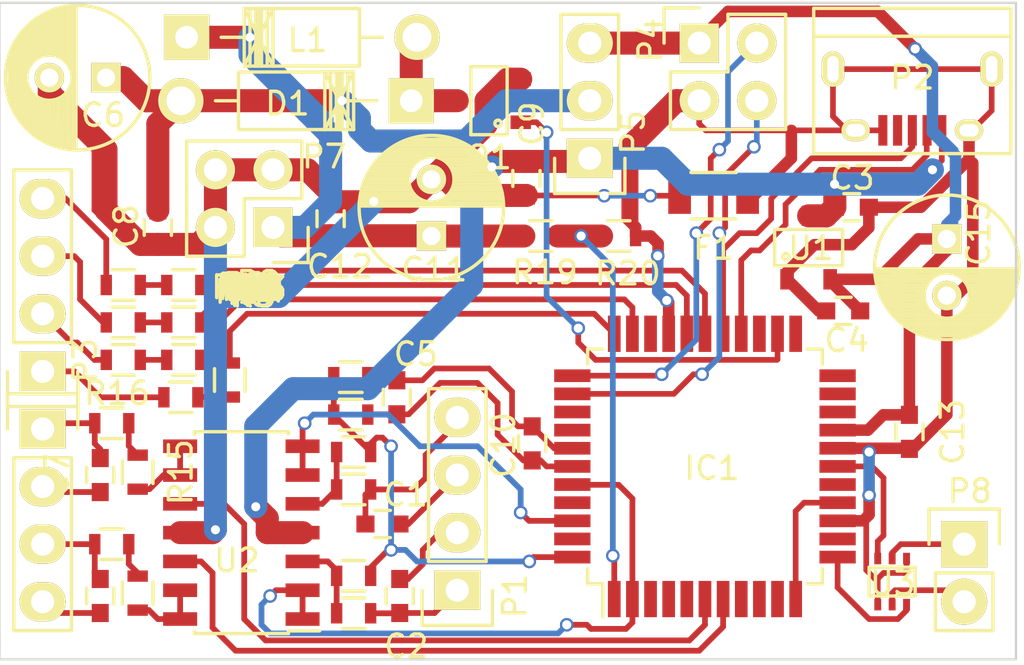
<source format=kicad_pcb>
(kicad_pcb (version 4) (host pcbnew "(2015-08-05 BZR 6055, Git fa29c62)-product")

  (general
    (links 113)
    (no_connects 3)
    (area 72.535 130.44446 120.001667 163.587)
    (thickness 1.6)
    (drawings 5)
    (tracks 544)
    (zones 0)
    (modules 51)
    (nets 68)
  )

  (page A4)
  (layers
    (0 F.Cu signal)
    (31 B.Cu signal)
    (32 B.Adhes user hide)
    (33 F.Adhes user hide)
    (34 B.Paste user hide)
    (35 F.Paste user hide)
    (36 B.SilkS user hide)
    (37 F.SilkS user)
    (38 B.Mask user hide)
    (39 F.Mask user hide)
    (40 Dwgs.User user hide)
    (41 Cmts.User user hide)
    (42 Eco1.User user hide)
    (43 Eco2.User user hide)
    (44 Edge.Cuts user hide)
    (45 Margin user hide)
    (46 B.CrtYd user hide)
    (47 F.CrtYd user)
    (48 B.Fab user hide)
    (49 F.Fab user hide)
  )

  (setup
    (last_trace_width 0.508)
    (user_trace_width 0.254)
    (user_trace_width 0.508)
    (user_trace_width 1.016)
    (trace_clearance 0.2)
    (zone_clearance 0.508)
    (zone_45_only no)
    (trace_min 0.2)
    (segment_width 0.2)
    (edge_width 0.1)
    (via_size 0.6)
    (via_drill 0.4)
    (via_min_size 0.4)
    (via_min_drill 0.3)
    (uvia_size 0.3)
    (uvia_drill 0.1)
    (uvias_allowed no)
    (uvia_min_size 0.2)
    (uvia_min_drill 0.1)
    (pcb_text_width 0.3)
    (pcb_text_size 1.5 1.5)
    (mod_edge_width 0.15)
    (mod_text_size 1 1)
    (mod_text_width 0.15)
    (pad_size 1.5 1.5)
    (pad_drill 0.6)
    (pad_to_mask_clearance 0)
    (aux_axis_origin 0 0)
    (visible_elements 7FFFFB61)
    (pcbplotparams
      (layerselection 0x010f0_80000001)
      (usegerberextensions false)
      (excludeedgelayer true)
      (linewidth 0.100000)
      (plotframeref false)
      (viasonmask false)
      (mode 1)
      (useauxorigin false)
      (hpglpennumber 1)
      (hpglpenspeed 20)
      (hpglpendiameter 15)
      (hpglpenoverlay 2)
      (psnegative false)
      (psa4output false)
      (plotreference true)
      (plotvalue true)
      (plotinvisibletext false)
      (padsonsilk false)
      (subtractmaskfromsilk false)
      (outputformat 1)
      (mirror false)
      (drillshape 0)
      (scaleselection 1)
      (outputdirectory OUTPUT_V2/))
  )

  (net 0 "")
  (net 1 "Net-(C1-Pad1)")
  (net 2 "Net-(C1-Pad2)")
  (net 3 "Net-(C2-Pad1)")
  (net 4 "Net-(C2-Pad2)")
  (net 5 +5V)
  (net 6 /AGND)
  (net 7 /AVCC)
  (net 8 /VGND)
  (net 9 /VCC_PSU)
  (net 10 "Net-(C7-Pad1)")
  (net 11 "Net-(C7-Pad2)")
  (net 12 "Net-(C11-Pad1)")
  (net 13 "Net-(C14-Pad1)")
  (net 14 "Net-(C14-Pad2)")
  (net 15 "Net-(D1-Pad2)")
  (net 16 /PSU_FEEDBACK)
  (net 17 /CH2)
  (net 18 "Net-(IC1-Pad3)")
  (net 19 "Net-(IC1-Pad4)")
  (net 20 "Net-(IC1-Pad5)")
  (net 21 /DAC_OUT)
  (net 22 /DAC_OUT2)
  (net 23 "Net-(IC1-Pad8)")
  (net 24 "Net-(IC1-Pad9)")
  (net 25 "Net-(IC1-Pad10)")
  (net 26 /XCK)
  (net 27 /DIG_CH2)
  (net 28 "Net-(IC1-Pad13)")
  (net 29 "Net-(IC1-Pad16)")
  (net 30 /DIG_CH1)
  (net 31 "Net-(IC1-Pad20)")
  (net 32 "Net-(IC1-Pad21)")
  (net 33 "Net-(IC1-Pad22)")
  (net 34 "Net-(IC1-Pad23)")
  (net 35 /PSU_PWM)
  (net 36 "Net-(IC1-Pad25)")
  (net 37 /D-)
  (net 38 /D+)
  (net 39 "Net-(IC1-Pad28)")
  (net 40 "Net-(IC1-Pad29)")
  (net 41 "Net-(IC1-Pad32)")
  (net 42 "Net-(IC1-Pad33)")
  (net 43 "Net-(IC1-Pad34)")
  (net 44 "Net-(IC1-Pad35)")
  (net 45 "Net-(IC1-Pad36)")
  (net 46 "Net-(IC1-Pad37)")
  (net 47 "Net-(IC1-Pad41)")
  (net 48 /CH1)
  (net 49 "Net-(IC1-Pad43)")
  (net 50 /AVCC_ON_2)
  (net 51 "Net-(P2-Pad4)")
  (net 52 "Net-(P3-Pad1)")
  (net 53 "Net-(P3-Pad2)")
  (net 54 "Net-(P3-Pad3)")
  (net 55 "Net-(P3-Pad4)")
  (net 56 "Net-(P8-Pad1)")
  (net 57 "Net-(P8-Pad2)")
  (net 58 "Net-(R1-Pad1)")
  (net 59 "Net-(R2-Pad1)")
  (net 60 "Net-(R11-Pad2)")
  (net 61 "Net-(R12-Pad2)")
  (net 62 "Net-(R13-Pad2)")
  (net 63 "Net-(R10-Pad1)")
  (net 64 "Net-(R15-Pad1)")
  (net 65 "Net-(R15-Pad2)")
  (net 66 "Net-(R17-Pad1)")
  (net 67 "Net-(R17-Pad2)")

  (net_class Default "This is the default net class."
    (clearance 0.2)
    (trace_width 0.25)
    (via_dia 0.6)
    (via_drill 0.4)
    (uvia_dia 0.3)
    (uvia_drill 0.1)
    (add_net +5V)
    (add_net /AGND)
    (add_net /AVCC)
    (add_net /AVCC_ON_2)
    (add_net /CH1)
    (add_net /CH2)
    (add_net /D+)
    (add_net /D-)
    (add_net /DAC_OUT)
    (add_net /DAC_OUT2)
    (add_net /DIG_CH1)
    (add_net /DIG_CH2)
    (add_net /PSU_FEEDBACK)
    (add_net /PSU_PWM)
    (add_net /VCC_PSU)
    (add_net /VGND)
    (add_net /XCK)
    (add_net "Net-(C1-Pad1)")
    (add_net "Net-(C1-Pad2)")
    (add_net "Net-(C11-Pad1)")
    (add_net "Net-(C14-Pad1)")
    (add_net "Net-(C14-Pad2)")
    (add_net "Net-(C2-Pad1)")
    (add_net "Net-(C2-Pad2)")
    (add_net "Net-(C7-Pad1)")
    (add_net "Net-(C7-Pad2)")
    (add_net "Net-(D1-Pad2)")
    (add_net "Net-(IC1-Pad10)")
    (add_net "Net-(IC1-Pad13)")
    (add_net "Net-(IC1-Pad16)")
    (add_net "Net-(IC1-Pad20)")
    (add_net "Net-(IC1-Pad21)")
    (add_net "Net-(IC1-Pad22)")
    (add_net "Net-(IC1-Pad23)")
    (add_net "Net-(IC1-Pad25)")
    (add_net "Net-(IC1-Pad28)")
    (add_net "Net-(IC1-Pad29)")
    (add_net "Net-(IC1-Pad3)")
    (add_net "Net-(IC1-Pad32)")
    (add_net "Net-(IC1-Pad33)")
    (add_net "Net-(IC1-Pad34)")
    (add_net "Net-(IC1-Pad35)")
    (add_net "Net-(IC1-Pad36)")
    (add_net "Net-(IC1-Pad37)")
    (add_net "Net-(IC1-Pad4)")
    (add_net "Net-(IC1-Pad41)")
    (add_net "Net-(IC1-Pad43)")
    (add_net "Net-(IC1-Pad5)")
    (add_net "Net-(IC1-Pad8)")
    (add_net "Net-(IC1-Pad9)")
    (add_net "Net-(P2-Pad4)")
    (add_net "Net-(P3-Pad1)")
    (add_net "Net-(P3-Pad2)")
    (add_net "Net-(P3-Pad3)")
    (add_net "Net-(P3-Pad4)")
    (add_net "Net-(P8-Pad1)")
    (add_net "Net-(P8-Pad2)")
    (add_net "Net-(R1-Pad1)")
    (add_net "Net-(R10-Pad1)")
    (add_net "Net-(R11-Pad2)")
    (add_net "Net-(R12-Pad2)")
    (add_net "Net-(R13-Pad2)")
    (add_net "Net-(R15-Pad1)")
    (add_net "Net-(R15-Pad2)")
    (add_net "Net-(R17-Pad1)")
    (add_net "Net-(R17-Pad2)")
    (add_net "Net-(R2-Pad1)")
  )

  (module Capacitors_SMD:C_0603 (layer F.Cu) (tedit 567B5D27) (tstamp 5673A8B8)
    (at 91.186 156.591)
    (descr "Capacitor SMD 0603, reflow soldering, AVX (see smccp.pdf)")
    (tags "capacitor 0603")
    (path /55CAB611)
    (attr smd)
    (fp_text reference C1 (at 1.016 -1.2954) (layer F.SilkS)
      (effects (font (size 1 1) (thickness 0.15)))
    )
    (fp_text value C (at 0 1.9) (layer F.Fab)
      (effects (font (size 1 1) (thickness 0.15)))
    )
    (fp_line (start -1.45 -0.75) (end 1.45 -0.75) (layer F.CrtYd) (width 0.05))
    (fp_line (start -1.45 0.75) (end 1.45 0.75) (layer F.CrtYd) (width 0.05))
    (fp_line (start -1.45 -0.75) (end -1.45 0.75) (layer F.CrtYd) (width 0.05))
    (fp_line (start 1.45 -0.75) (end 1.45 0.75) (layer F.CrtYd) (width 0.05))
    (fp_line (start -0.35 -0.6) (end 0.35 -0.6) (layer F.SilkS) (width 0.15))
    (fp_line (start 0.35 0.6) (end -0.35 0.6) (layer F.SilkS) (width 0.15))
    (pad 1 smd rect (at -0.75 0) (size 0.8 0.75) (layers F.Cu F.Paste F.Mask)
      (net 1 "Net-(C1-Pad1)"))
    (pad 2 smd rect (at 0.75 0) (size 0.8 0.75) (layers F.Cu F.Paste F.Mask)
      (net 2 "Net-(C1-Pad2)"))
    (model Capacitors_SMD.3dshapes/C_0603.wrl
      (at (xyz 0 0 0))
      (scale (xyz 1 1 1))
      (rotate (xyz 0 0 0))
    )
  )

  (module Capacitors_SMD:C_0603 (layer F.Cu) (tedit 567B5EFE) (tstamp 5673A8BE)
    (at 91.948 159.766 90)
    (descr "Capacitor SMD 0603, reflow soldering, AVX (see smccp.pdf)")
    (tags "capacitor 0603")
    (path /55CAB4DE)
    (attr smd)
    (fp_text reference C2 (at -2.21996 0.28448 180) (layer F.SilkS)
      (effects (font (size 1 1) (thickness 0.15)))
    )
    (fp_text value C (at 0 1.9 90) (layer F.Fab)
      (effects (font (size 1 1) (thickness 0.15)))
    )
    (fp_line (start -1.45 -0.75) (end 1.45 -0.75) (layer F.CrtYd) (width 0.05))
    (fp_line (start -1.45 0.75) (end 1.45 0.75) (layer F.CrtYd) (width 0.05))
    (fp_line (start -1.45 -0.75) (end -1.45 0.75) (layer F.CrtYd) (width 0.05))
    (fp_line (start 1.45 -0.75) (end 1.45 0.75) (layer F.CrtYd) (width 0.05))
    (fp_line (start -0.35 -0.6) (end 0.35 -0.6) (layer F.SilkS) (width 0.15))
    (fp_line (start 0.35 0.6) (end -0.35 0.6) (layer F.SilkS) (width 0.15))
    (pad 1 smd rect (at -0.75 0 90) (size 0.8 0.75) (layers F.Cu F.Paste F.Mask)
      (net 3 "Net-(C2-Pad1)"))
    (pad 2 smd rect (at 0.75 0 90) (size 0.8 0.75) (layers F.Cu F.Paste F.Mask)
      (net 4 "Net-(C2-Pad2)"))
    (model Capacitors_SMD.3dshapes/C_0603.wrl
      (at (xyz 0 0 0))
      (scale (xyz 1 1 1))
      (rotate (xyz 0 0 0))
    )
  )

  (module Capacitors_SMD:C_0603 (layer F.Cu) (tedit 567B5D0A) (tstamp 5673A8C4)
    (at 111.887 142.621)
    (descr "Capacitor SMD 0603, reflow soldering, AVX (see smccp.pdf)")
    (tags "capacitor 0603")
    (path /55CB13E1)
    (attr smd)
    (fp_text reference C3 (at 0.0254 -1.2954) (layer F.SilkS)
      (effects (font (size 1 1) (thickness 0.15)))
    )
    (fp_text value C_Small (at 0 1.9) (layer F.Fab)
      (effects (font (size 1 1) (thickness 0.15)))
    )
    (fp_line (start -1.45 -0.75) (end 1.45 -0.75) (layer F.CrtYd) (width 0.05))
    (fp_line (start -1.45 0.75) (end 1.45 0.75) (layer F.CrtYd) (width 0.05))
    (fp_line (start -1.45 -0.75) (end -1.45 0.75) (layer F.CrtYd) (width 0.05))
    (fp_line (start 1.45 -0.75) (end 1.45 0.75) (layer F.CrtYd) (width 0.05))
    (fp_line (start -0.35 -0.6) (end 0.35 -0.6) (layer F.SilkS) (width 0.15))
    (fp_line (start 0.35 0.6) (end -0.35 0.6) (layer F.SilkS) (width 0.15))
    (pad 1 smd rect (at -0.75 0) (size 0.8 0.75) (layers F.Cu F.Paste F.Mask)
      (net 5 +5V))
    (pad 2 smd rect (at 0.75 0) (size 0.8 0.75) (layers F.Cu F.Paste F.Mask)
      (net 6 /AGND))
    (model Capacitors_SMD.3dshapes/C_0603.wrl
      (at (xyz 0 0 0))
      (scale (xyz 1 1 1))
      (rotate (xyz 0 0 0))
    )
  )

  (module Capacitors_SMD:C_0603 (layer F.Cu) (tedit 567B5D1B) (tstamp 5673A8CA)
    (at 111.506 147.193 180)
    (descr "Capacitor SMD 0603, reflow soldering, AVX (see smccp.pdf)")
    (tags "capacitor 0603")
    (path /55CB147C)
    (attr smd)
    (fp_text reference C4 (at -0.1524 -1.2954 180) (layer F.SilkS)
      (effects (font (size 1 1) (thickness 0.15)))
    )
    (fp_text value C_Small (at 0 1.9 180) (layer F.Fab)
      (effects (font (size 1 1) (thickness 0.15)))
    )
    (fp_line (start -1.45 -0.75) (end 1.45 -0.75) (layer F.CrtYd) (width 0.05))
    (fp_line (start -1.45 0.75) (end 1.45 0.75) (layer F.CrtYd) (width 0.05))
    (fp_line (start -1.45 -0.75) (end -1.45 0.75) (layer F.CrtYd) (width 0.05))
    (fp_line (start 1.45 -0.75) (end 1.45 0.75) (layer F.CrtYd) (width 0.05))
    (fp_line (start -0.35 -0.6) (end 0.35 -0.6) (layer F.SilkS) (width 0.15))
    (fp_line (start 0.35 0.6) (end -0.35 0.6) (layer F.SilkS) (width 0.15))
    (pad 1 smd rect (at -0.75 0 180) (size 0.8 0.75) (layers F.Cu F.Paste F.Mask)
      (net 7 /AVCC))
    (pad 2 smd rect (at 0.75 0 180) (size 0.8 0.75) (layers F.Cu F.Paste F.Mask)
      (net 6 /AGND))
    (model Capacitors_SMD.3dshapes/C_0603.wrl
      (at (xyz 0 0 0))
      (scale (xyz 1 1 1))
      (rotate (xyz 0 0 0))
    )
  )

  (module Capacitors_SMD:C_0603 (layer F.Cu) (tedit 567B5DA3) (tstamp 5673A8D0)
    (at 91.821 151.003 90)
    (descr "Capacitor SMD 0603, reflow soldering, AVX (see smccp.pdf)")
    (tags "capacitor 0603")
    (path /55D60181)
    (attr smd)
    (fp_text reference C5 (at 1.905 0.8382 180) (layer F.SilkS)
      (effects (font (size 1 1) (thickness 0.15)))
    )
    (fp_text value C_Small (at 0 1.9 90) (layer F.Fab)
      (effects (font (size 1 1) (thickness 0.15)))
    )
    (fp_line (start -1.45 -0.75) (end 1.45 -0.75) (layer F.CrtYd) (width 0.05))
    (fp_line (start -1.45 0.75) (end 1.45 0.75) (layer F.CrtYd) (width 0.05))
    (fp_line (start -1.45 -0.75) (end -1.45 0.75) (layer F.CrtYd) (width 0.05))
    (fp_line (start 1.45 -0.75) (end 1.45 0.75) (layer F.CrtYd) (width 0.05))
    (fp_line (start -0.35 -0.6) (end 0.35 -0.6) (layer F.SilkS) (width 0.15))
    (fp_line (start 0.35 0.6) (end -0.35 0.6) (layer F.SilkS) (width 0.15))
    (pad 1 smd rect (at -0.75 0 90) (size 0.8 0.75) (layers F.Cu F.Paste F.Mask)
      (net 7 /AVCC))
    (pad 2 smd rect (at 0.75 0 90) (size 0.8 0.75) (layers F.Cu F.Paste F.Mask)
      (net 6 /AGND))
    (model Capacitors_SMD.3dshapes/C_0603.wrl
      (at (xyz 0 0 0))
      (scale (xyz 1 1 1))
      (rotate (xyz 0 0 0))
    )
  )

  (module Capacitors_ThroughHole:C_Radial_D6.3_L11.2_P2.5 (layer F.Cu) (tedit 567B5BB7) (tstamp 5673A8D6)
    (at 78.994 136.906 180)
    (descr "Radial Electrolytic Capacitor, Diameter 6.3mm x Length 11.2mm, Pitch 2.5mm")
    (tags "Electrolytic Capacitor")
    (path /560719D9)
    (fp_text reference C6 (at 0.127 -1.651 180) (layer F.SilkS)
      (effects (font (size 1 1) (thickness 0.15)))
    )
    (fp_text value CP1 (at 1.25 4.4 180) (layer F.Fab)
      (effects (font (size 1 1) (thickness 0.15)))
    )
    (fp_line (start 1.325 -3.149) (end 1.325 3.149) (layer F.SilkS) (width 0.15))
    (fp_line (start 1.465 -3.143) (end 1.465 3.143) (layer F.SilkS) (width 0.15))
    (fp_line (start 1.605 -3.13) (end 1.605 -0.446) (layer F.SilkS) (width 0.15))
    (fp_line (start 1.605 0.446) (end 1.605 3.13) (layer F.SilkS) (width 0.15))
    (fp_line (start 1.745 -3.111) (end 1.745 -0.656) (layer F.SilkS) (width 0.15))
    (fp_line (start 1.745 0.656) (end 1.745 3.111) (layer F.SilkS) (width 0.15))
    (fp_line (start 1.885 -3.085) (end 1.885 -0.789) (layer F.SilkS) (width 0.15))
    (fp_line (start 1.885 0.789) (end 1.885 3.085) (layer F.SilkS) (width 0.15))
    (fp_line (start 2.025 -3.053) (end 2.025 -0.88) (layer F.SilkS) (width 0.15))
    (fp_line (start 2.025 0.88) (end 2.025 3.053) (layer F.SilkS) (width 0.15))
    (fp_line (start 2.165 -3.014) (end 2.165 -0.942) (layer F.SilkS) (width 0.15))
    (fp_line (start 2.165 0.942) (end 2.165 3.014) (layer F.SilkS) (width 0.15))
    (fp_line (start 2.305 -2.968) (end 2.305 -0.981) (layer F.SilkS) (width 0.15))
    (fp_line (start 2.305 0.981) (end 2.305 2.968) (layer F.SilkS) (width 0.15))
    (fp_line (start 2.445 -2.915) (end 2.445 -0.998) (layer F.SilkS) (width 0.15))
    (fp_line (start 2.445 0.998) (end 2.445 2.915) (layer F.SilkS) (width 0.15))
    (fp_line (start 2.585 -2.853) (end 2.585 -0.996) (layer F.SilkS) (width 0.15))
    (fp_line (start 2.585 0.996) (end 2.585 2.853) (layer F.SilkS) (width 0.15))
    (fp_line (start 2.725 -2.783) (end 2.725 -0.974) (layer F.SilkS) (width 0.15))
    (fp_line (start 2.725 0.974) (end 2.725 2.783) (layer F.SilkS) (width 0.15))
    (fp_line (start 2.865 -2.704) (end 2.865 -0.931) (layer F.SilkS) (width 0.15))
    (fp_line (start 2.865 0.931) (end 2.865 2.704) (layer F.SilkS) (width 0.15))
    (fp_line (start 3.005 -2.616) (end 3.005 -0.863) (layer F.SilkS) (width 0.15))
    (fp_line (start 3.005 0.863) (end 3.005 2.616) (layer F.SilkS) (width 0.15))
    (fp_line (start 3.145 -2.516) (end 3.145 -0.764) (layer F.SilkS) (width 0.15))
    (fp_line (start 3.145 0.764) (end 3.145 2.516) (layer F.SilkS) (width 0.15))
    (fp_line (start 3.285 -2.404) (end 3.285 -0.619) (layer F.SilkS) (width 0.15))
    (fp_line (start 3.285 0.619) (end 3.285 2.404) (layer F.SilkS) (width 0.15))
    (fp_line (start 3.425 -2.279) (end 3.425 -0.38) (layer F.SilkS) (width 0.15))
    (fp_line (start 3.425 0.38) (end 3.425 2.279) (layer F.SilkS) (width 0.15))
    (fp_line (start 3.565 -2.136) (end 3.565 2.136) (layer F.SilkS) (width 0.15))
    (fp_line (start 3.705 -1.974) (end 3.705 1.974) (layer F.SilkS) (width 0.15))
    (fp_line (start 3.845 -1.786) (end 3.845 1.786) (layer F.SilkS) (width 0.15))
    (fp_line (start 3.985 -1.563) (end 3.985 1.563) (layer F.SilkS) (width 0.15))
    (fp_line (start 4.125 -1.287) (end 4.125 1.287) (layer F.SilkS) (width 0.15))
    (fp_line (start 4.265 -0.912) (end 4.265 0.912) (layer F.SilkS) (width 0.15))
    (fp_circle (center 2.5 0) (end 2.5 -1) (layer F.SilkS) (width 0.15))
    (fp_circle (center 1.25 0) (end 1.25 -3.1875) (layer F.SilkS) (width 0.15))
    (fp_circle (center 1.25 0) (end 1.25 -3.4) (layer F.CrtYd) (width 0.05))
    (pad 2 thru_hole circle (at 2.5 0 180) (size 1.3 1.3) (drill 0.8) (layers *.Cu *.Mask F.SilkS)
      (net 8 /VGND))
    (pad 1 thru_hole rect (at 0 0 180) (size 1.3 1.3) (drill 0.8) (layers *.Cu *.Mask F.SilkS)
      (net 9 /VCC_PSU))
    (model Capacitors_ThroughHole.3dshapes/C_Radial_D6.3_L11.2_P2.5.wrl
      (at (xyz 0 0 0))
      (scale (xyz 1 1 1))
      (rotate (xyz 0 0 0))
    )
  )

  (module Capacitors_SMD:C_0603 (layer F.Cu) (tedit 5415D631) (tstamp 5673A8DC)
    (at 78.74 154.432 90)
    (descr "Capacitor SMD 0603, reflow soldering, AVX (see smccp.pdf)")
    (tags "capacitor 0603")
    (path /55CB630B)
    (attr smd)
    (fp_text reference C7 (at 0 -1.9 90) (layer F.SilkS)
      (effects (font (size 1 1) (thickness 0.15)))
    )
    (fp_text value C (at 0 1.9 90) (layer F.Fab)
      (effects (font (size 1 1) (thickness 0.15)))
    )
    (fp_line (start -1.45 -0.75) (end 1.45 -0.75) (layer F.CrtYd) (width 0.05))
    (fp_line (start -1.45 0.75) (end 1.45 0.75) (layer F.CrtYd) (width 0.05))
    (fp_line (start -1.45 -0.75) (end -1.45 0.75) (layer F.CrtYd) (width 0.05))
    (fp_line (start 1.45 -0.75) (end 1.45 0.75) (layer F.CrtYd) (width 0.05))
    (fp_line (start -0.35 -0.6) (end 0.35 -0.6) (layer F.SilkS) (width 0.15))
    (fp_line (start 0.35 0.6) (end -0.35 0.6) (layer F.SilkS) (width 0.15))
    (pad 1 smd rect (at -0.75 0 90) (size 0.8 0.75) (layers F.Cu F.Paste F.Mask)
      (net 10 "Net-(C7-Pad1)"))
    (pad 2 smd rect (at 0.75 0 90) (size 0.8 0.75) (layers F.Cu F.Paste F.Mask)
      (net 11 "Net-(C7-Pad2)"))
    (model Capacitors_SMD.3dshapes/C_0603.wrl
      (at (xyz 0 0 0))
      (scale (xyz 1 1 1))
      (rotate (xyz 0 0 0))
    )
  )

  (module Capacitors_SMD:C_0603 (layer F.Cu) (tedit 567B5E33) (tstamp 5673A8E2)
    (at 81.28 143.51 270)
    (descr "Capacitor SMD 0603, reflow soldering, AVX (see smccp.pdf)")
    (tags "capacitor 0603")
    (path /56071A50)
    (attr smd)
    (fp_text reference C8 (at -0.0508 1.397 270) (layer F.SilkS)
      (effects (font (size 1 1) (thickness 0.15)))
    )
    (fp_text value C (at 0 1.9 270) (layer F.Fab)
      (effects (font (size 1 1) (thickness 0.15)))
    )
    (fp_line (start -1.45 -0.75) (end 1.45 -0.75) (layer F.CrtYd) (width 0.05))
    (fp_line (start -1.45 0.75) (end 1.45 0.75) (layer F.CrtYd) (width 0.05))
    (fp_line (start -1.45 -0.75) (end -1.45 0.75) (layer F.CrtYd) (width 0.05))
    (fp_line (start 1.45 -0.75) (end 1.45 0.75) (layer F.CrtYd) (width 0.05))
    (fp_line (start -0.35 -0.6) (end 0.35 -0.6) (layer F.SilkS) (width 0.15))
    (fp_line (start 0.35 0.6) (end -0.35 0.6) (layer F.SilkS) (width 0.15))
    (pad 1 smd rect (at -0.75 0 270) (size 0.8 0.75) (layers F.Cu F.Paste F.Mask)
      (net 9 /VCC_PSU))
    (pad 2 smd rect (at 0.75 0 270) (size 0.8 0.75) (layers F.Cu F.Paste F.Mask)
      (net 8 /VGND))
    (model Capacitors_SMD.3dshapes/C_0603.wrl
      (at (xyz 0 0 0))
      (scale (xyz 1 1 1))
      (rotate (xyz 0 0 0))
    )
  )

  (module Capacitors_SMD:C_0603 (layer F.Cu) (tedit 567B5CDA) (tstamp 5673A8E8)
    (at 97.536 141.351 270)
    (descr "Capacitor SMD 0603, reflow soldering, AVX (see smccp.pdf)")
    (tags "capacitor 0603")
    (path /55D75F49)
    (attr smd)
    (fp_text reference C9 (at -2.413 -0.254 270) (layer F.SilkS)
      (effects (font (size 1 1) (thickness 0.15)))
    )
    (fp_text value C_Small (at 0 1.9 270) (layer F.Fab)
      (effects (font (size 1 1) (thickness 0.15)))
    )
    (fp_line (start -1.45 -0.75) (end 1.45 -0.75) (layer F.CrtYd) (width 0.05))
    (fp_line (start -1.45 0.75) (end 1.45 0.75) (layer F.CrtYd) (width 0.05))
    (fp_line (start -1.45 -0.75) (end -1.45 0.75) (layer F.CrtYd) (width 0.05))
    (fp_line (start 1.45 -0.75) (end 1.45 0.75) (layer F.CrtYd) (width 0.05))
    (fp_line (start -0.35 -0.6) (end 0.35 -0.6) (layer F.SilkS) (width 0.15))
    (fp_line (start 0.35 0.6) (end -0.35 0.6) (layer F.SilkS) (width 0.15))
    (pad 1 smd rect (at -0.75 0 270) (size 0.8 0.75) (layers F.Cu F.Paste F.Mask)
      (net 5 +5V))
    (pad 2 smd rect (at 0.75 0 270) (size 0.8 0.75) (layers F.Cu F.Paste F.Mask)
      (net 8 /VGND))
    (model Capacitors_SMD.3dshapes/C_0603.wrl
      (at (xyz 0 0 0))
      (scale (xyz 1 1 1))
      (rotate (xyz 0 0 0))
    )
  )

  (module Capacitors_SMD:C_0603 (layer F.Cu) (tedit 567B5D24) (tstamp 5673A8EE)
    (at 97.79 153.035 90)
    (descr "Capacitor SMD 0603, reflow soldering, AVX (see smccp.pdf)")
    (tags "capacitor 0603")
    (path /5609699F)
    (attr smd)
    (fp_text reference C10 (at -0.0762 -1.27 90) (layer F.SilkS)
      (effects (font (size 1 1) (thickness 0.15)))
    )
    (fp_text value C (at 0 1.9 90) (layer F.Fab)
      (effects (font (size 1 1) (thickness 0.15)))
    )
    (fp_line (start -1.45 -0.75) (end 1.45 -0.75) (layer F.CrtYd) (width 0.05))
    (fp_line (start -1.45 0.75) (end 1.45 0.75) (layer F.CrtYd) (width 0.05))
    (fp_line (start -1.45 -0.75) (end -1.45 0.75) (layer F.CrtYd) (width 0.05))
    (fp_line (start 1.45 -0.75) (end 1.45 0.75) (layer F.CrtYd) (width 0.05))
    (fp_line (start -0.35 -0.6) (end 0.35 -0.6) (layer F.SilkS) (width 0.15))
    (fp_line (start 0.35 0.6) (end -0.35 0.6) (layer F.SilkS) (width 0.15))
    (pad 1 smd rect (at -0.75 0 90) (size 0.8 0.75) (layers F.Cu F.Paste F.Mask)
      (net 7 /AVCC))
    (pad 2 smd rect (at 0.75 0 90) (size 0.8 0.75) (layers F.Cu F.Paste F.Mask)
      (net 6 /AGND))
    (model Capacitors_SMD.3dshapes/C_0603.wrl
      (at (xyz 0 0 0))
      (scale (xyz 1 1 1))
      (rotate (xyz 0 0 0))
    )
  )

  (module Capacitors_ThroughHole:C_Radial_D6.3_L11.2_P2.5 (layer F.Cu) (tedit 567B5E4A) (tstamp 5673A8F4)
    (at 93.345 143.891 90)
    (descr "Radial Electrolytic Capacitor, Diameter 6.3mm x Length 11.2mm, Pitch 2.5mm")
    (tags "Electrolytic Capacitor")
    (path /560735FE)
    (fp_text reference C11 (at -1.4732 0.127 180) (layer F.SilkS)
      (effects (font (size 1 1) (thickness 0.15)))
    )
    (fp_text value CP1 (at 1.25 4.4 90) (layer F.Fab)
      (effects (font (size 1 1) (thickness 0.15)))
    )
    (fp_line (start 1.325 -3.149) (end 1.325 3.149) (layer F.SilkS) (width 0.15))
    (fp_line (start 1.465 -3.143) (end 1.465 3.143) (layer F.SilkS) (width 0.15))
    (fp_line (start 1.605 -3.13) (end 1.605 -0.446) (layer F.SilkS) (width 0.15))
    (fp_line (start 1.605 0.446) (end 1.605 3.13) (layer F.SilkS) (width 0.15))
    (fp_line (start 1.745 -3.111) (end 1.745 -0.656) (layer F.SilkS) (width 0.15))
    (fp_line (start 1.745 0.656) (end 1.745 3.111) (layer F.SilkS) (width 0.15))
    (fp_line (start 1.885 -3.085) (end 1.885 -0.789) (layer F.SilkS) (width 0.15))
    (fp_line (start 1.885 0.789) (end 1.885 3.085) (layer F.SilkS) (width 0.15))
    (fp_line (start 2.025 -3.053) (end 2.025 -0.88) (layer F.SilkS) (width 0.15))
    (fp_line (start 2.025 0.88) (end 2.025 3.053) (layer F.SilkS) (width 0.15))
    (fp_line (start 2.165 -3.014) (end 2.165 -0.942) (layer F.SilkS) (width 0.15))
    (fp_line (start 2.165 0.942) (end 2.165 3.014) (layer F.SilkS) (width 0.15))
    (fp_line (start 2.305 -2.968) (end 2.305 -0.981) (layer F.SilkS) (width 0.15))
    (fp_line (start 2.305 0.981) (end 2.305 2.968) (layer F.SilkS) (width 0.15))
    (fp_line (start 2.445 -2.915) (end 2.445 -0.998) (layer F.SilkS) (width 0.15))
    (fp_line (start 2.445 0.998) (end 2.445 2.915) (layer F.SilkS) (width 0.15))
    (fp_line (start 2.585 -2.853) (end 2.585 -0.996) (layer F.SilkS) (width 0.15))
    (fp_line (start 2.585 0.996) (end 2.585 2.853) (layer F.SilkS) (width 0.15))
    (fp_line (start 2.725 -2.783) (end 2.725 -0.974) (layer F.SilkS) (width 0.15))
    (fp_line (start 2.725 0.974) (end 2.725 2.783) (layer F.SilkS) (width 0.15))
    (fp_line (start 2.865 -2.704) (end 2.865 -0.931) (layer F.SilkS) (width 0.15))
    (fp_line (start 2.865 0.931) (end 2.865 2.704) (layer F.SilkS) (width 0.15))
    (fp_line (start 3.005 -2.616) (end 3.005 -0.863) (layer F.SilkS) (width 0.15))
    (fp_line (start 3.005 0.863) (end 3.005 2.616) (layer F.SilkS) (width 0.15))
    (fp_line (start 3.145 -2.516) (end 3.145 -0.764) (layer F.SilkS) (width 0.15))
    (fp_line (start 3.145 0.764) (end 3.145 2.516) (layer F.SilkS) (width 0.15))
    (fp_line (start 3.285 -2.404) (end 3.285 -0.619) (layer F.SilkS) (width 0.15))
    (fp_line (start 3.285 0.619) (end 3.285 2.404) (layer F.SilkS) (width 0.15))
    (fp_line (start 3.425 -2.279) (end 3.425 -0.38) (layer F.SilkS) (width 0.15))
    (fp_line (start 3.425 0.38) (end 3.425 2.279) (layer F.SilkS) (width 0.15))
    (fp_line (start 3.565 -2.136) (end 3.565 2.136) (layer F.SilkS) (width 0.15))
    (fp_line (start 3.705 -1.974) (end 3.705 1.974) (layer F.SilkS) (width 0.15))
    (fp_line (start 3.845 -1.786) (end 3.845 1.786) (layer F.SilkS) (width 0.15))
    (fp_line (start 3.985 -1.563) (end 3.985 1.563) (layer F.SilkS) (width 0.15))
    (fp_line (start 4.125 -1.287) (end 4.125 1.287) (layer F.SilkS) (width 0.15))
    (fp_line (start 4.265 -0.912) (end 4.265 0.912) (layer F.SilkS) (width 0.15))
    (fp_circle (center 2.5 0) (end 2.5 -1) (layer F.SilkS) (width 0.15))
    (fp_circle (center 1.25 0) (end 1.25 -3.1875) (layer F.SilkS) (width 0.15))
    (fp_circle (center 1.25 0) (end 1.25 -3.4) (layer F.CrtYd) (width 0.05))
    (pad 2 thru_hole circle (at 2.5 0 90) (size 1.3 1.3) (drill 0.8) (layers *.Cu *.Mask F.SilkS)
      (net 8 /VGND))
    (pad 1 thru_hole rect (at 0 0 90) (size 1.3 1.3) (drill 0.8) (layers *.Cu *.Mask F.SilkS)
      (net 12 "Net-(C11-Pad1)"))
    (model Capacitors_ThroughHole.3dshapes/C_Radial_D6.3_L11.2_P2.5.wrl
      (at (xyz 0 0 0))
      (scale (xyz 1 1 1))
      (rotate (xyz 0 0 0))
    )
  )

  (module Capacitors_SMD:C_0603 (layer F.Cu) (tedit 567B5E45) (tstamp 5673A8FA)
    (at 88.9 143.129 90)
    (descr "Capacitor SMD 0603, reflow soldering, AVX (see smccp.pdf)")
    (tags "capacitor 0603")
    (path /5607355F)
    (attr smd)
    (fp_text reference C12 (at -2.1082 0.4064 180) (layer F.SilkS)
      (effects (font (size 1 1) (thickness 0.15)))
    )
    (fp_text value C (at 0 1.9 90) (layer F.Fab)
      (effects (font (size 1 1) (thickness 0.15)))
    )
    (fp_line (start -1.45 -0.75) (end 1.45 -0.75) (layer F.CrtYd) (width 0.05))
    (fp_line (start -1.45 0.75) (end 1.45 0.75) (layer F.CrtYd) (width 0.05))
    (fp_line (start -1.45 -0.75) (end -1.45 0.75) (layer F.CrtYd) (width 0.05))
    (fp_line (start 1.45 -0.75) (end 1.45 0.75) (layer F.CrtYd) (width 0.05))
    (fp_line (start -0.35 -0.6) (end 0.35 -0.6) (layer F.SilkS) (width 0.15))
    (fp_line (start 0.35 0.6) (end -0.35 0.6) (layer F.SilkS) (width 0.15))
    (pad 1 smd rect (at -0.75 0 90) (size 0.8 0.75) (layers F.Cu F.Paste F.Mask)
      (net 12 "Net-(C11-Pad1)"))
    (pad 2 smd rect (at 0.75 0 90) (size 0.8 0.75) (layers F.Cu F.Paste F.Mask)
      (net 8 /VGND))
    (model Capacitors_SMD.3dshapes/C_0603.wrl
      (at (xyz 0 0 0))
      (scale (xyz 1 1 1))
      (rotate (xyz 0 0 0))
    )
  )

  (module Capacitors_SMD:C_0603 (layer F.Cu) (tedit 5415D631) (tstamp 5673A900)
    (at 114.427 152.527 270)
    (descr "Capacitor SMD 0603, reflow soldering, AVX (see smccp.pdf)")
    (tags "capacitor 0603")
    (path /5608B4BE)
    (attr smd)
    (fp_text reference C13 (at 0 -1.9 270) (layer F.SilkS)
      (effects (font (size 1 1) (thickness 0.15)))
    )
    (fp_text value C (at 0 1.9 270) (layer F.Fab)
      (effects (font (size 1 1) (thickness 0.15)))
    )
    (fp_line (start -1.45 -0.75) (end 1.45 -0.75) (layer F.CrtYd) (width 0.05))
    (fp_line (start -1.45 0.75) (end 1.45 0.75) (layer F.CrtYd) (width 0.05))
    (fp_line (start -1.45 -0.75) (end -1.45 0.75) (layer F.CrtYd) (width 0.05))
    (fp_line (start 1.45 -0.75) (end 1.45 0.75) (layer F.CrtYd) (width 0.05))
    (fp_line (start -0.35 -0.6) (end 0.35 -0.6) (layer F.SilkS) (width 0.15))
    (fp_line (start 0.35 0.6) (end -0.35 0.6) (layer F.SilkS) (width 0.15))
    (pad 1 smd rect (at -0.75 0 270) (size 0.8 0.75) (layers F.Cu F.Paste F.Mask)
      (net 7 /AVCC))
    (pad 2 smd rect (at 0.75 0 270) (size 0.8 0.75) (layers F.Cu F.Paste F.Mask)
      (net 6 /AGND))
    (model Capacitors_SMD.3dshapes/C_0603.wrl
      (at (xyz 0 0 0))
      (scale (xyz 1 1 1))
      (rotate (xyz 0 0 0))
    )
  )

  (module Capacitors_SMD:C_0603 (layer F.Cu) (tedit 567B5E84) (tstamp 5673A906)
    (at 78.74 159.766 90)
    (descr "Capacitor SMD 0603, reflow soldering, AVX (see smccp.pdf)")
    (tags "capacitor 0603")
    (path /566DF655)
    (attr smd)
    (fp_text reference C14 (at 13.6144 6.731 180) (layer F.SilkS)
      (effects (font (size 1 1) (thickness 0.15)))
    )
    (fp_text value C (at 0 1.9 90) (layer F.Fab)
      (effects (font (size 1 1) (thickness 0.15)))
    )
    (fp_line (start -1.45 -0.75) (end 1.45 -0.75) (layer F.CrtYd) (width 0.05))
    (fp_line (start -1.45 0.75) (end 1.45 0.75) (layer F.CrtYd) (width 0.05))
    (fp_line (start -1.45 -0.75) (end -1.45 0.75) (layer F.CrtYd) (width 0.05))
    (fp_line (start 1.45 -0.75) (end 1.45 0.75) (layer F.CrtYd) (width 0.05))
    (fp_line (start -0.35 -0.6) (end 0.35 -0.6) (layer F.SilkS) (width 0.15))
    (fp_line (start 0.35 0.6) (end -0.35 0.6) (layer F.SilkS) (width 0.15))
    (pad 1 smd rect (at -0.75 0 90) (size 0.8 0.75) (layers F.Cu F.Paste F.Mask)
      (net 13 "Net-(C14-Pad1)"))
    (pad 2 smd rect (at 0.75 0 90) (size 0.8 0.75) (layers F.Cu F.Paste F.Mask)
      (net 14 "Net-(C14-Pad2)"))
    (model Capacitors_SMD.3dshapes/C_0603.wrl
      (at (xyz 0 0 0))
      (scale (xyz 1 1 1))
      (rotate (xyz 0 0 0))
    )
  )

  (module Capacitors_ThroughHole:C_Radial_D6.3_L11.2_P2.5 (layer F.Cu) (tedit 567B5BBA) (tstamp 5673A90C)
    (at 116.078 144.018 270)
    (descr "Radial Electrolytic Capacitor, Diameter 6.3mm x Length 11.2mm, Pitch 2.5mm")
    (tags "Electrolytic Capacitor")
    (path /566F5A75)
    (fp_text reference C15 (at -0.254 -1.397 270) (layer F.SilkS)
      (effects (font (size 1 1) (thickness 0.15)))
    )
    (fp_text value CP1 (at 1.25 4.4 270) (layer F.Fab)
      (effects (font (size 1 1) (thickness 0.15)))
    )
    (fp_line (start 1.325 -3.149) (end 1.325 3.149) (layer F.SilkS) (width 0.15))
    (fp_line (start 1.465 -3.143) (end 1.465 3.143) (layer F.SilkS) (width 0.15))
    (fp_line (start 1.605 -3.13) (end 1.605 -0.446) (layer F.SilkS) (width 0.15))
    (fp_line (start 1.605 0.446) (end 1.605 3.13) (layer F.SilkS) (width 0.15))
    (fp_line (start 1.745 -3.111) (end 1.745 -0.656) (layer F.SilkS) (width 0.15))
    (fp_line (start 1.745 0.656) (end 1.745 3.111) (layer F.SilkS) (width 0.15))
    (fp_line (start 1.885 -3.085) (end 1.885 -0.789) (layer F.SilkS) (width 0.15))
    (fp_line (start 1.885 0.789) (end 1.885 3.085) (layer F.SilkS) (width 0.15))
    (fp_line (start 2.025 -3.053) (end 2.025 -0.88) (layer F.SilkS) (width 0.15))
    (fp_line (start 2.025 0.88) (end 2.025 3.053) (layer F.SilkS) (width 0.15))
    (fp_line (start 2.165 -3.014) (end 2.165 -0.942) (layer F.SilkS) (width 0.15))
    (fp_line (start 2.165 0.942) (end 2.165 3.014) (layer F.SilkS) (width 0.15))
    (fp_line (start 2.305 -2.968) (end 2.305 -0.981) (layer F.SilkS) (width 0.15))
    (fp_line (start 2.305 0.981) (end 2.305 2.968) (layer F.SilkS) (width 0.15))
    (fp_line (start 2.445 -2.915) (end 2.445 -0.998) (layer F.SilkS) (width 0.15))
    (fp_line (start 2.445 0.998) (end 2.445 2.915) (layer F.SilkS) (width 0.15))
    (fp_line (start 2.585 -2.853) (end 2.585 -0.996) (layer F.SilkS) (width 0.15))
    (fp_line (start 2.585 0.996) (end 2.585 2.853) (layer F.SilkS) (width 0.15))
    (fp_line (start 2.725 -2.783) (end 2.725 -0.974) (layer F.SilkS) (width 0.15))
    (fp_line (start 2.725 0.974) (end 2.725 2.783) (layer F.SilkS) (width 0.15))
    (fp_line (start 2.865 -2.704) (end 2.865 -0.931) (layer F.SilkS) (width 0.15))
    (fp_line (start 2.865 0.931) (end 2.865 2.704) (layer F.SilkS) (width 0.15))
    (fp_line (start 3.005 -2.616) (end 3.005 -0.863) (layer F.SilkS) (width 0.15))
    (fp_line (start 3.005 0.863) (end 3.005 2.616) (layer F.SilkS) (width 0.15))
    (fp_line (start 3.145 -2.516) (end 3.145 -0.764) (layer F.SilkS) (width 0.15))
    (fp_line (start 3.145 0.764) (end 3.145 2.516) (layer F.SilkS) (width 0.15))
    (fp_line (start 3.285 -2.404) (end 3.285 -0.619) (layer F.SilkS) (width 0.15))
    (fp_line (start 3.285 0.619) (end 3.285 2.404) (layer F.SilkS) (width 0.15))
    (fp_line (start 3.425 -2.279) (end 3.425 -0.38) (layer F.SilkS) (width 0.15))
    (fp_line (start 3.425 0.38) (end 3.425 2.279) (layer F.SilkS) (width 0.15))
    (fp_line (start 3.565 -2.136) (end 3.565 2.136) (layer F.SilkS) (width 0.15))
    (fp_line (start 3.705 -1.974) (end 3.705 1.974) (layer F.SilkS) (width 0.15))
    (fp_line (start 3.845 -1.786) (end 3.845 1.786) (layer F.SilkS) (width 0.15))
    (fp_line (start 3.985 -1.563) (end 3.985 1.563) (layer F.SilkS) (width 0.15))
    (fp_line (start 4.125 -1.287) (end 4.125 1.287) (layer F.SilkS) (width 0.15))
    (fp_line (start 4.265 -0.912) (end 4.265 0.912) (layer F.SilkS) (width 0.15))
    (fp_circle (center 2.5 0) (end 2.5 -1) (layer F.SilkS) (width 0.15))
    (fp_circle (center 1.25 0) (end 1.25 -3.1875) (layer F.SilkS) (width 0.15))
    (fp_circle (center 1.25 0) (end 1.25 -3.4) (layer F.CrtYd) (width 0.05))
    (pad 2 thru_hole circle (at 2.5 0 270) (size 1.3 1.3) (drill 0.8) (layers *.Cu *.Mask F.SilkS)
      (net 6 /AGND))
    (pad 1 thru_hole rect (at 0 0 270) (size 1.3 1.3) (drill 0.8) (layers *.Cu *.Mask F.SilkS)
      (net 7 /AVCC))
    (model Capacitors_ThroughHole.3dshapes/C_Radial_D6.3_L11.2_P2.5.wrl
      (at (xyz 0 0 0))
      (scale (xyz 1 1 1))
      (rotate (xyz 0 0 0))
    )
  )

  (module Diodes_ThroughHole:Diode_DO-41_SOD81_Horizontal_RM10 (layer F.Cu) (tedit 567B5BAF) (tstamp 5673A912)
    (at 82.55 135.128)
    (descr "Diode, DO-41, SOD81, Horizontal, RM 10mm,")
    (tags "Diode, DO-41, SOD81, Horizontal, RM 10mm, 1N4007, SB140,")
    (path /5606FDB4)
    (fp_text reference D1 (at 4.445 2.921) (layer F.SilkS)
      (effects (font (size 1 1) (thickness 0.15)))
    )
    (fp_text value D_Schottky (at 4.37134 -3.55854) (layer F.Fab)
      (effects (font (size 1 1) (thickness 0.15)))
    )
    (fp_line (start 7.62 -0.00254) (end 8.636 -0.00254) (layer F.SilkS) (width 0.15))
    (fp_line (start 2.794 -0.00254) (end 1.524 -0.00254) (layer F.SilkS) (width 0.15))
    (fp_line (start 3.048 -1.27254) (end 3.048 1.26746) (layer F.SilkS) (width 0.15))
    (fp_line (start 3.302 -1.27254) (end 3.302 1.26746) (layer F.SilkS) (width 0.15))
    (fp_line (start 3.556 -1.27254) (end 3.556 1.26746) (layer F.SilkS) (width 0.15))
    (fp_line (start 2.794 -1.27254) (end 2.794 1.26746) (layer F.SilkS) (width 0.15))
    (fp_line (start 3.81 -1.27254) (end 2.54 1.26746) (layer F.SilkS) (width 0.15))
    (fp_line (start 2.54 -1.27254) (end 3.81 1.26746) (layer F.SilkS) (width 0.15))
    (fp_line (start 3.81 -1.27254) (end 3.81 1.26746) (layer F.SilkS) (width 0.15))
    (fp_line (start 3.175 -1.27254) (end 3.175 1.26746) (layer F.SilkS) (width 0.15))
    (fp_line (start 2.54 1.26746) (end 2.54 -1.27254) (layer F.SilkS) (width 0.15))
    (fp_line (start 2.54 -1.27254) (end 7.62 -1.27254) (layer F.SilkS) (width 0.15))
    (fp_line (start 7.62 -1.27254) (end 7.62 1.26746) (layer F.SilkS) (width 0.15))
    (fp_line (start 7.62 1.26746) (end 2.54 1.26746) (layer F.SilkS) (width 0.15))
    (pad 2 thru_hole circle (at 10.16 -0.00254 180) (size 1.99898 1.99898) (drill 1.27) (layers *.Cu *.Mask F.SilkS)
      (net 15 "Net-(D1-Pad2)"))
    (pad 1 thru_hole rect (at 0 -0.00254 180) (size 1.99898 1.99898) (drill 1.00076) (layers *.Cu *.Mask F.SilkS)
      (net 12 "Net-(C11-Pad1)"))
  )

  (module Capacitors_SMD:C_1206 (layer F.Cu) (tedit 5415D7BD) (tstamp 5673A918)
    (at 105.791 142.113 180)
    (descr "Capacitor SMD 1206, reflow soldering, AVX (see smccp.pdf)")
    (tags "capacitor 1206")
    (path /55D739F3)
    (attr smd)
    (fp_text reference F1 (at 0 -2.3 180) (layer F.SilkS)
      (effects (font (size 1 1) (thickness 0.15)))
    )
    (fp_text value F_Small (at 0 2.3 180) (layer F.Fab)
      (effects (font (size 1 1) (thickness 0.15)))
    )
    (fp_line (start -2.3 -1.15) (end 2.3 -1.15) (layer F.CrtYd) (width 0.05))
    (fp_line (start -2.3 1.15) (end 2.3 1.15) (layer F.CrtYd) (width 0.05))
    (fp_line (start -2.3 -1.15) (end -2.3 1.15) (layer F.CrtYd) (width 0.05))
    (fp_line (start 2.3 -1.15) (end 2.3 1.15) (layer F.CrtYd) (width 0.05))
    (fp_line (start 1 -1.025) (end -1 -1.025) (layer F.SilkS) (width 0.15))
    (fp_line (start -1 1.025) (end 1 1.025) (layer F.SilkS) (width 0.15))
    (pad 1 smd rect (at -1.5 0 180) (size 1 1.6) (layers F.Cu F.Paste F.Mask)
      (net 6 /AGND))
    (pad 2 smd rect (at 1.5 0 180) (size 1 1.6) (layers F.Cu F.Paste F.Mask)
      (net 8 /VGND))
    (model Capacitors_SMD.3dshapes/C_1206.wrl
      (at (xyz 0 0 0))
      (scale (xyz 1 1 1))
      (rotate (xyz 0 0 0))
    )
  )

  (module Housings_QFP:LQFP-44_10x10mm_Pitch0.8mm (layer F.Cu) (tedit 567B5D1F) (tstamp 5673A948)
    (at 105.41 154.051 90)
    (descr "LQFP44 (see Appnote_PCB_Guidelines_TRINAMIC_packages.pdf)")
    (tags "QFP 0.8")
    (path /55CA8F25)
    (attr smd)
    (fp_text reference IC1 (at -0.0762 0.3048 180) (layer F.SilkS)
      (effects (font (size 1 1) (thickness 0.15)))
    )
    (fp_text value ATXMEGA16A4U-A (at 0 7.65 90) (layer F.Fab)
      (effects (font (size 1 1) (thickness 0.15)))
    )
    (fp_line (start -6.9 -6.9) (end -6.9 6.9) (layer F.CrtYd) (width 0.05))
    (fp_line (start 6.9 -6.9) (end 6.9 6.9) (layer F.CrtYd) (width 0.05))
    (fp_line (start -6.9 -6.9) (end 6.9 -6.9) (layer F.CrtYd) (width 0.05))
    (fp_line (start -6.9 6.9) (end 6.9 6.9) (layer F.CrtYd) (width 0.05))
    (fp_line (start -5.175 -5.175) (end -5.175 -4.505) (layer F.SilkS) (width 0.15))
    (fp_line (start 5.175 -5.175) (end 5.175 -4.505) (layer F.SilkS) (width 0.15))
    (fp_line (start 5.175 5.175) (end 5.175 4.505) (layer F.SilkS) (width 0.15))
    (fp_line (start -5.175 5.175) (end -5.175 4.505) (layer F.SilkS) (width 0.15))
    (fp_line (start -5.175 -5.175) (end -4.505 -5.175) (layer F.SilkS) (width 0.15))
    (fp_line (start -5.175 5.175) (end -4.505 5.175) (layer F.SilkS) (width 0.15))
    (fp_line (start 5.175 5.175) (end 4.505 5.175) (layer F.SilkS) (width 0.15))
    (fp_line (start 5.175 -5.175) (end 4.505 -5.175) (layer F.SilkS) (width 0.15))
    (fp_line (start -5.175 -4.505) (end -6.65 -4.505) (layer F.SilkS) (width 0.15))
    (pad 1 smd rect (at -5.85 -4 90) (size 1.6 0.56) (layers F.Cu F.Paste F.Mask)
      (net 16 /PSU_FEEDBACK))
    (pad 2 smd rect (at -5.85 -3.2 90) (size 1.6 0.56) (layers F.Cu F.Paste F.Mask)
      (net 17 /CH2))
    (pad 3 smd rect (at -5.85 -2.4 90) (size 1.6 0.56) (layers F.Cu F.Paste F.Mask)
      (net 18 "Net-(IC1-Pad3)"))
    (pad 4 smd rect (at -5.85 -1.6 90) (size 1.6 0.56) (layers F.Cu F.Paste F.Mask)
      (net 19 "Net-(IC1-Pad4)"))
    (pad 5 smd rect (at -5.85 -0.8 90) (size 1.6 0.56) (layers F.Cu F.Paste F.Mask)
      (net 20 "Net-(IC1-Pad5)"))
    (pad 6 smd rect (at -5.85 0 90) (size 1.6 0.56) (layers F.Cu F.Paste F.Mask)
      (net 21 /DAC_OUT))
    (pad 7 smd rect (at -5.85 0.8 90) (size 1.6 0.56) (layers F.Cu F.Paste F.Mask)
      (net 22 /DAC_OUT2))
    (pad 8 smd rect (at -5.85 1.6 90) (size 1.6 0.56) (layers F.Cu F.Paste F.Mask)
      (net 23 "Net-(IC1-Pad8)"))
    (pad 9 smd rect (at -5.85 2.4 90) (size 1.6 0.56) (layers F.Cu F.Paste F.Mask)
      (net 24 "Net-(IC1-Pad9)"))
    (pad 10 smd rect (at -5.85 3.2 90) (size 1.6 0.56) (layers F.Cu F.Paste F.Mask)
      (net 25 "Net-(IC1-Pad10)"))
    (pad 11 smd rect (at -5.85 4 90) (size 1.6 0.56) (layers F.Cu F.Paste F.Mask)
      (net 26 /XCK))
    (pad 12 smd rect (at -4 5.85 180) (size 1.6 0.56) (layers F.Cu F.Paste F.Mask)
      (net 27 /DIG_CH2))
    (pad 13 smd rect (at -3.2 5.85 180) (size 1.6 0.56) (layers F.Cu F.Paste F.Mask)
      (net 28 "Net-(IC1-Pad13)"))
    (pad 14 smd rect (at -2.4 5.85 180) (size 1.6 0.56) (layers F.Cu F.Paste F.Mask)
      (net 6 /AGND))
    (pad 15 smd rect (at -1.6 5.85 180) (size 1.6 0.56) (layers F.Cu F.Paste F.Mask)
      (net 26 /XCK))
    (pad 16 smd rect (at -0.8 5.85 180) (size 1.6 0.56) (layers F.Cu F.Paste F.Mask)
      (net 29 "Net-(IC1-Pad16)"))
    (pad 17 smd rect (at 0 5.85 180) (size 1.6 0.56) (layers F.Cu F.Paste F.Mask)
      (net 30 /DIG_CH1))
    (pad 18 smd rect (at 0.8 5.85 180) (size 1.6 0.56) (layers F.Cu F.Paste F.Mask)
      (net 6 /AGND))
    (pad 19 smd rect (at 1.6 5.85 180) (size 1.6 0.56) (layers F.Cu F.Paste F.Mask)
      (net 7 /AVCC))
    (pad 20 smd rect (at 2.4 5.85 180) (size 1.6 0.56) (layers F.Cu F.Paste F.Mask)
      (net 31 "Net-(IC1-Pad20)"))
    (pad 21 smd rect (at 3.2 5.85 180) (size 1.6 0.56) (layers F.Cu F.Paste F.Mask)
      (net 32 "Net-(IC1-Pad21)"))
    (pad 22 smd rect (at 4 5.85 180) (size 1.6 0.56) (layers F.Cu F.Paste F.Mask)
      (net 33 "Net-(IC1-Pad22)"))
    (pad 23 smd rect (at 5.85 4 90) (size 1.6 0.56) (layers F.Cu F.Paste F.Mask)
      (net 34 "Net-(IC1-Pad23)"))
    (pad 24 smd rect (at 5.85 3.2 90) (size 1.6 0.56) (layers F.Cu F.Paste F.Mask)
      (net 35 /PSU_PWM))
    (pad 25 smd rect (at 5.85 2.4 90) (size 1.6 0.56) (layers F.Cu F.Paste F.Mask)
      (net 36 "Net-(IC1-Pad25)"))
    (pad 26 smd rect (at 5.85 1.6 90) (size 1.6 0.56) (layers F.Cu F.Paste F.Mask)
      (net 37 /D-))
    (pad 27 smd rect (at 5.85 0.8 90) (size 1.6 0.56) (layers F.Cu F.Paste F.Mask)
      (net 38 /D+))
    (pad 28 smd rect (at 5.85 0 90) (size 1.6 0.56) (layers F.Cu F.Paste F.Mask)
      (net 39 "Net-(IC1-Pad28)"))
    (pad 29 smd rect (at 5.85 -0.8 90) (size 1.6 0.56) (layers F.Cu F.Paste F.Mask)
      (net 40 "Net-(IC1-Pad29)"))
    (pad 30 smd rect (at 5.85 -1.6 90) (size 1.6 0.56) (layers F.Cu F.Paste F.Mask)
      (net 6 /AGND))
    (pad 31 smd rect (at 5.85 -2.4 90) (size 1.6 0.56) (layers F.Cu F.Paste F.Mask)
      (net 7 /AVCC))
    (pad 32 smd rect (at 5.85 -3.2 90) (size 1.6 0.56) (layers F.Cu F.Paste F.Mask)
      (net 41 "Net-(IC1-Pad32)"))
    (pad 33 smd rect (at 5.85 -4 90) (size 1.6 0.56) (layers F.Cu F.Paste F.Mask)
      (net 42 "Net-(IC1-Pad33)"))
    (pad 34 smd rect (at 4 -5.85 180) (size 1.6 0.56) (layers F.Cu F.Paste F.Mask)
      (net 43 "Net-(IC1-Pad34)"))
    (pad 35 smd rect (at 3.2 -5.85 180) (size 1.6 0.56) (layers F.Cu F.Paste F.Mask)
      (net 44 "Net-(IC1-Pad35)"))
    (pad 36 smd rect (at 2.4 -5.85 180) (size 1.6 0.56) (layers F.Cu F.Paste F.Mask)
      (net 45 "Net-(IC1-Pad36)"))
    (pad 37 smd rect (at 1.6 -5.85 180) (size 1.6 0.56) (layers F.Cu F.Paste F.Mask)
      (net 46 "Net-(IC1-Pad37)"))
    (pad 38 smd rect (at 0.8 -5.85 180) (size 1.6 0.56) (layers F.Cu F.Paste F.Mask)
      (net 6 /AGND))
    (pad 39 smd rect (at 0 -5.85 180) (size 1.6 0.56) (layers F.Cu F.Paste F.Mask)
      (net 7 /AVCC))
    (pad 40 smd rect (at -0.8 -5.85 180) (size 1.6 0.56) (layers F.Cu F.Paste F.Mask)
      (net 17 /CH2))
    (pad 41 smd rect (at -1.6 -5.85 180) (size 1.6 0.56) (layers F.Cu F.Paste F.Mask)
      (net 47 "Net-(IC1-Pad41)"))
    (pad 42 smd rect (at -2.4 -5.85 180) (size 1.6 0.56) (layers F.Cu F.Paste F.Mask)
      (net 48 /CH1))
    (pad 43 smd rect (at -3.2 -5.85 180) (size 1.6 0.56) (layers F.Cu F.Paste F.Mask)
      (net 49 "Net-(IC1-Pad43)"))
    (pad 44 smd rect (at -4 -5.85 180) (size 1.6 0.56) (layers F.Cu F.Paste F.Mask)
      (net 50 /AVCC_ON_2))
    (model Housings_QFP.3dshapes/LQFP-44_10x10mm_Pitch0.8mm.wrl
      (at (xyz 0 0 0))
      (scale (xyz 1 1 1))
      (rotate (xyz 0 0 0))
    )
  )

  (module Diodes_ThroughHole:Diode_DO-41_SOD81_Horizontal_RM10 (layer F.Cu) (tedit 567B5BAC) (tstamp 5673A94E)
    (at 92.456 137.922 180)
    (descr "Diode, DO-41, SOD81, Horizontal, RM 10mm,")
    (tags "Diode, DO-41, SOD81, Horizontal, RM 10mm, 1N4007, SB140,")
    (path /5606EE9E)
    (fp_text reference L1 (at 4.572 2.667 180) (layer F.SilkS)
      (effects (font (size 1 1) (thickness 0.15)))
    )
    (fp_text value INDUCTOR (at 4.37134 -3.55854 180) (layer F.Fab)
      (effects (font (size 1 1) (thickness 0.15)))
    )
    (fp_line (start 7.62 -0.00254) (end 8.636 -0.00254) (layer F.SilkS) (width 0.15))
    (fp_line (start 2.794 -0.00254) (end 1.524 -0.00254) (layer F.SilkS) (width 0.15))
    (fp_line (start 3.048 -1.27254) (end 3.048 1.26746) (layer F.SilkS) (width 0.15))
    (fp_line (start 3.302 -1.27254) (end 3.302 1.26746) (layer F.SilkS) (width 0.15))
    (fp_line (start 3.556 -1.27254) (end 3.556 1.26746) (layer F.SilkS) (width 0.15))
    (fp_line (start 2.794 -1.27254) (end 2.794 1.26746) (layer F.SilkS) (width 0.15))
    (fp_line (start 3.81 -1.27254) (end 2.54 1.26746) (layer F.SilkS) (width 0.15))
    (fp_line (start 2.54 -1.27254) (end 3.81 1.26746) (layer F.SilkS) (width 0.15))
    (fp_line (start 3.81 -1.27254) (end 3.81 1.26746) (layer F.SilkS) (width 0.15))
    (fp_line (start 3.175 -1.27254) (end 3.175 1.26746) (layer F.SilkS) (width 0.15))
    (fp_line (start 2.54 1.26746) (end 2.54 -1.27254) (layer F.SilkS) (width 0.15))
    (fp_line (start 2.54 -1.27254) (end 7.62 -1.27254) (layer F.SilkS) (width 0.15))
    (fp_line (start 7.62 -1.27254) (end 7.62 1.26746) (layer F.SilkS) (width 0.15))
    (fp_line (start 7.62 1.26746) (end 2.54 1.26746) (layer F.SilkS) (width 0.15))
    (pad 2 thru_hole circle (at 10.16 -0.00254) (size 1.99898 1.99898) (drill 1.27) (layers *.Cu *.Mask F.SilkS)
      (net 9 /VCC_PSU))
    (pad 1 thru_hole rect (at 0 -0.00254) (size 1.99898 1.99898) (drill 1.00076) (layers *.Cu *.Mask F.SilkS)
      (net 15 "Net-(D1-Pad2)"))
  )

  (module Pin_Headers:Pin_Header_Straight_1x04 (layer F.Cu) (tedit 567B5BDC) (tstamp 5673A956)
    (at 94.488 159.512 180)
    (descr "Through hole pin header")
    (tags "pin header")
    (path /55CAB35C)
    (fp_text reference P1 (at -2.54 -0.254 270) (layer F.SilkS)
      (effects (font (size 1 1) (thickness 0.15)))
    )
    (fp_text value SCOPE_IN (at 0 -3.1 180) (layer F.Fab)
      (effects (font (size 1 1) (thickness 0.15)))
    )
    (fp_line (start -1.75 -1.75) (end -1.75 9.4) (layer F.CrtYd) (width 0.05))
    (fp_line (start 1.75 -1.75) (end 1.75 9.4) (layer F.CrtYd) (width 0.05))
    (fp_line (start -1.75 -1.75) (end 1.75 -1.75) (layer F.CrtYd) (width 0.05))
    (fp_line (start -1.75 9.4) (end 1.75 9.4) (layer F.CrtYd) (width 0.05))
    (fp_line (start -1.27 1.27) (end -1.27 8.89) (layer F.SilkS) (width 0.15))
    (fp_line (start 1.27 1.27) (end 1.27 8.89) (layer F.SilkS) (width 0.15))
    (fp_line (start 1.55 -1.55) (end 1.55 0) (layer F.SilkS) (width 0.15))
    (fp_line (start -1.27 8.89) (end 1.27 8.89) (layer F.SilkS) (width 0.15))
    (fp_line (start 1.27 1.27) (end -1.27 1.27) (layer F.SilkS) (width 0.15))
    (fp_line (start -1.55 0) (end -1.55 -1.55) (layer F.SilkS) (width 0.15))
    (fp_line (start -1.55 -1.55) (end 1.55 -1.55) (layer F.SilkS) (width 0.15))
    (pad 1 thru_hole rect (at 0 0 180) (size 2.032 1.7272) (drill 1.016) (layers *.Cu *.Mask F.SilkS)
      (net 3 "Net-(C2-Pad1)"))
    (pad 2 thru_hole oval (at 0 2.54 180) (size 2.032 1.7272) (drill 1.016) (layers *.Cu *.Mask F.SilkS)
      (net 4 "Net-(C2-Pad2)"))
    (pad 3 thru_hole oval (at 0 5.08 180) (size 2.032 1.7272) (drill 1.016) (layers *.Cu *.Mask F.SilkS)
      (net 2 "Net-(C1-Pad2)"))
    (pad 4 thru_hole oval (at 0 7.62 180) (size 2.032 1.7272) (drill 1.016) (layers *.Cu *.Mask F.SilkS)
      (net 1 "Net-(C1-Pad1)"))
    (model Pin_Headers.3dshapes/Pin_Header_Straight_1x04.wrl
      (at (xyz 0 -0.15 0))
      (scale (xyz 1 1 1))
      (rotate (xyz 0 0 90))
    )
  )

  (module Connect:USB_Micro-B (layer F.Cu) (tedit 567B5CC4) (tstamp 5673A963)
    (at 114.554 137.668 180)
    (descr "Micro USB Type B Receptacle")
    (tags "USB USB_B USB_micro USB_OTG")
    (path /55CA90D2)
    (attr smd)
    (fp_text reference P2 (at 0 0.762 180) (layer F.SilkS)
      (effects (font (size 1 1) (thickness 0.15)))
    )
    (fp_text value USB_OTG (at 0 4.8 180) (layer F.Fab)
      (effects (font (size 1 1) (thickness 0.15)))
    )
    (fp_line (start -4.6 -2.8) (end 4.6 -2.8) (layer F.CrtYd) (width 0.05))
    (fp_line (start 4.6 -2.8) (end 4.6 4.05) (layer F.CrtYd) (width 0.05))
    (fp_line (start 4.6 4.05) (end -4.6 4.05) (layer F.CrtYd) (width 0.05))
    (fp_line (start -4.6 4.05) (end -4.6 -2.8) (layer F.CrtYd) (width 0.05))
    (fp_line (start -4.3509 3.81746) (end 4.3491 3.81746) (layer F.SilkS) (width 0.15))
    (fp_line (start -4.3509 -2.58754) (end 4.3491 -2.58754) (layer F.SilkS) (width 0.15))
    (fp_line (start 4.3491 -2.58754) (end 4.3491 3.81746) (layer F.SilkS) (width 0.15))
    (fp_line (start 4.3491 2.58746) (end -4.3509 2.58746) (layer F.SilkS) (width 0.15))
    (fp_line (start -4.3509 3.81746) (end -4.3509 -2.58754) (layer F.SilkS) (width 0.15))
    (pad 1 smd rect (at -1.3009 -1.56254 270) (size 1.35 0.4) (layers F.Cu F.Paste F.Mask)
      (net 5 +5V))
    (pad 2 smd rect (at -0.6509 -1.56254 270) (size 1.35 0.4) (layers F.Cu F.Paste F.Mask)
      (net 37 /D-))
    (pad 3 smd rect (at -0.0009 -1.56254 270) (size 1.35 0.4) (layers F.Cu F.Paste F.Mask)
      (net 38 /D+))
    (pad 4 smd rect (at 0.6491 -1.56254 270) (size 1.35 0.4) (layers F.Cu F.Paste F.Mask)
      (net 51 "Net-(P2-Pad4)"))
    (pad 5 smd rect (at 1.2991 -1.56254 270) (size 1.35 0.4) (layers F.Cu F.Paste F.Mask)
      (net 6 /AGND))
    (pad 6 thru_hole oval (at -2.5009 -1.56254 270) (size 0.95 1.25) (drill oval 0.55 0.85) (layers *.Cu *.Mask F.SilkS)
      (net 6 /AGND))
    (pad 6 thru_hole oval (at 2.4991 -1.56254 270) (size 0.95 1.25) (drill oval 0.55 0.85) (layers *.Cu *.Mask F.SilkS)
      (net 6 /AGND))
    (pad 6 thru_hole oval (at -3.5009 1.13746 270) (size 1.55 1) (drill oval 1.15 0.5) (layers *.Cu *.Mask F.SilkS)
      (net 6 /AGND))
    (pad 6 thru_hole oval (at 3.4991 1.13746 270) (size 1.55 1) (drill oval 1.15 0.5) (layers *.Cu *.Mask F.SilkS)
      (net 6 /AGND))
  )

  (module Pin_Headers:Pin_Header_Straight_1x04 locked (layer F.Cu) (tedit 567B5DDC) (tstamp 5673A96B)
    (at 76.2 149.86 180)
    (descr "Through hole pin header")
    (tags "pin header")
    (path /55CBF4D5)
    (fp_text reference P3 (at -1.8796 0.4826 270) (layer F.SilkS)
      (effects (font (size 1 1) (thickness 0.15)))
    )
    (fp_text value DIG_OUT (at 2.54 3.81 270) (layer F.Fab)
      (effects (font (size 1 1) (thickness 0.15)))
    )
    (fp_line (start -1.75 -1.75) (end -1.75 9.4) (layer F.CrtYd) (width 0.05))
    (fp_line (start 1.75 -1.75) (end 1.75 9.4) (layer F.CrtYd) (width 0.05))
    (fp_line (start -1.75 -1.75) (end 1.75 -1.75) (layer F.CrtYd) (width 0.05))
    (fp_line (start -1.75 9.4) (end 1.75 9.4) (layer F.CrtYd) (width 0.05))
    (fp_line (start -1.27 1.27) (end -1.27 8.89) (layer F.SilkS) (width 0.15))
    (fp_line (start 1.27 1.27) (end 1.27 8.89) (layer F.SilkS) (width 0.15))
    (fp_line (start 1.55 -1.55) (end 1.55 0) (layer F.SilkS) (width 0.15))
    (fp_line (start -1.27 8.89) (end 1.27 8.89) (layer F.SilkS) (width 0.15))
    (fp_line (start 1.27 1.27) (end -1.27 1.27) (layer F.SilkS) (width 0.15))
    (fp_line (start -1.55 0) (end -1.55 -1.55) (layer F.SilkS) (width 0.15))
    (fp_line (start -1.55 -1.55) (end 1.55 -1.55) (layer F.SilkS) (width 0.15))
    (pad 1 thru_hole rect (at 0 0 180) (size 2.032 1.7272) (drill 1.016) (layers *.Cu *.Mask F.SilkS)
      (net 52 "Net-(P3-Pad1)"))
    (pad 2 thru_hole oval (at 0 2.54 180) (size 2.032 1.7272) (drill 1.016) (layers *.Cu *.Mask F.SilkS)
      (net 53 "Net-(P3-Pad2)"))
    (pad 3 thru_hole oval (at 0 5.08 180) (size 2.032 1.7272) (drill 1.016) (layers *.Cu *.Mask F.SilkS)
      (net 54 "Net-(P3-Pad3)"))
    (pad 4 thru_hole oval (at 0 7.62 180) (size 2.032 1.7272) (drill 1.016) (layers *.Cu *.Mask F.SilkS)
      (net 55 "Net-(P3-Pad4)"))
    (model Pin_Headers.3dshapes/Pin_Header_Straight_1x04.wrl
      (at (xyz 0 -0.15 0))
      (scale (xyz 1 1 1))
      (rotate (xyz 0 0 90))
    )
  )

  (module Pin_Headers:Pin_Header_Straight_2x02 (layer F.Cu) (tedit 567B5CD3) (tstamp 5673A973)
    (at 105.156 135.382)
    (descr "Through hole pin header")
    (tags "pin header")
    (path /56069A87)
    (fp_text reference P4 (at -2.159 -0.127 90) (layer F.SilkS)
      (effects (font (size 1 1) (thickness 0.15)))
    )
    (fp_text value PDI (at 0 -3.1) (layer F.Fab)
      (effects (font (size 1 1) (thickness 0.15)))
    )
    (fp_line (start -1.75 -1.75) (end -1.75 4.3) (layer F.CrtYd) (width 0.05))
    (fp_line (start 4.3 -1.75) (end 4.3 4.3) (layer F.CrtYd) (width 0.05))
    (fp_line (start -1.75 -1.75) (end 4.3 -1.75) (layer F.CrtYd) (width 0.05))
    (fp_line (start -1.75 4.3) (end 4.3 4.3) (layer F.CrtYd) (width 0.05))
    (fp_line (start -1.55 0) (end -1.55 -1.55) (layer F.SilkS) (width 0.15))
    (fp_line (start 0 -1.55) (end -1.55 -1.55) (layer F.SilkS) (width 0.15))
    (fp_line (start -1.27 1.27) (end 1.27 1.27) (layer F.SilkS) (width 0.15))
    (fp_line (start 1.27 1.27) (end 1.27 -1.27) (layer F.SilkS) (width 0.15))
    (fp_line (start 1.27 -1.27) (end 3.81 -1.27) (layer F.SilkS) (width 0.15))
    (fp_line (start 3.81 -1.27) (end 3.81 3.81) (layer F.SilkS) (width 0.15))
    (fp_line (start 3.81 3.81) (end -1.27 3.81) (layer F.SilkS) (width 0.15))
    (fp_line (start -1.27 3.81) (end -1.27 1.27) (layer F.SilkS) (width 0.15))
    (pad 1 thru_hole rect (at 0 0) (size 1.7272 1.7272) (drill 1.016) (layers *.Cu *.Mask F.SilkS)
      (net 7 /AVCC))
    (pad 2 thru_hole oval (at 2.54 0) (size 1.7272 1.7272) (drill 1.016) (layers *.Cu *.Mask F.SilkS)
      (net 43 "Net-(IC1-Pad34)"))
    (pad 3 thru_hole oval (at 0 2.54) (size 1.7272 1.7272) (drill 1.016) (layers *.Cu *.Mask F.SilkS)
      (net 6 /AGND))
    (pad 4 thru_hole oval (at 2.54 2.54) (size 1.7272 1.7272) (drill 1.016) (layers *.Cu *.Mask F.SilkS)
      (net 44 "Net-(IC1-Pad35)"))
    (model Pin_Headers.3dshapes/Pin_Header_Straight_2x02.wrl
      (at (xyz 0.05 -0.05 0))
      (scale (xyz 1 1 1))
      (rotate (xyz 0 0 90))
    )
  )

  (module Pin_Headers:Pin_Header_Straight_1x03 (layer F.Cu) (tedit 567B5CD0) (tstamp 5673A97A)
    (at 100.33 140.462 180)
    (descr "Through hole pin header")
    (tags "pin header")
    (path /56065DA8)
    (fp_text reference P5 (at -1.905 1.143 270) (layer F.SilkS)
      (effects (font (size 1 1) (thickness 0.15)))
    )
    (fp_text value CONN_01X03 (at 0 -3.1 180) (layer F.Fab)
      (effects (font (size 1 1) (thickness 0.15)))
    )
    (fp_line (start -1.75 -1.75) (end -1.75 6.85) (layer F.CrtYd) (width 0.05))
    (fp_line (start 1.75 -1.75) (end 1.75 6.85) (layer F.CrtYd) (width 0.05))
    (fp_line (start -1.75 -1.75) (end 1.75 -1.75) (layer F.CrtYd) (width 0.05))
    (fp_line (start -1.75 6.85) (end 1.75 6.85) (layer F.CrtYd) (width 0.05))
    (fp_line (start -1.27 1.27) (end -1.27 6.35) (layer F.SilkS) (width 0.15))
    (fp_line (start -1.27 6.35) (end 1.27 6.35) (layer F.SilkS) (width 0.15))
    (fp_line (start 1.27 6.35) (end 1.27 1.27) (layer F.SilkS) (width 0.15))
    (fp_line (start 1.55 -1.55) (end 1.55 0) (layer F.SilkS) (width 0.15))
    (fp_line (start 1.27 1.27) (end -1.27 1.27) (layer F.SilkS) (width 0.15))
    (fp_line (start -1.55 0) (end -1.55 -1.55) (layer F.SilkS) (width 0.15))
    (fp_line (start -1.55 -1.55) (end 1.55 -1.55) (layer F.SilkS) (width 0.15))
    (pad 1 thru_hole rect (at 0 0 180) (size 2.032 1.7272) (drill 1.016) (layers *.Cu *.Mask F.SilkS)
      (net 5 +5V))
    (pad 2 thru_hole oval (at 0 2.54 180) (size 2.032 1.7272) (drill 1.016) (layers *.Cu *.Mask F.SilkS)
      (net 9 /VCC_PSU))
    (pad 3 thru_hole oval (at 0 5.08 180) (size 2.032 1.7272) (drill 1.016) (layers *.Cu *.Mask F.SilkS)
      (net 7 /AVCC))
    (model Pin_Headers.3dshapes/Pin_Header_Straight_1x03.wrl
      (at (xyz 0 -0.1 0))
      (scale (xyz 1 1 1))
      (rotate (xyz 0 0 90))
    )
  )

  (module Pin_Headers:Pin_Header_Straight_1x04 locked (layer F.Cu) (tedit 567B5E7D) (tstamp 5673A982)
    (at 76.2 152.4)
    (descr "Through hole pin header")
    (tags "pin header")
    (path /566DF832)
    (fp_text reference P6 (at 9.0678 -6.1722 180) (layer F.SilkS)
      (effects (font (size 1 1) (thickness 0.15)))
    )
    (fp_text value DAC_OUT (at 2.54 5.08 90) (layer F.Fab)
      (effects (font (size 1 1) (thickness 0.15)))
    )
    (fp_line (start -1.75 -1.75) (end -1.75 9.4) (layer F.CrtYd) (width 0.05))
    (fp_line (start 1.75 -1.75) (end 1.75 9.4) (layer F.CrtYd) (width 0.05))
    (fp_line (start -1.75 -1.75) (end 1.75 -1.75) (layer F.CrtYd) (width 0.05))
    (fp_line (start -1.75 9.4) (end 1.75 9.4) (layer F.CrtYd) (width 0.05))
    (fp_line (start -1.27 1.27) (end -1.27 8.89) (layer F.SilkS) (width 0.15))
    (fp_line (start 1.27 1.27) (end 1.27 8.89) (layer F.SilkS) (width 0.15))
    (fp_line (start 1.55 -1.55) (end 1.55 0) (layer F.SilkS) (width 0.15))
    (fp_line (start -1.27 8.89) (end 1.27 8.89) (layer F.SilkS) (width 0.15))
    (fp_line (start 1.27 1.27) (end -1.27 1.27) (layer F.SilkS) (width 0.15))
    (fp_line (start -1.55 0) (end -1.55 -1.55) (layer F.SilkS) (width 0.15))
    (fp_line (start -1.55 -1.55) (end 1.55 -1.55) (layer F.SilkS) (width 0.15))
    (pad 1 thru_hole rect (at 0 0) (size 2.032 1.7272) (drill 1.016) (layers *.Cu *.Mask F.SilkS)
      (net 11 "Net-(C7-Pad2)"))
    (pad 2 thru_hole oval (at 0 2.54) (size 2.032 1.7272) (drill 1.016) (layers *.Cu *.Mask F.SilkS)
      (net 10 "Net-(C7-Pad1)"))
    (pad 3 thru_hole oval (at 0 5.08) (size 2.032 1.7272) (drill 1.016) (layers *.Cu *.Mask F.SilkS)
      (net 14 "Net-(C14-Pad2)"))
    (pad 4 thru_hole oval (at 0 7.62) (size 2.032 1.7272) (drill 1.016) (layers *.Cu *.Mask F.SilkS)
      (net 13 "Net-(C14-Pad1)"))
    (model Pin_Headers.3dshapes/Pin_Header_Straight_1x04.wrl
      (at (xyz 0 -0.15 0))
      (scale (xyz 1 1 1))
      (rotate (xyz 0 0 90))
    )
  )

  (module Pin_Headers:Pin_Header_Straight_2x02 locked (layer F.Cu) (tedit 567B5E3B) (tstamp 5673A98A)
    (at 86.36 143.51 180)
    (descr "Through hole pin header")
    (tags "pin header")
    (path /55CC540F)
    (fp_text reference P7 (at -2.2606 3.1242 180) (layer F.SilkS)
      (effects (font (size 1 1) (thickness 0.15)))
    )
    (fp_text value HVO (at -3.429 1.016 180) (layer F.Fab)
      (effects (font (size 1 1) (thickness 0.15)))
    )
    (fp_line (start -1.75 -1.75) (end -1.75 4.3) (layer F.CrtYd) (width 0.05))
    (fp_line (start 4.3 -1.75) (end 4.3 4.3) (layer F.CrtYd) (width 0.05))
    (fp_line (start -1.75 -1.75) (end 4.3 -1.75) (layer F.CrtYd) (width 0.05))
    (fp_line (start -1.75 4.3) (end 4.3 4.3) (layer F.CrtYd) (width 0.05))
    (fp_line (start -1.55 0) (end -1.55 -1.55) (layer F.SilkS) (width 0.15))
    (fp_line (start 0 -1.55) (end -1.55 -1.55) (layer F.SilkS) (width 0.15))
    (fp_line (start -1.27 1.27) (end 1.27 1.27) (layer F.SilkS) (width 0.15))
    (fp_line (start 1.27 1.27) (end 1.27 -1.27) (layer F.SilkS) (width 0.15))
    (fp_line (start 1.27 -1.27) (end 3.81 -1.27) (layer F.SilkS) (width 0.15))
    (fp_line (start 3.81 -1.27) (end 3.81 3.81) (layer F.SilkS) (width 0.15))
    (fp_line (start 3.81 3.81) (end -1.27 3.81) (layer F.SilkS) (width 0.15))
    (fp_line (start -1.27 3.81) (end -1.27 1.27) (layer F.SilkS) (width 0.15))
    (pad 1 thru_hole rect (at 0 0 180) (size 1.7272 1.7272) (drill 1.016) (layers *.Cu *.Mask F.SilkS)
      (net 12 "Net-(C11-Pad1)"))
    (pad 2 thru_hole oval (at 2.54 0 180) (size 1.7272 1.7272) (drill 1.016) (layers *.Cu *.Mask F.SilkS)
      (net 8 /VGND))
    (pad 3 thru_hole oval (at 0 2.54 180) (size 1.7272 1.7272) (drill 1.016) (layers *.Cu *.Mask F.SilkS)
      (net 8 /VGND))
    (pad 4 thru_hole oval (at 2.54 2.54 180) (size 1.7272 1.7272) (drill 1.016) (layers *.Cu *.Mask F.SilkS)
      (net 8 /VGND))
    (model Pin_Headers.3dshapes/Pin_Header_Straight_2x02.wrl
      (at (xyz 0.05 -0.05 0))
      (scale (xyz 1 1 1))
      (rotate (xyz 0 0 90))
    )
  )

  (module Pin_Headers:Pin_Header_Straight_1x02 (layer F.Cu) (tedit 567B5D10) (tstamp 5673A990)
    (at 116.84 157.48)
    (descr "Through hole pin header")
    (tags "pin header")
    (path /55D6DB77)
    (fp_text reference P8 (at 0.254 -2.3368) (layer F.SilkS)
      (effects (font (size 1 1) (thickness 0.15)))
    )
    (fp_text value DIG_IN (at 0 -3.1) (layer F.Fab)
      (effects (font (size 1 1) (thickness 0.15)))
    )
    (fp_line (start 1.27 1.27) (end 1.27 3.81) (layer F.SilkS) (width 0.15))
    (fp_line (start 1.55 -1.55) (end 1.55 0) (layer F.SilkS) (width 0.15))
    (fp_line (start -1.75 -1.75) (end -1.75 4.3) (layer F.CrtYd) (width 0.05))
    (fp_line (start 1.75 -1.75) (end 1.75 4.3) (layer F.CrtYd) (width 0.05))
    (fp_line (start -1.75 -1.75) (end 1.75 -1.75) (layer F.CrtYd) (width 0.05))
    (fp_line (start -1.75 4.3) (end 1.75 4.3) (layer F.CrtYd) (width 0.05))
    (fp_line (start 1.27 1.27) (end -1.27 1.27) (layer F.SilkS) (width 0.15))
    (fp_line (start -1.55 0) (end -1.55 -1.55) (layer F.SilkS) (width 0.15))
    (fp_line (start -1.55 -1.55) (end 1.55 -1.55) (layer F.SilkS) (width 0.15))
    (fp_line (start -1.27 1.27) (end -1.27 3.81) (layer F.SilkS) (width 0.15))
    (fp_line (start -1.27 3.81) (end 1.27 3.81) (layer F.SilkS) (width 0.15))
    (pad 1 thru_hole rect (at 0 0) (size 2.032 2.032) (drill 1.016) (layers *.Cu *.Mask F.SilkS)
      (net 56 "Net-(P8-Pad1)"))
    (pad 2 thru_hole oval (at 0 2.54) (size 2.032 2.032) (drill 1.016) (layers *.Cu *.Mask F.SilkS)
      (net 57 "Net-(P8-Pad2)"))
    (model Pin_Headers.3dshapes/Pin_Header_Straight_1x02.wrl
      (at (xyz 0 -0.05 0))
      (scale (xyz 1 1 1))
      (rotate (xyz 0 0 90))
    )
  )

  (module SMD:SOT-23-3 (layer F.Cu) (tedit 5508E933) (tstamp 5673A997)
    (at 95.885 137.922 270)
    (path /5606F6D4)
    (fp_text reference Q1 (at 2.5 0 360) (layer F.SilkS)
      (effects (font (size 1 1) (thickness 0.15)))
    )
    (fp_text value Q_NMOS_GSD (at -2.2 0 360) (layer F.Fab) hide
      (effects (font (size 1 1) (thickness 0.15)))
    )
    (fp_circle (center 1 -0.4) (end 1.1 -0.5) (layer F.SilkS) (width 0.15))
    (fp_line (start -1.5 -0.8) (end -1.5 0.8) (layer F.SilkS) (width 0.15))
    (fp_line (start -1.5 0.8) (end 1.5 0.8) (layer F.SilkS) (width 0.15))
    (fp_line (start 1.5 0.8) (end 1.5 -0.8) (layer F.SilkS) (width 0.15))
    (fp_line (start 1.5 -0.8) (end -1.5 -0.8) (layer F.SilkS) (width 0.15))
    (pad 3 smd rect (at 0 1.4 270) (size 0.6 0.9) (layers F.Cu F.Paste F.Mask)
      (net 15 "Net-(D1-Pad2)"))
    (pad 2 smd rect (at -0.95 -1.4 270) (size 0.6 0.9) (layers F.Cu F.Paste F.Mask)
      (net 8 /VGND))
    (pad 1 smd rect (at 0.95 -1.4 270) (size 0.6 0.9) (layers F.Cu F.Paste F.Mask)
      (net 35 /PSU_PWM))
    (model 3D/SMD/SOT-23-3.wrl
      (at (xyz 0 0 0))
      (scale (xyz 0.3937 0.3937 0.3937))
      (rotate (xyz 0 0 90))
    )
  )

  (module Resistors_SMD:R_0603 (layer F.Cu) (tedit 567B5F80) (tstamp 5673A99D)
    (at 89.916 155.067)
    (descr "Resistor SMD 0603, reflow soldering, Vishay (see dcrcw.pdf)")
    (tags "resistor 0603")
    (path /55CAAB95)
    (attr smd)
    (fp_text reference R1 (at -4.3942 -8.9408 180) (layer F.SilkS)
      (effects (font (size 1 1) (thickness 0.15)))
    )
    (fp_text value R (at 0 1.9) (layer F.Fab)
      (effects (font (size 1 1) (thickness 0.15)))
    )
    (fp_line (start -1.3 -0.8) (end 1.3 -0.8) (layer F.CrtYd) (width 0.05))
    (fp_line (start -1.3 0.8) (end 1.3 0.8) (layer F.CrtYd) (width 0.05))
    (fp_line (start -1.3 -0.8) (end -1.3 0.8) (layer F.CrtYd) (width 0.05))
    (fp_line (start 1.3 -0.8) (end 1.3 0.8) (layer F.CrtYd) (width 0.05))
    (fp_line (start 0.5 0.675) (end -0.5 0.675) (layer F.SilkS) (width 0.15))
    (fp_line (start -0.5 -0.675) (end 0.5 -0.675) (layer F.SilkS) (width 0.15))
    (pad 1 smd rect (at -0.75 0) (size 0.5 0.9) (layers F.Cu F.Paste F.Mask)
      (net 58 "Net-(R1-Pad1)"))
    (pad 2 smd rect (at 0.75 0) (size 0.5 0.9) (layers F.Cu F.Paste F.Mask)
      (net 1 "Net-(C1-Pad1)"))
    (model Resistors_SMD.3dshapes/R_0603.wrl
      (at (xyz 0 0 0))
      (scale (xyz 1 1 1))
      (rotate (xyz 0 0 0))
    )
  )

  (module Resistors_SMD:R_0603 (layer F.Cu) (tedit 567B5F66) (tstamp 5673A9A3)
    (at 89.916 160.528)
    (descr "Resistor SMD 0603, reflow soldering, Vishay (see dcrcw.pdf)")
    (tags "resistor 0603")
    (path /55CAAD4C)
    (attr smd)
    (fp_text reference R2 (at -4.19608 -14.56944 180) (layer F.SilkS)
      (effects (font (size 1 1) (thickness 0.15)))
    )
    (fp_text value R (at 0 1.9) (layer F.Fab)
      (effects (font (size 1 1) (thickness 0.15)))
    )
    (fp_line (start -1.3 -0.8) (end 1.3 -0.8) (layer F.CrtYd) (width 0.05))
    (fp_line (start -1.3 0.8) (end 1.3 0.8) (layer F.CrtYd) (width 0.05))
    (fp_line (start -1.3 -0.8) (end -1.3 0.8) (layer F.CrtYd) (width 0.05))
    (fp_line (start 1.3 -0.8) (end 1.3 0.8) (layer F.CrtYd) (width 0.05))
    (fp_line (start 0.5 0.675) (end -0.5 0.675) (layer F.SilkS) (width 0.15))
    (fp_line (start -0.5 -0.675) (end 0.5 -0.675) (layer F.SilkS) (width 0.15))
    (pad 1 smd rect (at -0.75 0) (size 0.5 0.9) (layers F.Cu F.Paste F.Mask)
      (net 59 "Net-(R2-Pad1)"))
    (pad 2 smd rect (at 0.75 0) (size 0.5 0.9) (layers F.Cu F.Paste F.Mask)
      (net 3 "Net-(C2-Pad1)"))
    (model Resistors_SMD.3dshapes/R_0603.wrl
      (at (xyz 0 0 0))
      (scale (xyz 1 1 1))
      (rotate (xyz 0 0 0))
    )
  )

  (module Resistors_SMD:R_0603 (layer F.Cu) (tedit 567B5F86) (tstamp 5673A9A9)
    (at 89.916 153.416)
    (descr "Resistor SMD 0603, reflow soldering, Vishay (see dcrcw.pdf)")
    (tags "resistor 0603")
    (path /55CAABF4)
    (attr smd)
    (fp_text reference R3 (at -4.5085 -6.9215 180) (layer F.SilkS)
      (effects (font (size 1 1) (thickness 0.15)))
    )
    (fp_text value R (at 0 1.8796) (layer F.Fab)
      (effects (font (size 1 1) (thickness 0.15)))
    )
    (fp_line (start -1.3 -0.8) (end 1.3 -0.8) (layer F.CrtYd) (width 0.05))
    (fp_line (start -1.3 0.8) (end 1.3 0.8) (layer F.CrtYd) (width 0.05))
    (fp_line (start -1.3 -0.8) (end -1.3 0.8) (layer F.CrtYd) (width 0.05))
    (fp_line (start 1.3 -0.8) (end 1.3 0.8) (layer F.CrtYd) (width 0.05))
    (fp_line (start 0.5 0.675) (end -0.5 0.675) (layer F.SilkS) (width 0.15))
    (fp_line (start -0.5 -0.675) (end 0.5 -0.675) (layer F.SilkS) (width 0.15))
    (pad 1 smd rect (at -0.75 0) (size 0.5 0.9) (layers F.Cu F.Paste F.Mask)
      (net 58 "Net-(R1-Pad1)"))
    (pad 2 smd rect (at 0.75 0) (size 0.5 0.9) (layers F.Cu F.Paste F.Mask)
      (net 50 /AVCC_ON_2))
    (model Resistors_SMD.3dshapes/R_0603.wrl
      (at (xyz 0 0 0))
      (scale (xyz 1 1 1))
      (rotate (xyz 0 0 0))
    )
  )

  (module Resistors_SMD:R_0603 (layer F.Cu) (tedit 567B5F7C) (tstamp 5673A9AF)
    (at 89.916 158.877 180)
    (descr "Resistor SMD 0603, reflow soldering, Vishay (see dcrcw.pdf)")
    (tags "resistor 0603")
    (path /55CAAD11)
    (attr smd)
    (fp_text reference R4 (at 4.0132 12.573 360) (layer F.SilkS)
      (effects (font (size 1 1) (thickness 0.15)))
    )
    (fp_text value R (at 0 1.9 180) (layer F.Fab)
      (effects (font (size 1 1) (thickness 0.15)))
    )
    (fp_line (start -1.3 -0.8) (end 1.3 -0.8) (layer F.CrtYd) (width 0.05))
    (fp_line (start -1.3 0.8) (end 1.3 0.8) (layer F.CrtYd) (width 0.05))
    (fp_line (start -1.3 -0.8) (end -1.3 0.8) (layer F.CrtYd) (width 0.05))
    (fp_line (start 1.3 -0.8) (end 1.3 0.8) (layer F.CrtYd) (width 0.05))
    (fp_line (start 0.5 0.675) (end -0.5 0.675) (layer F.SilkS) (width 0.15))
    (fp_line (start -0.5 -0.675) (end 0.5 -0.675) (layer F.SilkS) (width 0.15))
    (pad 1 smd rect (at -0.75 0 180) (size 0.5 0.9) (layers F.Cu F.Paste F.Mask)
      (net 50 /AVCC_ON_2))
    (pad 2 smd rect (at 0.75 0 180) (size 0.5 0.9) (layers F.Cu F.Paste F.Mask)
      (net 59 "Net-(R2-Pad1)"))
    (model Resistors_SMD.3dshapes/R_0603.wrl
      (at (xyz 0 0 0))
      (scale (xyz 1 1 1))
      (rotate (xyz 0 0 0))
    )
  )

  (module Resistors_SMD:R_0603 (layer F.Cu) (tedit 567B5F8A) (tstamp 5673A9B5)
    (at 89.789 151.765 180)
    (descr "Resistor SMD 0603, reflow soldering, Vishay (see dcrcw.pdf)")
    (tags "resistor 0603")
    (path /55CAAC5F)
    (attr smd)
    (fp_text reference R5 (at 4.26466 5.24764 360) (layer F.SilkS)
      (effects (font (size 1 1) (thickness 0.15)))
    )
    (fp_text value R (at 0 1.9 180) (layer F.Fab)
      (effects (font (size 1 1) (thickness 0.15)))
    )
    (fp_line (start -1.3 -0.8) (end 1.3 -0.8) (layer F.CrtYd) (width 0.05))
    (fp_line (start -1.3 0.8) (end 1.3 0.8) (layer F.CrtYd) (width 0.05))
    (fp_line (start -1.3 -0.8) (end -1.3 0.8) (layer F.CrtYd) (width 0.05))
    (fp_line (start 1.3 -0.8) (end 1.3 0.8) (layer F.CrtYd) (width 0.05))
    (fp_line (start 0.5 0.675) (end -0.5 0.675) (layer F.SilkS) (width 0.15))
    (fp_line (start -0.5 -0.675) (end 0.5 -0.675) (layer F.SilkS) (width 0.15))
    (pad 1 smd rect (at -0.75 0 180) (size 0.5 0.9) (layers F.Cu F.Paste F.Mask)
      (net 7 /AVCC))
    (pad 2 smd rect (at 0.75 0 180) (size 0.5 0.9) (layers F.Cu F.Paste F.Mask)
      (net 50 /AVCC_ON_2))
    (model Resistors_SMD.3dshapes/R_0603.wrl
      (at (xyz 0 0 0))
      (scale (xyz 1 1 1))
      (rotate (xyz 0 0 0))
    )
  )

  (module Resistors_SMD:R_0603 (layer F.Cu) (tedit 567B5F8C) (tstamp 5673A9BB)
    (at 89.789 150.114 180)
    (descr "Resistor SMD 0603, reflow soldering, Vishay (see dcrcw.pdf)")
    (tags "resistor 0603")
    (path /55CAACD2)
    (attr smd)
    (fp_text reference R6 (at 4.37642 3.8481 180) (layer F.SilkS)
      (effects (font (size 1 1) (thickness 0.15)))
    )
    (fp_text value R (at 0 1.9 180) (layer F.Fab)
      (effects (font (size 1 1) (thickness 0.15)))
    )
    (fp_line (start -1.3 -0.8) (end 1.3 -0.8) (layer F.CrtYd) (width 0.05))
    (fp_line (start -1.3 0.8) (end 1.3 0.8) (layer F.CrtYd) (width 0.05))
    (fp_line (start -1.3 -0.8) (end -1.3 0.8) (layer F.CrtYd) (width 0.05))
    (fp_line (start 1.3 -0.8) (end 1.3 0.8) (layer F.CrtYd) (width 0.05))
    (fp_line (start 0.5 0.675) (end -0.5 0.675) (layer F.SilkS) (width 0.15))
    (fp_line (start -0.5 -0.675) (end 0.5 -0.675) (layer F.SilkS) (width 0.15))
    (pad 1 smd rect (at -0.75 0 180) (size 0.5 0.9) (layers F.Cu F.Paste F.Mask)
      (net 6 /AGND))
    (pad 2 smd rect (at 0.75 0 180) (size 0.5 0.9) (layers F.Cu F.Paste F.Mask)
      (net 50 /AVCC_ON_2))
    (model Resistors_SMD.3dshapes/R_0603.wrl
      (at (xyz 0 0 0))
      (scale (xyz 1 1 1))
      (rotate (xyz 0 0 0))
    )
  )

  (module Resistors_SMD:R_0603 (layer F.Cu) (tedit 567B5E09) (tstamp 5673A9C1)
    (at 79.756 146.05 180)
    (descr "Resistor SMD 0603, reflow soldering, Vishay (see dcrcw.pdf)")
    (tags "resistor 0603")
    (path /55CBCDA5)
    (attr smd)
    (fp_text reference R7 (at -5.5372 -0.3556 180) (layer F.SilkS)
      (effects (font (size 1 1) (thickness 0.15)))
    )
    (fp_text value R (at 0 1.9 180) (layer F.Fab)
      (effects (font (size 1 1) (thickness 0.15)))
    )
    (fp_line (start -1.3 -0.8) (end 1.3 -0.8) (layer F.CrtYd) (width 0.05))
    (fp_line (start -1.3 0.8) (end 1.3 0.8) (layer F.CrtYd) (width 0.05))
    (fp_line (start -1.3 -0.8) (end -1.3 0.8) (layer F.CrtYd) (width 0.05))
    (fp_line (start 1.3 -0.8) (end 1.3 0.8) (layer F.CrtYd) (width 0.05))
    (fp_line (start 0.5 0.675) (end -0.5 0.675) (layer F.SilkS) (width 0.15))
    (fp_line (start -0.5 -0.675) (end 0.5 -0.675) (layer F.SilkS) (width 0.15))
    (pad 1 smd rect (at -0.75 0 180) (size 0.5 0.9) (layers F.Cu F.Paste F.Mask)
      (net 60 "Net-(R11-Pad2)"))
    (pad 2 smd rect (at 0.75 0 180) (size 0.5 0.9) (layers F.Cu F.Paste F.Mask)
      (net 55 "Net-(P3-Pad4)"))
    (model Resistors_SMD.3dshapes/R_0603.wrl
      (at (xyz 0 0 0))
      (scale (xyz 1 1 1))
      (rotate (xyz 0 0 0))
    )
  )

  (module Resistors_SMD:R_0603 (layer F.Cu) (tedit 567B5E1F) (tstamp 5673A9C7)
    (at 79.756 147.701 180)
    (descr "Resistor SMD 0603, reflow soldering, Vishay (see dcrcw.pdf)")
    (tags "resistor 0603")
    (path /55CBE401)
    (attr smd)
    (fp_text reference R8 (at -5.4356 1.4732 180) (layer F.SilkS)
      (effects (font (size 1 1) (thickness 0.15)))
    )
    (fp_text value R (at 0 1.9 180) (layer F.Fab)
      (effects (font (size 1 1) (thickness 0.15)))
    )
    (fp_line (start -1.3 -0.8) (end 1.3 -0.8) (layer F.CrtYd) (width 0.05))
    (fp_line (start -1.3 0.8) (end 1.3 0.8) (layer F.CrtYd) (width 0.05))
    (fp_line (start -1.3 -0.8) (end -1.3 0.8) (layer F.CrtYd) (width 0.05))
    (fp_line (start 1.3 -0.8) (end 1.3 0.8) (layer F.CrtYd) (width 0.05))
    (fp_line (start 0.5 0.675) (end -0.5 0.675) (layer F.SilkS) (width 0.15))
    (fp_line (start -0.5 -0.675) (end 0.5 -0.675) (layer F.SilkS) (width 0.15))
    (pad 1 smd rect (at -0.75 0 180) (size 0.5 0.9) (layers F.Cu F.Paste F.Mask)
      (net 61 "Net-(R12-Pad2)"))
    (pad 2 smd rect (at 0.75 0 180) (size 0.5 0.9) (layers F.Cu F.Paste F.Mask)
      (net 54 "Net-(P3-Pad3)"))
    (model Resistors_SMD.3dshapes/R_0603.wrl
      (at (xyz 0 0 0))
      (scale (xyz 1 1 1))
      (rotate (xyz 0 0 0))
    )
  )

  (module Resistors_SMD:R_0603 (layer F.Cu) (tedit 567B5E1A) (tstamp 5673A9CD)
    (at 79.756 149.352 180)
    (descr "Resistor SMD 0603, reflow soldering, Vishay (see dcrcw.pdf)")
    (tags "resistor 0603")
    (path /55CBE16B)
    (attr smd)
    (fp_text reference R9 (at -5.3594 3.302 180) (layer F.SilkS)
      (effects (font (size 1 1) (thickness 0.15)))
    )
    (fp_text value R (at 0 1.9 180) (layer F.Fab)
      (effects (font (size 1 1) (thickness 0.15)))
    )
    (fp_line (start -1.3 -0.8) (end 1.3 -0.8) (layer F.CrtYd) (width 0.05))
    (fp_line (start -1.3 0.8) (end 1.3 0.8) (layer F.CrtYd) (width 0.05))
    (fp_line (start -1.3 -0.8) (end -1.3 0.8) (layer F.CrtYd) (width 0.05))
    (fp_line (start 1.3 -0.8) (end 1.3 0.8) (layer F.CrtYd) (width 0.05))
    (fp_line (start 0.5 0.675) (end -0.5 0.675) (layer F.SilkS) (width 0.15))
    (fp_line (start -0.5 -0.675) (end 0.5 -0.675) (layer F.SilkS) (width 0.15))
    (pad 1 smd rect (at -0.75 0 180) (size 0.5 0.9) (layers F.Cu F.Paste F.Mask)
      (net 62 "Net-(R13-Pad2)"))
    (pad 2 smd rect (at 0.75 0 180) (size 0.5 0.9) (layers F.Cu F.Paste F.Mask)
      (net 53 "Net-(P3-Pad2)"))
    (model Resistors_SMD.3dshapes/R_0603.wrl
      (at (xyz 0 0 0))
      (scale (xyz 1 1 1))
      (rotate (xyz 0 0 0))
    )
  )

  (module Resistors_SMD:R_0603 (layer F.Cu) (tedit 567B5E17) (tstamp 5673A9D3)
    (at 82.296 151.003 180)
    (descr "Resistor SMD 0603, reflow soldering, Vishay (see dcrcw.pdf)")
    (tags "resistor 0603")
    (path /55CBE2C7)
    (attr smd)
    (fp_text reference R10 (at -2.794 4.8514 180) (layer F.SilkS)
      (effects (font (size 1 1) (thickness 0.15)))
    )
    (fp_text value R (at 0 1.9 180) (layer F.Fab)
      (effects (font (size 1 1) (thickness 0.15)))
    )
    (fp_line (start -1.3 -0.8) (end 1.3 -0.8) (layer F.CrtYd) (width 0.05))
    (fp_line (start -1.3 0.8) (end 1.3 0.8) (layer F.CrtYd) (width 0.05))
    (fp_line (start -1.3 -0.8) (end -1.3 0.8) (layer F.CrtYd) (width 0.05))
    (fp_line (start 1.3 -0.8) (end 1.3 0.8) (layer F.CrtYd) (width 0.05))
    (fp_line (start 0.5 0.675) (end -0.5 0.675) (layer F.SilkS) (width 0.15))
    (fp_line (start -0.5 -0.675) (end 0.5 -0.675) (layer F.SilkS) (width 0.15))
    (pad 1 smd rect (at -0.75 0 180) (size 0.5 0.9) (layers F.Cu F.Paste F.Mask)
      (net 63 "Net-(R10-Pad1)"))
    (pad 2 smd rect (at 0.75 0 180) (size 0.5 0.9) (layers F.Cu F.Paste F.Mask)
      (net 52 "Net-(P3-Pad1)"))
    (model Resistors_SMD.3dshapes/R_0603.wrl
      (at (xyz 0 0 0))
      (scale (xyz 1 1 1))
      (rotate (xyz 0 0 0))
    )
  )

  (module Resistors_SMD:R_0603 (layer F.Cu) (tedit 567B5DB5) (tstamp 5673A9D9)
    (at 82.423 146.05 180)
    (descr "Resistor SMD 0603, reflow soldering, Vishay (see dcrcw.pdf)")
    (tags "resistor 0603")
    (path /55CBCD2A)
    (attr smd)
    (fp_text reference R11 (at -2.8702 -0.0762 180) (layer F.SilkS)
      (effects (font (size 1 1) (thickness 0.15)))
    )
    (fp_text value R (at 0 1.9 180) (layer F.Fab)
      (effects (font (size 1 1) (thickness 0.15)))
    )
    (fp_line (start -1.3 -0.8) (end 1.3 -0.8) (layer F.CrtYd) (width 0.05))
    (fp_line (start -1.3 0.8) (end 1.3 0.8) (layer F.CrtYd) (width 0.05))
    (fp_line (start -1.3 -0.8) (end -1.3 0.8) (layer F.CrtYd) (width 0.05))
    (fp_line (start 1.3 -0.8) (end 1.3 0.8) (layer F.CrtYd) (width 0.05))
    (fp_line (start 0.5 0.675) (end -0.5 0.675) (layer F.SilkS) (width 0.15))
    (fp_line (start -0.5 -0.675) (end 0.5 -0.675) (layer F.SilkS) (width 0.15))
    (pad 1 smd rect (at -0.75 0 180) (size 0.5 0.9) (layers F.Cu F.Paste F.Mask)
      (net 39 "Net-(IC1-Pad28)"))
    (pad 2 smd rect (at 0.75 0 180) (size 0.5 0.9) (layers F.Cu F.Paste F.Mask)
      (net 60 "Net-(R11-Pad2)"))
    (model Resistors_SMD.3dshapes/R_0603.wrl
      (at (xyz 0 0 0))
      (scale (xyz 1 1 1))
      (rotate (xyz 0 0 0))
    )
  )

  (module Resistors_SMD:R_0603 (layer F.Cu) (tedit 567B5E0C) (tstamp 5673A9DF)
    (at 82.423 147.701 180)
    (descr "Resistor SMD 0603, reflow soldering, Vishay (see dcrcw.pdf)")
    (tags "resistor 0603")
    (path /55CBE362)
    (attr smd)
    (fp_text reference R12 (at -2.9464 1.6256 180) (layer F.SilkS)
      (effects (font (size 1 1) (thickness 0.15)))
    )
    (fp_text value R (at 0 1.9 180) (layer F.Fab)
      (effects (font (size 1 1) (thickness 0.15)))
    )
    (fp_line (start -1.3 -0.8) (end 1.3 -0.8) (layer F.CrtYd) (width 0.05))
    (fp_line (start -1.3 0.8) (end 1.3 0.8) (layer F.CrtYd) (width 0.05))
    (fp_line (start -1.3 -0.8) (end -1.3 0.8) (layer F.CrtYd) (width 0.05))
    (fp_line (start 1.3 -0.8) (end 1.3 0.8) (layer F.CrtYd) (width 0.05))
    (fp_line (start 0.5 0.675) (end -0.5 0.675) (layer F.SilkS) (width 0.15))
    (fp_line (start -0.5 -0.675) (end 0.5 -0.675) (layer F.SilkS) (width 0.15))
    (pad 1 smd rect (at -0.75 0 180) (size 0.5 0.9) (layers F.Cu F.Paste F.Mask)
      (net 40 "Net-(IC1-Pad29)"))
    (pad 2 smd rect (at 0.75 0 180) (size 0.5 0.9) (layers F.Cu F.Paste F.Mask)
      (net 61 "Net-(R12-Pad2)"))
    (model Resistors_SMD.3dshapes/R_0603.wrl
      (at (xyz 0 0 0))
      (scale (xyz 1 1 1))
      (rotate (xyz 0 0 0))
    )
  )

  (module Resistors_SMD:R_0603 (layer F.Cu) (tedit 567B5E0E) (tstamp 5673A9E5)
    (at 82.423 149.352 180)
    (descr "Resistor SMD 0603, reflow soldering, Vishay (see dcrcw.pdf)")
    (tags "resistor 0603")
    (path /55CBE0F4)
    (attr smd)
    (fp_text reference R13 (at -3.0988 3.1242 360) (layer F.SilkS)
      (effects (font (size 1 1) (thickness 0.15)))
    )
    (fp_text value R (at 0 1.9 180) (layer F.Fab)
      (effects (font (size 1 1) (thickness 0.15)))
    )
    (fp_line (start -1.3 -0.8) (end 1.3 -0.8) (layer F.CrtYd) (width 0.05))
    (fp_line (start -1.3 0.8) (end 1.3 0.8) (layer F.CrtYd) (width 0.05))
    (fp_line (start -1.3 -0.8) (end -1.3 0.8) (layer F.CrtYd) (width 0.05))
    (fp_line (start 1.3 -0.8) (end 1.3 0.8) (layer F.CrtYd) (width 0.05))
    (fp_line (start 0.5 0.675) (end -0.5 0.675) (layer F.SilkS) (width 0.15))
    (fp_line (start -0.5 -0.675) (end 0.5 -0.675) (layer F.SilkS) (width 0.15))
    (pad 1 smd rect (at -0.75 0 180) (size 0.5 0.9) (layers F.Cu F.Paste F.Mask)
      (net 41 "Net-(IC1-Pad32)"))
    (pad 2 smd rect (at 0.75 0 180) (size 0.5 0.9) (layers F.Cu F.Paste F.Mask)
      (net 62 "Net-(R13-Pad2)"))
    (model Resistors_SMD.3dshapes/R_0603.wrl
      (at (xyz 0 0 0))
      (scale (xyz 1 1 1))
      (rotate (xyz 0 0 0))
    )
  )

  (module Resistors_SMD:R_0603 (layer F.Cu) (tedit 567B5E14) (tstamp 5673A9EB)
    (at 84.455 150.241 270)
    (descr "Resistor SMD 0603, reflow soldering, Vishay (see dcrcw.pdf)")
    (tags "resistor 0603")
    (path /55CBE21C)
    (attr smd)
    (fp_text reference R14 (at -4.064 -0.889 360) (layer F.SilkS)
      (effects (font (size 1 1) (thickness 0.15)))
    )
    (fp_text value R (at 0 1.9 270) (layer F.Fab)
      (effects (font (size 1 1) (thickness 0.15)))
    )
    (fp_line (start -1.3 -0.8) (end 1.3 -0.8) (layer F.CrtYd) (width 0.05))
    (fp_line (start -1.3 0.8) (end 1.3 0.8) (layer F.CrtYd) (width 0.05))
    (fp_line (start -1.3 -0.8) (end -1.3 0.8) (layer F.CrtYd) (width 0.05))
    (fp_line (start 1.3 -0.8) (end 1.3 0.8) (layer F.CrtYd) (width 0.05))
    (fp_line (start 0.5 0.675) (end -0.5 0.675) (layer F.SilkS) (width 0.15))
    (fp_line (start -0.5 -0.675) (end 0.5 -0.675) (layer F.SilkS) (width 0.15))
    (pad 1 smd rect (at -0.75 0 270) (size 0.5 0.9) (layers F.Cu F.Paste F.Mask)
      (net 42 "Net-(IC1-Pad33)"))
    (pad 2 smd rect (at 0.75 0 270) (size 0.5 0.9) (layers F.Cu F.Paste F.Mask)
      (net 63 "Net-(R10-Pad1)"))
    (model Resistors_SMD.3dshapes/R_0603.wrl
      (at (xyz 0 0 0))
      (scale (xyz 1 1 1))
      (rotate (xyz 0 0 0))
    )
  )

  (module Resistors_SMD:R_0603 (layer F.Cu) (tedit 5415CC62) (tstamp 5673A9F1)
    (at 80.391 154.305 270)
    (descr "Resistor SMD 0603, reflow soldering, Vishay (see dcrcw.pdf)")
    (tags "resistor 0603")
    (path /55CB4680)
    (attr smd)
    (fp_text reference R15 (at 0 -1.9 270) (layer F.SilkS)
      (effects (font (size 1 1) (thickness 0.15)))
    )
    (fp_text value R (at 0 1.9 270) (layer F.Fab)
      (effects (font (size 1 1) (thickness 0.15)))
    )
    (fp_line (start -1.3 -0.8) (end 1.3 -0.8) (layer F.CrtYd) (width 0.05))
    (fp_line (start -1.3 0.8) (end 1.3 0.8) (layer F.CrtYd) (width 0.05))
    (fp_line (start -1.3 -0.8) (end -1.3 0.8) (layer F.CrtYd) (width 0.05))
    (fp_line (start 1.3 -0.8) (end 1.3 0.8) (layer F.CrtYd) (width 0.05))
    (fp_line (start 0.5 0.675) (end -0.5 0.675) (layer F.SilkS) (width 0.15))
    (fp_line (start -0.5 -0.675) (end 0.5 -0.675) (layer F.SilkS) (width 0.15))
    (pad 1 smd rect (at -0.75 0 270) (size 0.5 0.9) (layers F.Cu F.Paste F.Mask)
      (net 64 "Net-(R15-Pad1)"))
    (pad 2 smd rect (at 0.75 0 270) (size 0.5 0.9) (layers F.Cu F.Paste F.Mask)
      (net 65 "Net-(R15-Pad2)"))
    (model Resistors_SMD.3dshapes/R_0603.wrl
      (at (xyz 0 0 0))
      (scale (xyz 1 1 1))
      (rotate (xyz 0 0 0))
    )
  )

  (module Resistors_SMD:R_0603 (layer F.Cu) (tedit 567B5E1C) (tstamp 5673A9F7)
    (at 79.248 152.146)
    (descr "Resistor SMD 0603, reflow soldering, Vishay (see dcrcw.pdf)")
    (tags "resistor 0603")
    (path /55CB9020)
    (attr smd)
    (fp_text reference R16 (at 0.2286 -1.3208) (layer F.SilkS)
      (effects (font (size 1 1) (thickness 0.15)))
    )
    (fp_text value R (at 0 1.9) (layer F.Fab)
      (effects (font (size 1 1) (thickness 0.15)))
    )
    (fp_line (start -1.3 -0.8) (end 1.3 -0.8) (layer F.CrtYd) (width 0.05))
    (fp_line (start -1.3 0.8) (end 1.3 0.8) (layer F.CrtYd) (width 0.05))
    (fp_line (start -1.3 -0.8) (end -1.3 0.8) (layer F.CrtYd) (width 0.05))
    (fp_line (start 1.3 -0.8) (end 1.3 0.8) (layer F.CrtYd) (width 0.05))
    (fp_line (start 0.5 0.675) (end -0.5 0.675) (layer F.SilkS) (width 0.15))
    (fp_line (start -0.5 -0.675) (end 0.5 -0.675) (layer F.SilkS) (width 0.15))
    (pad 1 smd rect (at -0.75 0) (size 0.5 0.9) (layers F.Cu F.Paste F.Mask)
      (net 11 "Net-(C7-Pad2)"))
    (pad 2 smd rect (at 0.75 0) (size 0.5 0.9) (layers F.Cu F.Paste F.Mask)
      (net 64 "Net-(R15-Pad1)"))
    (model Resistors_SMD.3dshapes/R_0603.wrl
      (at (xyz 0 0 0))
      (scale (xyz 1 1 1))
      (rotate (xyz 0 0 0))
    )
  )

  (module Resistors_SMD:R_0603 (layer F.Cu) (tedit 567B5E90) (tstamp 5673A9FD)
    (at 80.391 159.639 270)
    (descr "Resistor SMD 0603, reflow soldering, Vishay (see dcrcw.pdf)")
    (tags "resistor 0603")
    (path /566DE721)
    (attr smd)
    (fp_text reference R17 (at -13.2842 -4.8514 360) (layer F.SilkS)
      (effects (font (size 1 1) (thickness 0.15)))
    )
    (fp_text value R (at 0 1.9 270) (layer F.Fab)
      (effects (font (size 1 1) (thickness 0.15)))
    )
    (fp_line (start -1.3 -0.8) (end 1.3 -0.8) (layer F.CrtYd) (width 0.05))
    (fp_line (start -1.3 0.8) (end 1.3 0.8) (layer F.CrtYd) (width 0.05))
    (fp_line (start -1.3 -0.8) (end -1.3 0.8) (layer F.CrtYd) (width 0.05))
    (fp_line (start 1.3 -0.8) (end 1.3 0.8) (layer F.CrtYd) (width 0.05))
    (fp_line (start 0.5 0.675) (end -0.5 0.675) (layer F.SilkS) (width 0.15))
    (fp_line (start -0.5 -0.675) (end 0.5 -0.675) (layer F.SilkS) (width 0.15))
    (pad 1 smd rect (at -0.75 0 270) (size 0.5 0.9) (layers F.Cu F.Paste F.Mask)
      (net 66 "Net-(R17-Pad1)"))
    (pad 2 smd rect (at 0.75 0 270) (size 0.5 0.9) (layers F.Cu F.Paste F.Mask)
      (net 67 "Net-(R17-Pad2)"))
    (model Resistors_SMD.3dshapes/R_0603.wrl
      (at (xyz 0 0 0))
      (scale (xyz 1 1 1))
      (rotate (xyz 0 0 0))
    )
  )

  (module Resistors_SMD:R_0603 (layer F.Cu) (tedit 567B5E95) (tstamp 5673AA03)
    (at 79.248 157.48)
    (descr "Resistor SMD 0603, reflow soldering, Vishay (see dcrcw.pdf)")
    (tags "resistor 0603")
    (path /566DE7E8)
    (attr smd)
    (fp_text reference R18 (at 6.096 -11.28776) (layer F.SilkS)
      (effects (font (size 1 1) (thickness 0.15)))
    )
    (fp_text value R (at 0 1.9) (layer F.Fab)
      (effects (font (size 1 1) (thickness 0.15)))
    )
    (fp_line (start -1.3 -0.8) (end 1.3 -0.8) (layer F.CrtYd) (width 0.05))
    (fp_line (start -1.3 0.8) (end 1.3 0.8) (layer F.CrtYd) (width 0.05))
    (fp_line (start -1.3 -0.8) (end -1.3 0.8) (layer F.CrtYd) (width 0.05))
    (fp_line (start 1.3 -0.8) (end 1.3 0.8) (layer F.CrtYd) (width 0.05))
    (fp_line (start 0.5 0.675) (end -0.5 0.675) (layer F.SilkS) (width 0.15))
    (fp_line (start -0.5 -0.675) (end 0.5 -0.675) (layer F.SilkS) (width 0.15))
    (pad 1 smd rect (at -0.75 0) (size 0.5 0.9) (layers F.Cu F.Paste F.Mask)
      (net 14 "Net-(C14-Pad2)"))
    (pad 2 smd rect (at 0.75 0) (size 0.5 0.9) (layers F.Cu F.Paste F.Mask)
      (net 66 "Net-(R17-Pad1)"))
    (model Resistors_SMD.3dshapes/R_0603.wrl
      (at (xyz 0 0 0))
      (scale (xyz 1 1 1))
      (rotate (xyz 0 0 0))
    )
  )

  (module Resistors_SMD:R_0603 (layer F.Cu) (tedit 567B5CE2) (tstamp 5673AA09)
    (at 98.171 143.891)
    (descr "Resistor SMD 0603, reflow soldering, Vishay (see dcrcw.pdf)")
    (tags "resistor 0603")
    (path /566E5C29)
    (attr smd)
    (fp_text reference R19 (at 0.1778 1.6002) (layer F.SilkS)
      (effects (font (size 1 1) (thickness 0.15)))
    )
    (fp_text value R (at 0 1.9) (layer F.Fab)
      (effects (font (size 1 1) (thickness 0.15)))
    )
    (fp_line (start -1.3 -0.8) (end 1.3 -0.8) (layer F.CrtYd) (width 0.05))
    (fp_line (start -1.3 0.8) (end 1.3 0.8) (layer F.CrtYd) (width 0.05))
    (fp_line (start -1.3 -0.8) (end -1.3 0.8) (layer F.CrtYd) (width 0.05))
    (fp_line (start 1.3 -0.8) (end 1.3 0.8) (layer F.CrtYd) (width 0.05))
    (fp_line (start 0.5 0.675) (end -0.5 0.675) (layer F.SilkS) (width 0.15))
    (fp_line (start -0.5 -0.675) (end 0.5 -0.675) (layer F.SilkS) (width 0.15))
    (pad 1 smd rect (at -0.75 0) (size 0.5 0.9) (layers F.Cu F.Paste F.Mask)
      (net 12 "Net-(C11-Pad1)"))
    (pad 2 smd rect (at 0.75 0) (size 0.5 0.9) (layers F.Cu F.Paste F.Mask)
      (net 16 /PSU_FEEDBACK))
    (model Resistors_SMD.3dshapes/R_0603.wrl
      (at (xyz 0 0 0))
      (scale (xyz 1 1 1))
      (rotate (xyz 0 0 0))
    )
  )

  (module Resistors_SMD:R_0603 (layer F.Cu) (tedit 567B5CE5) (tstamp 5673AA0F)
    (at 101.6 143.891)
    (descr "Resistor SMD 0603, reflow soldering, Vishay (see dcrcw.pdf)")
    (tags "resistor 0603")
    (path /566E5CBE)
    (attr smd)
    (fp_text reference R20 (at 0.4064 1.651) (layer F.SilkS)
      (effects (font (size 1 1) (thickness 0.15)))
    )
    (fp_text value R (at 0 1.9) (layer F.Fab)
      (effects (font (size 1 1) (thickness 0.15)))
    )
    (fp_line (start -1.3 -0.8) (end 1.3 -0.8) (layer F.CrtYd) (width 0.05))
    (fp_line (start -1.3 0.8) (end 1.3 0.8) (layer F.CrtYd) (width 0.05))
    (fp_line (start -1.3 -0.8) (end -1.3 0.8) (layer F.CrtYd) (width 0.05))
    (fp_line (start 1.3 -0.8) (end 1.3 0.8) (layer F.CrtYd) (width 0.05))
    (fp_line (start 0.5 0.675) (end -0.5 0.675) (layer F.SilkS) (width 0.15))
    (fp_line (start -0.5 -0.675) (end 0.5 -0.675) (layer F.SilkS) (width 0.15))
    (pad 1 smd rect (at -0.75 0) (size 0.5 0.9) (layers F.Cu F.Paste F.Mask)
      (net 16 /PSU_FEEDBACK))
    (pad 2 smd rect (at 0.75 0) (size 0.5 0.9) (layers F.Cu F.Paste F.Mask)
      (net 6 /AGND))
    (model Resistors_SMD.3dshapes/R_0603.wrl
      (at (xyz 0 0 0))
      (scale (xyz 1 1 1))
      (rotate (xyz 0 0 0))
    )
  )

  (module SMD:SOT-23-3 (layer F.Cu) (tedit 567B5D08) (tstamp 5673AA16)
    (at 109.982 144.399 180)
    (path /55CA99FA)
    (fp_text reference U1 (at -0.1016 -0.0254 360) (layer F.SilkS)
      (effects (font (size 1 1) (thickness 0.15)))
    )
    (fp_text value 78L05 (at -2.2 0 270) (layer F.Fab) hide
      (effects (font (size 1 1) (thickness 0.15)))
    )
    (fp_circle (center 1 -0.4) (end 1.1 -0.5) (layer F.SilkS) (width 0.15))
    (fp_line (start -1.5 -0.8) (end -1.5 0.8) (layer F.SilkS) (width 0.15))
    (fp_line (start -1.5 0.8) (end 1.5 0.8) (layer F.SilkS) (width 0.15))
    (fp_line (start 1.5 0.8) (end 1.5 -0.8) (layer F.SilkS) (width 0.15))
    (fp_line (start 1.5 -0.8) (end -1.5 -0.8) (layer F.SilkS) (width 0.15))
    (pad 3 smd rect (at 0 1.4 180) (size 0.6 0.9) (layers F.Cu F.Paste F.Mask)
      (net 5 +5V))
    (pad 2 smd rect (at -0.95 -1.4 180) (size 0.6 0.9) (layers F.Cu F.Paste F.Mask)
      (net 7 /AVCC))
    (pad 1 smd rect (at 0.95 -1.4 180) (size 0.6 0.9) (layers F.Cu F.Paste F.Mask)
      (net 6 /AGND))
    (model 3D/SMD/SOT-23-3.wrl
      (at (xyz 0 0 0))
      (scale (xyz 0.3937 0.3937 0.3937))
      (rotate (xyz 0 0 90))
    )
  )

  (module Housings_SOIC:SOIC-14_3.9x8.7mm_Pitch1.27mm (layer F.Cu) (tedit 567B5F95) (tstamp 5673AA28)
    (at 84.963 156.972 180)
    (descr "14-Lead Plastic Small Outline (SL) - Narrow, 3.90 mm Body [SOIC] (see Microchip Packaging Specification 00000049BS.pdf)")
    (tags "SOIC 1.27")
    (path /55CA87E2)
    (attr smd)
    (fp_text reference U2 (at 0.19304 -1.22428 180) (layer F.SilkS)
      (effects (font (size 1 1) (thickness 0.15)))
    )
    (fp_text value LM324 (at 0 5.375 180) (layer F.Fab)
      (effects (font (size 1 1) (thickness 0.15)))
    )
    (fp_line (start -3.7 -4.65) (end -3.7 4.65) (layer F.CrtYd) (width 0.05))
    (fp_line (start 3.7 -4.65) (end 3.7 4.65) (layer F.CrtYd) (width 0.05))
    (fp_line (start -3.7 -4.65) (end 3.7 -4.65) (layer F.CrtYd) (width 0.05))
    (fp_line (start -3.7 4.65) (end 3.7 4.65) (layer F.CrtYd) (width 0.05))
    (fp_line (start -2.075 -4.45) (end -2.075 -4.335) (layer F.SilkS) (width 0.15))
    (fp_line (start 2.075 -4.45) (end 2.075 -4.335) (layer F.SilkS) (width 0.15))
    (fp_line (start 2.075 4.45) (end 2.075 4.335) (layer F.SilkS) (width 0.15))
    (fp_line (start -2.075 4.45) (end -2.075 4.335) (layer F.SilkS) (width 0.15))
    (fp_line (start -2.075 -4.45) (end 2.075 -4.45) (layer F.SilkS) (width 0.15))
    (fp_line (start -2.075 4.45) (end 2.075 4.45) (layer F.SilkS) (width 0.15))
    (fp_line (start -2.075 -4.335) (end -3.45 -4.335) (layer F.SilkS) (width 0.15))
    (pad 1 smd rect (at -2.7 -3.81 180) (size 1.5 0.6) (layers F.Cu F.Paste F.Mask)
      (net 17 /CH2))
    (pad 2 smd rect (at -2.7 -2.54 180) (size 1.5 0.6) (layers F.Cu F.Paste F.Mask)
      (net 17 /CH2))
    (pad 3 smd rect (at -2.7 -1.27 180) (size 1.5 0.6) (layers F.Cu F.Paste F.Mask)
      (net 59 "Net-(R2-Pad1)"))
    (pad 4 smd rect (at -2.7 0 180) (size 1.5 0.6) (layers F.Cu F.Paste F.Mask)
      (net 5 +5V))
    (pad 5 smd rect (at -2.7 1.27 180) (size 1.5 0.6) (layers F.Cu F.Paste F.Mask)
      (net 58 "Net-(R1-Pad1)"))
    (pad 6 smd rect (at -2.7 2.54 180) (size 1.5 0.6) (layers F.Cu F.Paste F.Mask)
      (net 48 /CH1))
    (pad 7 smd rect (at -2.7 3.81 180) (size 1.5 0.6) (layers F.Cu F.Paste F.Mask)
      (net 48 /CH1))
    (pad 8 smd rect (at 2.7 3.81 180) (size 1.5 0.6) (layers F.Cu F.Paste F.Mask)
      (net 65 "Net-(R15-Pad2)"))
    (pad 9 smd rect (at 2.7 2.54 180) (size 1.5 0.6) (layers F.Cu F.Paste F.Mask)
      (net 65 "Net-(R15-Pad2)"))
    (pad 10 smd rect (at 2.7 1.27 180) (size 1.5 0.6) (layers F.Cu F.Paste F.Mask)
      (net 21 /DAC_OUT))
    (pad 11 smd rect (at 2.7 0 180) (size 1.5 0.6) (layers F.Cu F.Paste F.Mask)
      (net 8 /VGND))
    (pad 12 smd rect (at 2.7 -1.27 180) (size 1.5 0.6) (layers F.Cu F.Paste F.Mask)
      (net 22 /DAC_OUT2))
    (pad 13 smd rect (at 2.7 -2.54 180) (size 1.5 0.6) (layers F.Cu F.Paste F.Mask)
      (net 67 "Net-(R17-Pad2)"))
    (pad 14 smd rect (at 2.7 -3.81 180) (size 1.5 0.6) (layers F.Cu F.Paste F.Mask)
      (net 67 "Net-(R17-Pad2)"))
    (model Housings_SOIC.3dshapes/SOIC-14_3.9x8.7mm_Pitch1.27mm.wrl
      (at (xyz 0 0 0))
      (scale (xyz 1 1 1))
      (rotate (xyz 0 0 0))
    )
  )

  (module TO_SOT_Packages_SMD:SOT-363 (layer F.Cu) (tedit 567B5D15) (tstamp 5673AA32)
    (at 113.665 159.131 90)
    (descr SOT353)
    (path /55D6ACFD)
    (attr smd)
    (fp_text reference U3 (at -0.0762 0.0254 180) (layer F.SilkS)
      (effects (font (size 1 1) (thickness 0.15)))
    )
    (fp_text value DMN63D8LDW (at 0.09906 0 180) (layer F.Fab)
      (effects (font (size 1 1) (thickness 0.15)))
    )
    (fp_line (start 0.635 1.016) (end 0.635 -1.016) (layer F.SilkS) (width 0.15))
    (fp_line (start 0.635 -1.016) (end -0.635 -1.016) (layer F.SilkS) (width 0.15))
    (fp_line (start -0.635 -1.016) (end -0.635 1.016) (layer F.SilkS) (width 0.15))
    (fp_line (start -0.635 1.016) (end 0.635 1.016) (layer F.SilkS) (width 0.15))
    (pad 1 smd rect (at -1.016 -0.635 90) (size 0.508 0.3048) (layers F.Cu F.Paste F.Mask)
      (net 6 /AGND))
    (pad 3 smd rect (at -1.016 0.635 90) (size 0.508 0.3048) (layers F.Cu F.Paste F.Mask)
      (net 27 /DIG_CH2))
    (pad 6 smd rect (at 1.016 -0.635 90) (size 0.508 0.3048) (layers F.Cu F.Paste F.Mask)
      (net 30 /DIG_CH1))
    (pad 2 smd rect (at -1.016 0 90) (size 0.508 0.3048) (layers F.Cu F.Paste F.Mask)
      (net 57 "Net-(P8-Pad2)"))
    (pad 4 smd rect (at 1.016 0.635 90) (size 0.508 0.3048) (layers F.Cu F.Paste F.Mask)
      (net 6 /AGND))
    (pad 5 smd rect (at 1.016 0 90) (size 0.508 0.3048) (layers F.Cu F.Paste F.Mask)
      (net 56 "Net-(P8-Pad1)"))
    (model TO_SOT_Packages_SMD.3dshapes/SOT-353.wrl
      (at (xyz 0 0 0))
      (scale (xyz 0.07000000000000001 0.09 0.08))
      (rotate (xyz 0 0 90))
    )
  )

  (gr_line (start 119.126 133.604) (end 119.126 162.56) (angle 90) (layer Edge.Cuts) (width 0.1))
  (gr_line (start 74.295 162.56) (end 74.295 161.417) (angle 90) (layer Edge.Cuts) (width 0.1))
  (gr_line (start 119.126 162.56) (end 74.295 162.56) (angle 90) (layer Edge.Cuts) (width 0.1))
  (gr_line (start 74.295 133.604) (end 74.295 162.306) (angle 90) (layer Edge.Cuts) (width 0.1))
  (gr_line (start 119.126 133.604) (end 74.295 133.604) (angle 90) (layer Edge.Cuts) (width 0.1))

  (segment (start 90.666 155.067) (end 92.583 155.067) (width 0.254) (layer F.Cu) (net 1))
  (segment (start 93.091 153.543) (end 94.488 152.146) (width 0.254) (layer F.Cu) (net 1) (tstamp 5673BA83))
  (segment (start 93.091 154.559) (end 93.091 153.543) (width 0.254) (layer F.Cu) (net 1) (tstamp 5673BA82))
  (segment (start 92.583 155.067) (end 93.091 154.559) (width 0.254) (layer F.Cu) (net 1) (tstamp 5673BA81))
  (segment (start 94.488 152.146) (end 94.488 151.892) (width 0.254) (layer F.Cu) (net 1) (tstamp 5673BA84))
  (segment (start 90.666 155.067) (end 90.805 155.067) (width 0.254) (layer F.Cu) (net 1))
  (segment (start 94.488 151.892) (end 94.488 152.019) (width 0.254) (layer F.Cu) (net 1))
  (segment (start 90.436 156.591) (end 90.436 155.297) (width 0.254) (layer F.Cu) (net 1))
  (segment (start 90.436 155.297) (end 90.666 155.067) (width 0.254) (layer F.Cu) (net 1) (tstamp 5673B338))
  (segment (start 91.936 156.591) (end 92.329 156.591) (width 0.254) (layer F.Cu) (net 2))
  (segment (start 92.329 156.591) (end 94.488 154.432) (width 0.254) (layer F.Cu) (net 2) (tstamp 5673B33B))
  (segment (start 90.666 160.528) (end 91.936 160.528) (width 0.254) (layer F.Cu) (net 3))
  (segment (start 91.936 160.528) (end 91.948 160.516) (width 0.254) (layer F.Cu) (net 3) (tstamp 5673B335))
  (segment (start 91.948 160.516) (end 93.484 160.516) (width 0.254) (layer F.Cu) (net 3))
  (segment (start 93.484 160.516) (end 94.488 159.512) (width 0.254) (layer F.Cu) (net 3) (tstamp 5673B332))
  (segment (start 93.726 156.972) (end 94.488 156.972) (width 0.254) (layer F.Cu) (net 4) (tstamp 5673B347))
  (segment (start 92.964 157.734) (end 93.726 156.972) (width 0.254) (layer F.Cu) (net 4) (tstamp 5673B346))
  (segment (start 92.964 158.369) (end 92.964 157.734) (width 0.254) (layer F.Cu) (net 4) (tstamp 5673B345))
  (segment (start 92.317 159.016) (end 92.964 158.369) (width 0.254) (layer F.Cu) (net 4) (tstamp 5673B344))
  (segment (start 91.948 159.016) (end 92.317 159.016) (width 0.254) (layer F.Cu) (net 4))
  (segment (start 109.982 142.999) (end 110.759 142.999) (width 1.016) (layer F.Cu) (net 5))
  (segment (start 110.759 142.999) (end 111.137 142.621) (width 1.016) (layer F.Cu) (net 5) (tstamp 567A6AD4))
  (segment (start 111.137 142.621) (end 111.137 141.815002) (width 1.016) (layer F.Cu) (net 5))
  (segment (start 111.125 141.803002) (end 111.137 141.803002) (width 1.016) (layer F.Cu) (net 5) (tstamp 567A6AD0))
  (segment (start 111.137 141.815002) (end 111.125 141.803002) (width 1.016) (layer F.Cu) (net 5) (tstamp 567A6ACD))
  (segment (start 100.33 140.462) (end 103.505 140.462) (width 1.016) (layer B.Cu) (net 5))
  (segment (start 103.505 140.462) (end 104.648 141.605) (width 1.016) (layer B.Cu) (net 5) (tstamp 567A6ABC))
  (segment (start 104.648 141.605) (end 111.125 141.605) (width 1.016) (layer B.Cu) (net 5) (tstamp 567A6ABE))
  (segment (start 111.125 141.605) (end 114.808 141.605) (width 1.016) (layer B.Cu) (net 5) (tstamp 567A6ABF))
  (segment (start 114.808 141.605) (end 115.443 140.97) (width 1.016) (layer B.Cu) (net 5) (tstamp 567A6AC1))
  (segment (start 97.536 140.601) (end 100.191 140.601) (width 1.016) (layer F.Cu) (net 5))
  (segment (start 100.191 140.601) (end 100.33 140.462) (width 1.016) (layer F.Cu) (net 5) (tstamp 567A6AB9))
  (segment (start 97.536 140.601) (end 96.254 140.601) (width 1.016) (layer F.Cu) (net 5))
  (segment (start 86.106 156.972) (end 87.663 156.972) (width 1.016) (layer F.Cu) (net 5) (tstamp 567A6A1F))
  (segment (start 86.106 156.337) (end 86.106 156.972) (width 1.016) (layer F.Cu) (net 5) (tstamp 567A6A1E))
  (segment (start 85.598 155.829) (end 86.106 156.337) (width 1.016) (layer F.Cu) (net 5) (tstamp 567A6A1D))
  (via (at 85.598 155.829) (size 0.6) (drill 0.4) (layers F.Cu B.Cu) (net 5))
  (segment (start 85.598 152.273) (end 85.598 155.829) (width 1.016) (layer B.Cu) (net 5) (tstamp 567A6A1A))
  (segment (start 87.249 150.622) (end 85.598 152.273) (width 1.016) (layer B.Cu) (net 5) (tstamp 567A6A19))
  (segment (start 90.551 150.622) (end 87.249 150.622) (width 1.016) (layer B.Cu) (net 5) (tstamp 567A6A18))
  (segment (start 95.123 146.05) (end 90.551 150.622) (width 1.016) (layer B.Cu) (net 5) (tstamp 567A6A16))
  (segment (start 95.123 141.732) (end 95.123 146.05) (width 1.016) (layer B.Cu) (net 5) (tstamp 567A6A15))
  (segment (start 96.012 140.843) (end 95.123 141.732) (width 1.016) (layer B.Cu) (net 5) (tstamp 567A6A14))
  (via (at 96.012 140.843) (size 0.6) (drill 0.4) (layers F.Cu B.Cu) (net 5))
  (segment (start 96.254 140.601) (end 96.012 140.843) (width 1.016) (layer F.Cu) (net 5) (tstamp 567A6A12))
  (segment (start 111.137 141.803002) (end 111.137 141.617) (width 0.25) (layer F.Cu) (net 5) (tstamp 567A6AD1))
  (via (at 111.125 141.605) (size 0.6) (drill 0.4) (layers F.Cu B.Cu) (net 5))
  (segment (start 111.137 141.617) (end 111.125 141.605) (width 0.25) (layer F.Cu) (net 5) (tstamp 5675DE82))
  (segment (start 110.759 142.999) (end 111.137 142.621) (width 0.25) (layer F.Cu) (net 5) (tstamp 5675DE7F))
  (segment (start 115.8549 139.23054) (end 115.8549 140.5581) (width 0.25) (layer F.Cu) (net 5))
  (segment (start 112.649 141.605) (end 111.125 141.605) (width 0.25) (layer B.Cu) (net 5) (tstamp 5675DD89))
  (segment (start 115.8549 140.5581) (end 115.443 140.97) (width 0.25) (layer F.Cu) (net 5) (tstamp 5675DBFF))
  (via (at 115.443 140.97) (size 0.6) (drill 0.4) (layers F.Cu B.Cu) (net 5))
  (segment (start 115.443 140.97) (end 114.808 141.605) (width 0.25) (layer B.Cu) (net 5) (tstamp 5675DC02))
  (segment (start 114.808 141.605) (end 112.649 141.605) (width 0.25) (layer B.Cu) (net 5) (tstamp 5675DC03))
  (segment (start 111.125 141.605) (end 104.648 141.605) (width 0.25) (layer B.Cu) (net 5) (tstamp 5675DE86))
  (segment (start 104.648 141.605) (end 103.505 140.462) (width 0.25) (layer B.Cu) (net 5) (tstamp 5675DC04))
  (segment (start 100.191 140.601) (end 100.33 140.462) (width 0.25) (layer F.Cu) (net 5) (tstamp 5675DA23))
  (segment (start 103.81 148.201) (end 103.81 146.81728) (width 0.508) (layer F.Cu) (net 6) (status 400000))
  (segment (start 103.01732 143.891) (end 102.35 143.891) (width 0.508) (layer F.Cu) (net 6) (tstamp 568C52DC) (status 800000))
  (segment (start 103.34244 144.21612) (end 103.01732 143.891) (width 0.508) (layer F.Cu) (net 6) (tstamp 568C52DB))
  (segment (start 103.34244 144.74952) (end 103.34244 144.21612) (width 0.508) (layer F.Cu) (net 6) (tstamp 568C52DA))
  (segment (start 103.3272 144.76476) (end 103.34244 144.74952) (width 0.508) (layer F.Cu) (net 6) (tstamp 568C52D9))
  (via (at 103.3272 144.76476) (size 0.6) (drill 0.4) (layers F.Cu B.Cu) (net 6))
  (segment (start 103.3272 146.33448) (end 103.3272 144.76476) (width 0.508) (layer B.Cu) (net 6) (tstamp 568C52D2))
  (segment (start 103.72344 146.73072) (end 103.3272 146.33448) (width 0.508) (layer B.Cu) (net 6) (tstamp 568C52D1))
  (via (at 103.72344 146.73072) (size 0.6) (drill 0.4) (layers F.Cu B.Cu) (net 6))
  (segment (start 103.81 146.81728) (end 103.72344 146.73072) (width 0.508) (layer F.Cu) (net 6) (tstamp 568C52CF))
  (segment (start 107.291 142.113) (end 107.569 142.113) (width 0.508) (layer F.Cu) (net 6))
  (segment (start 107.569 142.113) (end 109.22 140.462) (width 0.508) (layer F.Cu) (net 6) (tstamp 567A6BC4))
  (segment (start 109.22 140.462) (end 109.22 139.23054) (width 0.508) (layer F.Cu) (net 6) (tstamp 567A6BC5))
  (segment (start 102.35 143.891) (end 102.35 143.498) (width 0.508) (layer F.Cu) (net 6))
  (segment (start 102.35 143.498) (end 101.981 143.129) (width 0.508) (layer F.Cu) (net 6) (tstamp 567A6BA1))
  (segment (start 102.108 139.827) (end 102.108 139.954) (width 0.508) (layer F.Cu) (net 6) (tstamp 567A6BA7))
  (segment (start 101.981 139.954) (end 102.108 139.827) (width 0.508) (layer F.Cu) (net 6) (tstamp 567A6BA5))
  (segment (start 101.981 143.129) (end 101.981 139.954) (width 0.508) (layer F.Cu) (net 6) (tstamp 567A6BA2))
  (segment (start 105.156 137.922) (end 104.14 137.922) (width 1.016) (layer F.Cu) (net 6))
  (segment (start 104.14 137.922) (end 102.108 139.954) (width 1.016) (layer F.Cu) (net 6) (tstamp 567A6B92))
  (segment (start 102.108 139.954) (end 102.35 139.712) (width 1.016) (layer F.Cu) (net 6) (tstamp 567A6BA8))
  (segment (start 111.26 156.451) (end 112.382 156.451) (width 0.508) (layer F.Cu) (net 6))
  (segment (start 112.382 156.451) (end 112.649 156.184) (width 0.508) (layer F.Cu) (net 6) (tstamp 567A6B19))
  (segment (start 112.649 156.184) (end 112.649 155.321) (width 0.508) (layer F.Cu) (net 6) (tstamp 567A6B1A))
  (segment (start 112.649 153.416) (end 112.649 155.321) (width 0.508) (layer B.Cu) (net 6))
  (segment (start 111.26 153.251) (end 112.484 153.251) (width 0.508) (layer F.Cu) (net 6))
  (segment (start 112.484 153.251) (end 112.649 153.416) (width 0.508) (layer F.Cu) (net 6) (tstamp 567A6B14))
  (segment (start 111.26 153.251) (end 114.401 153.251) (width 0.508) (layer F.Cu) (net 6))
  (segment (start 114.401 153.251) (end 114.427 153.277) (width 0.508) (layer F.Cu) (net 6) (tstamp 567A6B11))
  (segment (start 114.427 153.277) (end 114.566 153.277) (width 0.508) (layer F.Cu) (net 6))
  (segment (start 114.566 153.277) (end 116.078 151.765) (width 0.508) (layer F.Cu) (net 6) (tstamp 567A6B0D))
  (segment (start 116.078 151.765) (end 116.078 146.518) (width 0.508) (layer F.Cu) (net 6) (tstamp 567A6B0E))
  (segment (start 116.078 146.518) (end 116.499 146.518) (width 0.508) (layer F.Cu) (net 6))
  (segment (start 116.499 146.518) (end 117.221 145.796) (width 0.508) (layer F.Cu) (net 6) (tstamp 567A6B09))
  (segment (start 117.221 145.796) (end 117.221 140.6672) (width 0.508) (layer F.Cu) (net 6) (tstamp 567A6B0A))
  (segment (start 112.637 142.621) (end 114.935 142.621) (width 0.508) (layer F.Cu) (net 6))
  (segment (start 114.935 142.621) (end 117.0549 140.5011) (width 0.508) (layer F.Cu) (net 6) (tstamp 567A6B00))
  (segment (start 117.0549 140.5011) (end 117.0549 139.23054) (width 0.508) (layer F.Cu) (net 6) (tstamp 567A6B01))
  (segment (start 109.032 145.799) (end 109.032 145.476) (width 0.508) (layer F.Cu) (net 6))
  (segment (start 109.032 145.476) (end 110.236 144.272) (width 0.508) (layer F.Cu) (net 6) (tstamp 567A6AFA))
  (segment (start 110.236 144.272) (end 111.887 144.272) (width 0.508) (layer F.Cu) (net 6) (tstamp 567A6AFB))
  (segment (start 111.887 144.272) (end 112.637 143.522) (width 0.508) (layer F.Cu) (net 6) (tstamp 567A6AFC))
  (segment (start 112.637 143.522) (end 112.637 142.621) (width 0.508) (layer F.Cu) (net 6) (tstamp 567A6AFD))
  (segment (start 110.756 147.193) (end 110.426 147.193) (width 0.508) (layer F.Cu) (net 6))
  (segment (start 110.426 147.193) (end 109.032 145.799) (width 0.508) (layer F.Cu) (net 6) (tstamp 567A6AF7))
  (segment (start 109.032 145.476) (end 110.236 144.272) (width 0.25) (layer F.Cu) (net 6) (tstamp 5675DF8E))
  (segment (start 112.637 143.522) (end 112.637 142.621) (width 0.25) (layer F.Cu) (net 6) (tstamp 5675DF93))
  (segment (start 111.887 144.272) (end 112.637 143.522) (width 0.25) (layer F.Cu) (net 6) (tstamp 5675DF92))
  (segment (start 110.236 144.272) (end 111.887 144.272) (width 0.25) (layer F.Cu) (net 6) (tstamp 5675DF90))
  (segment (start 116.078 146.518) (end 116.078 151.765) (width 0.25) (layer F.Cu) (net 6))
  (segment (start 116.078 151.765) (end 114.566 153.277) (width 0.25) (layer F.Cu) (net 6) (tstamp 5675DEB4))
  (segment (start 116.499 146.518) (end 117.221 145.796) (width 0.25) (layer F.Cu) (net 6) (tstamp 5675DEA8))
  (segment (start 117.221 145.796) (end 117.221 140.6672) (width 0.25) (layer F.Cu) (net 6) (tstamp 5675DEA9))
  (segment (start 117.221 140.6672) (end 117.0549 140.5011) (width 0.25) (layer F.Cu) (net 6) (tstamp 5675DEAA))
  (segment (start 110.426 147.193) (end 109.032 145.799) (width 0.25) (layer F.Cu) (net 6) (tstamp 5675DE9C))
  (segment (start 117.0549 140.5011) (end 117.0549 139.23054) (width 0.25) (layer F.Cu) (net 6) (tstamp 5675DE8B))
  (segment (start 114.935 142.621) (end 117.0549 140.5011) (width 0.25) (layer F.Cu) (net 6) (tstamp 5675DE89))
  (segment (start 91.821 150.253) (end 92.952 150.253) (width 0.25) (layer F.Cu) (net 6))
  (segment (start 97.167 152.285) (end 97.79 152.285) (width 0.25) (layer F.Cu) (net 6) (tstamp 5675DD4D))
  (segment (start 96.901 152.019) (end 97.167 152.285) (width 0.25) (layer F.Cu) (net 6) (tstamp 5675DD4C))
  (segment (start 96.901 150.749) (end 96.901 152.019) (width 0.25) (layer F.Cu) (net 6) (tstamp 5675DD4A))
  (segment (start 95.885 149.733) (end 96.901 150.749) (width 0.25) (layer F.Cu) (net 6) (tstamp 5675DD48))
  (segment (start 93.472 149.733) (end 95.885 149.733) (width 0.25) (layer F.Cu) (net 6) (tstamp 5675DD47))
  (segment (start 92.952 150.253) (end 93.472 149.733) (width 0.25) (layer F.Cu) (net 6) (tstamp 5675DD46))
  (segment (start 99.56 153.251) (end 98.756 153.251) (width 0.25) (layer F.Cu) (net 6))
  (segment (start 98.756 153.251) (end 97.79 152.285) (width 0.25) (layer F.Cu) (net 6) (tstamp 5675DD39))
  (segment (start 114.427 153.277) (end 112.788 153.277) (width 0.25) (layer F.Cu) (net 6))
  (segment (start 112.788 153.277) (end 112.649 153.416) (width 0.25) (layer F.Cu) (net 6) (tstamp 5675DC6A))
  (segment (start 107.569 142.113) (end 109.22 140.462) (width 0.25) (layer F.Cu) (net 6) (tstamp 5675DBB4))
  (segment (start 109.22 140.462) (end 109.22 139.23054) (width 0.25) (layer F.Cu) (net 6) (tstamp 5675DBB7))
  (segment (start 111.0549 136.53054) (end 118.0549 136.53054) (width 0.25) (layer F.Cu) (net 6))
  (segment (start 113.2549 139.23054) (end 112.0549 139.23054) (width 0.25) (layer F.Cu) (net 6))
  (segment (start 112.0549 139.23054) (end 109.22 139.23054) (width 0.25) (layer F.Cu) (net 6))
  (segment (start 109.22 139.23054) (end 105.44854 139.23054) (width 0.25) (layer F.Cu) (net 6) (tstamp 5675DBBB))
  (segment (start 105.156 138.938) (end 105.156 137.922) (width 0.25) (layer F.Cu) (net 6) (tstamp 5675DB59))
  (segment (start 105.44854 139.23054) (end 105.156 138.938) (width 0.25) (layer F.Cu) (net 6) (tstamp 5675DB58))
  (segment (start 112.0549 139.23054) (end 111.67154 139.23054) (width 0.25) (layer F.Cu) (net 6))
  (segment (start 111.67154 139.23054) (end 111.0549 138.6139) (width 0.25) (layer F.Cu) (net 6) (tstamp 5675DB52))
  (segment (start 111.0549 138.6139) (end 111.0549 136.53054) (width 0.25) (layer F.Cu) (net 6) (tstamp 5675DB53))
  (segment (start 117.0549 139.23054) (end 117.18246 139.23054) (width 0.25) (layer F.Cu) (net 6))
  (segment (start 117.18246 139.23054) (end 118.0549 138.3581) (width 0.25) (layer F.Cu) (net 6) (tstamp 5675DB4E))
  (segment (start 118.0549 138.3581) (end 118.0549 136.53054) (width 0.25) (layer F.Cu) (net 6) (tstamp 5675DB4F))
  (segment (start 104.14 137.922) (end 102.35 139.712) (width 0.25) (layer F.Cu) (net 6) (tstamp 5675D8E5))
  (segment (start 102.35 139.712) (end 102.35 143.891) (width 0.25) (layer F.Cu) (net 6) (tstamp 5675D8E7))
  (segment (start 112.522 156.464) (end 112.522 156.591) (width 0.25) (layer F.Cu) (net 6) (tstamp 5675D897))
  (via (at 112.649 155.321) (size 0.6) (drill 0.4) (layers F.Cu B.Cu) (net 6))
  (segment (start 112.649 155.321) (end 112.649 156.337) (width 0.25) (layer F.Cu) (net 6) (tstamp 5675D895))
  (segment (start 112.649 156.337) (end 112.522 156.464) (width 0.25) (layer F.Cu) (net 6) (tstamp 5675D896))
  (via (at 112.649 153.416) (size 0.6) (drill 0.4) (layers F.Cu B.Cu) (net 6))
  (segment (start 112.484 153.251) (end 112.649 153.416) (width 0.25) (layer F.Cu) (net 6) (tstamp 5675D890))
  (segment (start 113.03 159.004) (end 112.903 159.004) (width 0.25) (layer F.Cu) (net 6))
  (segment (start 112.522 156.591) (end 112.382 156.451) (width 0.25) (layer F.Cu) (net 6) (tstamp 5675D869))
  (segment (start 112.522 158.623) (end 112.522 156.591) (width 0.25) (layer F.Cu) (net 6) (tstamp 5675D868))
  (segment (start 112.903 159.004) (end 112.522 158.623) (width 0.25) (layer F.Cu) (net 6) (tstamp 5675D867))
  (segment (start 113.03 160.147) (end 113.03 159.004) (width 0.25) (layer F.Cu) (net 6))
  (segment (start 114.3 158.623) (end 114.3 158.115) (width 0.25) (layer F.Cu) (net 6) (tstamp 5675D771))
  (segment (start 114.173 158.75) (end 114.3 158.623) (width 0.25) (layer F.Cu) (net 6) (tstamp 5675D770))
  (segment (start 113.284 158.75) (end 114.173 158.75) (width 0.25) (layer F.Cu) (net 6) (tstamp 5675D76C))
  (segment (start 113.03 159.004) (end 113.284 158.75) (width 0.25) (layer F.Cu) (net 6) (tstamp 5675D76B))
  (segment (start 91.821 150.253) (end 90.678 150.253) (width 0.254) (layer F.Cu) (net 6))
  (segment (start 90.678 150.253) (end 90.539 150.114) (width 0.254) (layer F.Cu) (net 6) (tstamp 5673B35C))
  (segment (start 115.443 139.065) (end 115.443 139.319) (width 0.508) (layer B.Cu) (net 7))
  (segment (start 116.459 143.002) (end 116.078 143.383) (width 0.508) (layer B.Cu) (net 7) (tstamp 567A6C3D))
  (segment (start 116.459 140.335) (end 116.459 143.002) (width 0.508) (layer B.Cu) (net 7) (tstamp 567A6C3C))
  (segment (start 115.443 139.319) (end 116.459 140.335) (width 0.508) (layer B.Cu) (net 7) (tstamp 567A6C3B))
  (segment (start 116.078 143.383) (end 116.078 144.018) (width 0.508) (layer B.Cu) (net 7) (tstamp 567A6C3F))
  (segment (start 115.443 139.065) (end 115.443 136.398) (width 0.508) (layer B.Cu) (net 7))
  (segment (start 115.443 136.398) (end 114.681 135.636) (width 0.508) (layer B.Cu) (net 7) (tstamp 567A6C38))
  (segment (start 113.03 133.985) (end 114.681 135.636) (width 0.508) (layer F.Cu) (net 7))
  (segment (start 105.156 135.382) (end 105.156 135.255) (width 0.508) (layer F.Cu) (net 7))
  (segment (start 105.156 135.255) (end 106.426 133.985) (width 0.508) (layer F.Cu) (net 7) (tstamp 567A6C25))
  (segment (start 106.426 133.985) (end 113.03 133.985) (width 0.508) (layer F.Cu) (net 7) (tstamp 567A6C26))
  (segment (start 100.33 135.382) (end 105.156 135.382) (width 1.016) (layer F.Cu) (net 7))
  (segment (start 110.932 145.799) (end 110.932 145.869) (width 0.508) (layer F.Cu) (net 7))
  (segment (start 110.932 145.869) (end 112.256 147.193) (width 0.508) (layer F.Cu) (net 7) (tstamp 567A6AF4))
  (segment (start 116.078 144.018) (end 114.808 144.018) (width 0.508) (layer F.Cu) (net 7))
  (segment (start 114.808 144.018) (end 113.027 145.799) (width 0.508) (layer F.Cu) (net 7) (tstamp 567A6AF0))
  (segment (start 113.027 145.799) (end 110.932 145.799) (width 0.508) (layer F.Cu) (net 7) (tstamp 567A6AF1))
  (segment (start 114.427 151.777) (end 114.427 146.177) (width 0.508) (layer F.Cu) (net 7))
  (segment (start 114.427 146.177) (end 116.078 144.526) (width 0.508) (layer F.Cu) (net 7) (tstamp 567A6AEC))
  (segment (start 116.078 144.526) (end 116.078 144.018) (width 0.508) (layer F.Cu) (net 7) (tstamp 567A6AED))
  (segment (start 111.26 152.451) (end 112.598 152.451) (width 0.508) (layer F.Cu) (net 7))
  (segment (start 112.598 152.451) (end 113.272 151.777) (width 0.508) (layer F.Cu) (net 7) (tstamp 567A6AE8))
  (segment (start 113.272 151.777) (end 114.427 151.777) (width 0.508) (layer F.Cu) (net 7) (tstamp 567A6AE9))
  (segment (start 105.156 135.255) (end 106.426 133.985) (width 0.25) (layer F.Cu) (net 7) (tstamp 5675DFBD))
  (segment (start 116.459 140.081) (end 116.459 143.637) (width 0.25) (layer B.Cu) (net 7) (tstamp 5675DFC9))
  (via (at 114.681 135.636) (size 0.6) (drill 0.4) (layers F.Cu B.Cu) (net 7))
  (segment (start 114.681 135.636) (end 115.443 136.398) (width 0.25) (layer B.Cu) (net 7) (tstamp 5675DFC5))
  (segment (start 115.443 139.065) (end 116.459 140.081) (width 0.25) (layer B.Cu) (net 7) (tstamp 5675DFC7))
  (segment (start 106.426 133.985) (end 113.03 133.985) (width 0.25) (layer F.Cu) (net 7) (tstamp 5675DFBE))
  (segment (start 116.459 143.637) (end 116.078 144.018) (width 0.25) (layer B.Cu) (net 7) (tstamp 5675DFCB))
  (segment (start 116.078 144.018) (end 116.078 144.526) (width 0.25) (layer F.Cu) (net 7))
  (segment (start 116.078 144.526) (end 114.427 146.177) (width 0.25) (layer F.Cu) (net 7) (tstamp 5675DEAF))
  (segment (start 110.932 145.799) (end 113.027 145.799) (width 0.25) (layer F.Cu) (net 7))
  (segment (start 113.027 145.799) (end 114.808 144.018) (width 0.25) (layer F.Cu) (net 7) (tstamp 5675DEA2))
  (segment (start 110.932 145.869) (end 112.256 147.193) (width 0.25) (layer F.Cu) (net 7) (tstamp 5675DE9F))
  (segment (start 97.79 153.785) (end 97.397 153.785) (width 0.25) (layer F.Cu) (net 7))
  (segment (start 92.341 151.753) (end 91.821 151.753) (width 0.25) (layer F.Cu) (net 7) (tstamp 5675DD43))
  (segment (start 93.726 150.368) (end 92.341 151.753) (width 0.25) (layer F.Cu) (net 7) (tstamp 5675DD42))
  (segment (start 95.377 150.368) (end 93.726 150.368) (width 0.25) (layer F.Cu) (net 7) (tstamp 5675DD41))
  (segment (start 96.266 151.257) (end 95.377 150.368) (width 0.25) (layer F.Cu) (net 7) (tstamp 5675DD3F))
  (segment (start 96.266 152.654) (end 96.266 151.257) (width 0.25) (layer F.Cu) (net 7) (tstamp 5675DD3D))
  (segment (start 97.397 153.785) (end 96.266 152.654) (width 0.25) (layer F.Cu) (net 7) (tstamp 5675DD3C))
  (segment (start 97.79 153.785) (end 98.159 153.785) (width 0.25) (layer F.Cu) (net 7))
  (segment (start 98.159 153.785) (end 98.425 154.051) (width 0.25) (layer F.Cu) (net 7) (tstamp 5675DD35))
  (segment (start 98.425 154.051) (end 99.56 154.051) (width 0.25) (layer F.Cu) (net 7) (tstamp 5675DD36))
  (segment (start 114.427 151.777) (end 113.272 151.777) (width 0.25) (layer F.Cu) (net 7))
  (segment (start 113.272 151.777) (end 112.598 152.451) (width 0.25) (layer F.Cu) (net 7) (tstamp 5675DC66))
  (segment (start 91.821 151.753) (end 90.551 151.753) (width 0.254) (layer F.Cu) (net 7))
  (segment (start 90.551 151.753) (end 90.539 151.765) (width 0.254) (layer F.Cu) (net 7) (tstamp 5673B359))
  (segment (start 81.28 144.26) (end 83.07 144.26) (width 1.016) (layer F.Cu) (net 8))
  (segment (start 83.07 144.26) (end 83.82 143.51) (width 1.016) (layer F.Cu) (net 8) (tstamp 567A6A8F))
  (segment (start 76.494 136.906) (end 76.494 137.581) (width 1.016) (layer F.Cu) (net 8))
  (segment (start 76.494 137.581) (end 78.994 140.081) (width 1.016) (layer F.Cu) (net 8) (tstamp 567A6A87))
  (segment (start 80.506 144.26) (end 81.28 144.26) (width 1.016) (layer F.Cu) (net 8) (tstamp 567A6A8C))
  (segment (start 78.994 142.748) (end 80.506 144.26) (width 1.016) (layer F.Cu) (net 8) (tstamp 567A6A8B))
  (segment (start 78.994 140.081) (end 78.994 142.748) (width 1.016) (layer F.Cu) (net 8) (tstamp 567A6A88))
  (segment (start 83.82 146.558) (end 86.614 146.558) (width 1.016) (layer B.Cu) (net 8))
  (via (at 90.805 142.367) (size 0.6) (drill 0.4) (layers F.Cu B.Cu) (net 8))
  (segment (start 86.614 146.558) (end 90.805 142.367) (width 1.016) (layer B.Cu) (net 8) (tstamp 567A6A51))
  (segment (start 90.805 142.367) (end 90.805 142.379) (width 1.016) (layer F.Cu) (net 8) (tstamp 567A6A5C))
  (segment (start 90.805 142.379) (end 90.805 142.367) (width 1.016) (layer F.Cu) (net 8) (tstamp 567A6A5D))
  (segment (start 90.805 142.367) (end 90.805 142.379) (width 1.016) (layer F.Cu) (net 8) (tstamp 567A6A5F))
  (segment (start 83.82 156.845) (end 83.82 146.558) (width 1.016) (layer B.Cu) (net 8))
  (segment (start 83.82 146.558) (end 83.82 143.51) (width 1.016) (layer B.Cu) (net 8) (tstamp 567A6A4F))
  (segment (start 82.263 156.972) (end 83.693 156.972) (width 1.016) (layer F.Cu) (net 8))
  (segment (start 83.693 156.972) (end 83.82 156.845) (width 1.016) (layer F.Cu) (net 8) (tstamp 567A6A3F))
  (segment (start 93.345 141.391) (end 94.02 141.391) (width 1.016) (layer F.Cu) (net 8))
  (segment (start 94.02 141.391) (end 94.73 142.101) (width 1.016) (layer F.Cu) (net 8) (tstamp 567A69DA))
  (segment (start 94.73 142.101) (end 97.536 142.101) (width 1.016) (layer F.Cu) (net 8) (tstamp 567A69DC))
  (segment (start 93.345 141.391) (end 95.758 138.978) (width 1.016) (layer F.Cu) (net 8))
  (segment (start 95.758 138.978) (end 95.758 137.922) (width 1.016) (layer F.Cu) (net 8) (tstamp 567A69BE))
  (segment (start 95.758 137.922) (end 96.708 136.972) (width 1.016) (layer F.Cu) (net 8) (tstamp 567A69BF))
  (segment (start 96.708 136.972) (end 97.285 136.972) (width 1.016) (layer F.Cu) (net 8) (tstamp 567A69C0))
  (segment (start 88.9 142.379) (end 90.805 142.379) (width 1.016) (layer F.Cu) (net 8))
  (segment (start 90.805 142.379) (end 92.357 142.379) (width 1.016) (layer F.Cu) (net 8) (tstamp 567A6A60))
  (segment (start 92.357 142.379) (end 93.345 141.391) (width 1.016) (layer F.Cu) (net 8) (tstamp 567A69BB))
  (segment (start 86.36 140.97) (end 87.884 140.97) (width 1.016) (layer F.Cu) (net 8))
  (segment (start 87.884 140.97) (end 88.9 141.986) (width 1.016) (layer F.Cu) (net 8) (tstamp 567A69B6))
  (segment (start 88.9 141.986) (end 88.9 142.379) (width 1.016) (layer F.Cu) (net 8) (tstamp 567A69B7))
  (segment (start 83.82 140.97) (end 83.82 143.51) (width 1.016) (layer F.Cu) (net 8))
  (segment (start 86.36 140.97) (end 83.82 140.97) (width 1.016) (layer F.Cu) (net 8))
  (segment (start 97.536 142.101) (end 100.953 142.101) (width 0.25) (layer F.Cu) (net 8))
  (segment (start 102.997 142.113) (end 104.291 142.113) (width 0.25) (layer F.Cu) (net 8) (tstamp 5675DBA6))
  (via (at 102.997 142.113) (size 0.6) (drill 0.4) (layers F.Cu B.Cu) (net 8))
  (segment (start 100.965 142.113) (end 102.997 142.113) (width 0.25) (layer B.Cu) (net 8) (tstamp 5675DBA3))
  (via (at 100.965 142.113) (size 0.6) (drill 0.4) (layers F.Cu B.Cu) (net 8))
  (segment (start 100.953 142.101) (end 100.965 142.113) (width 0.25) (layer F.Cu) (net 8) (tstamp 5675DBA1))
  (segment (start 97.536 142.101) (end 94.73 142.101) (width 0.25) (layer F.Cu) (net 8))
  (segment (start 94.73 142.101) (end 94.02 141.391) (width 0.25) (layer F.Cu) (net 8) (tstamp 5675DA1F))
  (segment (start 83.693 156.972) (end 83.82 156.845) (width 0.254) (layer F.Cu) (net 8) (tstamp 5673B98D))
  (via (at 83.82 156.845) (size 0.6) (drill 0.4) (layers F.Cu B.Cu) (net 8))
  (segment (start 97.285 136.972) (end 96.708 136.972) (width 0.254) (layer F.Cu) (net 8))
  (segment (start 95.758 137.922) (end 95.758 138.978) (width 0.254) (layer F.Cu) (net 8) (tstamp 5673B794))
  (segment (start 96.708 136.972) (end 95.758 137.922) (width 0.254) (layer F.Cu) (net 8) (tstamp 5673B793))
  (segment (start 92.357 142.379) (end 93.345 141.391) (width 0.254) (layer F.Cu) (net 8) (tstamp 5673B766))
  (segment (start 81.28 144.26) (end 79.998 144.26) (width 0.254) (layer F.Cu) (net 8))
  (segment (start 78.486 139.573) (end 76.494 137.581) (width 0.254) (layer F.Cu) (net 8) (tstamp 5673B6C1))
  (segment (start 78.486 142.748) (end 78.486 139.573) (width 0.254) (layer F.Cu) (net 8) (tstamp 5673B6BF))
  (segment (start 79.998 144.26) (end 78.486 142.748) (width 0.254) (layer F.Cu) (net 8) (tstamp 5673B6BE))
  (segment (start 88.9 142.379) (end 88.9 141.986) (width 0.254) (layer F.Cu) (net 8))
  (segment (start 88.9 141.986) (end 87.884 140.97) (width 0.254) (layer F.Cu) (net 8) (tstamp 5673B6AA))
  (segment (start 83.07 144.26) (end 83.82 143.51) (width 0.254) (layer F.Cu) (net 8) (tstamp 5673B69F))
  (segment (start 82.296 137.92454) (end 81.28 138.94054) (width 1.016) (layer F.Cu) (net 9))
  (segment (start 81.28 138.94054) (end 81.28 142.76) (width 1.016) (layer F.Cu) (net 9) (tstamp 567A6A84))
  (segment (start 82.296 137.92454) (end 80.77454 137.92454) (width 1.016) (layer F.Cu) (net 9))
  (segment (start 80.77454 137.92454) (end 79.756 136.906) (width 1.016) (layer F.Cu) (net 9) (tstamp 567A6A80))
  (segment (start 79.756 136.906) (end 78.994 136.906) (width 1.016) (layer F.Cu) (net 9) (tstamp 567A6A81))
  (segment (start 89.408 137.922) (end 82.29854 137.922) (width 1.016) (layer F.Cu) (net 9))
  (segment (start 82.29854 137.922) (end 82.296 137.92454) (width 1.016) (layer F.Cu) (net 9) (tstamp 567A6A7C))
  (segment (start 100.33 137.922) (end 96.647 137.922) (width 1.016) (layer B.Cu) (net 9))
  (segment (start 96.647 137.922) (end 94.869 139.7) (width 1.016) (layer B.Cu) (net 9) (tstamp 567A6A71))
  (segment (start 94.869 139.7) (end 90.678 139.7) (width 1.016) (layer B.Cu) (net 9) (tstamp 567A6A72))
  (segment (start 90.678 139.7) (end 90.17 139.192) (width 1.016) (layer B.Cu) (net 9) (tstamp 567A6A73))
  (segment (start 90.17 139.192) (end 90.17 138.684) (width 1.016) (layer B.Cu) (net 9) (tstamp 567A6A75))
  (segment (start 90.17 138.684) (end 89.452564 137.966564) (width 1.016) (layer B.Cu) (net 9) (tstamp 567A6A76))
  (segment (start 89.452564 137.966564) (end 89.363436 137.966564) (width 1.016) (layer B.Cu) (net 9) (tstamp 567A6A77))
  (segment (start 89.363436 137.966564) (end 89.408 137.922) (width 1.016) (layer B.Cu) (net 9) (tstamp 567A6A79))
  (segment (start 89.40546 137.92454) (end 82.296 137.92454) (width 0.254) (layer F.Cu) (net 9) (tstamp 5673B7D6))
  (segment (start 89.408 137.922) (end 89.40546 137.92454) (width 0.254) (layer F.Cu) (net 9) (tstamp 5673B7D5))
  (via (at 89.408 137.922) (size 0.6) (drill 0.4) (layers F.Cu B.Cu) (net 9))
  (segment (start 90.17 138.684) (end 89.408 137.922) (width 0.254) (layer B.Cu) (net 9) (tstamp 5673B7D3))
  (segment (start 90.17 139.192) (end 90.17 138.684) (width 0.254) (layer B.Cu) (net 9) (tstamp 5673B7D2))
  (segment (start 90.678 139.7) (end 90.17 139.192) (width 0.254) (layer B.Cu) (net 9) (tstamp 5673B7D1))
  (segment (start 94.869 139.7) (end 90.678 139.7) (width 0.254) (layer B.Cu) (net 9) (tstamp 5673B7D0))
  (segment (start 96.647 137.922) (end 94.869 139.7) (width 0.254) (layer B.Cu) (net 9) (tstamp 5673B7CE))
  (segment (start 78.994 136.906) (end 79.756 136.906) (width 0.254) (layer F.Cu) (net 9))
  (segment (start 79.756 136.906) (end 80.77454 137.92454) (width 0.254) (layer F.Cu) (net 9) (tstamp 5673B6C5))
  (segment (start 81.28 142.76) (end 81.28 138.94054) (width 0.254) (layer F.Cu) (net 9))
  (segment (start 78.74 155.182) (end 76.442 155.182) (width 0.254) (layer F.Cu) (net 10))
  (segment (start 76.442 155.182) (end 76.2 154.94) (width 0.254) (layer F.Cu) (net 10) (tstamp 5673B113))
  (segment (start 78.498 152.146) (end 76.454 152.146) (width 0.254) (layer F.Cu) (net 11))
  (segment (start 76.454 152.146) (end 76.2 152.4) (width 0.254) (layer F.Cu) (net 11) (tstamp 5673B110))
  (segment (start 78.74 153.682) (end 78.74 153.289) (width 0.254) (layer F.Cu) (net 11))
  (segment (start 78.74 153.289) (end 78.498 153.047) (width 0.254) (layer F.Cu) (net 11) (tstamp 5673B10C))
  (segment (start 78.498 153.047) (end 78.498 152.146) (width 0.254) (layer F.Cu) (net 11) (tstamp 5673B10D))
  (segment (start 93.345 143.891) (end 97.421 143.891) (width 1.016) (layer F.Cu) (net 12))
  (segment (start 88.9 143.879) (end 93.333 143.879) (width 1.016) (layer F.Cu) (net 12))
  (segment (start 93.333 143.879) (end 93.345 143.891) (width 1.016) (layer F.Cu) (net 12) (tstamp 567A6B7E))
  (segment (start 88.9 143.879) (end 86.729 143.879) (width 1.016) (layer F.Cu) (net 12))
  (segment (start 86.729 143.879) (end 86.36 143.51) (width 1.016) (layer F.Cu) (net 12) (tstamp 567A6B7B))
  (segment (start 86.36 143.51) (end 87.757 143.51) (width 1.016) (layer B.Cu) (net 12))
  (segment (start 87.757 143.51) (end 88.9 142.367) (width 1.016) (layer B.Cu) (net 12) (tstamp 567A6A9F))
  (segment (start 88.9 142.367) (end 88.9 139.446) (width 1.016) (layer B.Cu) (net 12) (tstamp 567A6AA1))
  (segment (start 88.9 139.446) (end 85.344 135.89) (width 1.016) (layer B.Cu) (net 12) (tstamp 567A6AA7))
  (segment (start 85.344 135.89) (end 85.344 135.128) (width 1.016) (layer B.Cu) (net 12) (tstamp 567A6AAB))
  (segment (start 82.55 135.12546) (end 85.34146 135.12546) (width 1.016) (layer F.Cu) (net 12))
  (segment (start 85.34146 135.12546) (end 85.344 135.128) (width 1.016) (layer F.Cu) (net 12) (tstamp 567A6A9C))
  (segment (start 93.333 143.879) (end 93.345 143.891) (width 0.254) (layer F.Cu) (net 12) (tstamp 5673B763))
  (segment (start 88.9 142.367) (end 87.757 143.51) (width 0.254) (layer B.Cu) (net 12) (tstamp 5673B703))
  (segment (start 88.9 138.684) (end 88.9 142.367) (width 0.254) (layer B.Cu) (net 12) (tstamp 5673B701))
  (segment (start 85.344 135.128) (end 88.9 138.684) (width 0.254) (layer B.Cu) (net 12) (tstamp 5673B700))
  (via (at 85.344 135.128) (size 0.6) (drill 0.4) (layers F.Cu B.Cu) (net 12))
  (segment (start 85.34146 135.12546) (end 85.344 135.128) (width 0.254) (layer F.Cu) (net 12) (tstamp 5673B6FE))
  (segment (start 86.36 143.51) (end 86.741 143.51) (width 0.254) (layer F.Cu) (net 12))
  (segment (start 86.741 143.51) (end 87.11 143.879) (width 0.254) (layer F.Cu) (net 12) (tstamp 5673B6A6))
  (segment (start 87.11 143.879) (end 88.9 143.879) (width 0.254) (layer F.Cu) (net 12) (tstamp 5673B6A7))
  (segment (start 78.74 160.516) (end 76.696 160.516) (width 0.254) (layer F.Cu) (net 13))
  (segment (start 76.696 160.516) (end 76.2 160.02) (width 0.254) (layer F.Cu) (net 13) (tstamp 5673B12D))
  (segment (start 78.498 157.48) (end 78.498 158.774) (width 0.254) (layer F.Cu) (net 14))
  (segment (start 78.498 158.774) (end 78.74 159.016) (width 0.254) (layer F.Cu) (net 14) (tstamp 5673B12A))
  (segment (start 78.498 157.48) (end 76.2 157.48) (width 0.254) (layer F.Cu) (net 14))
  (segment (start 94.485 137.922) (end 92.45854 137.922) (width 1.016) (layer F.Cu) (net 15))
  (segment (start 92.45854 137.922) (end 92.456 137.92454) (width 1.016) (layer F.Cu) (net 15) (tstamp 567A6B3A))
  (segment (start 92.45854 137.922) (end 92.456 137.92454) (width 0.508) (layer F.Cu) (net 15) (tstamp 567A6B32))
  (segment (start 92.456 137.92454) (end 92.456 135.37946) (width 1.016) (layer F.Cu) (net 15))
  (segment (start 92.456 135.37946) (end 92.71 135.12546) (width 1.016) (layer F.Cu) (net 15) (tstamp 567A6A99))
  (segment (start 92.45854 137.922) (end 92.456 137.92454) (width 0.254) (layer F.Cu) (net 15) (tstamp 5673B790))
  (segment (start 92.456 135.37946) (end 92.71 135.12546) (width 0.254) (layer F.Cu) (net 15) (tstamp 5673B769))
  (segment (start 98.921 143.891) (end 100.85 143.891) (width 1.016) (layer F.Cu) (net 16))
  (segment (start 101.41 158.052) (end 101.41 159.901) (width 0.254) (layer F.Cu) (net 16) (tstamp 5673BB02))
  (via (at 99.949 143.891) (size 0.6) (drill 0.4) (layers F.Cu B.Cu) (net 16))
  (segment (start 99.949 143.891) (end 101.346 145.288) (width 0.254) (layer B.Cu) (net 16) (tstamp 5673BAFA))
  (segment (start 101.346 145.288) (end 101.346 157.988) (width 0.254) (layer B.Cu) (net 16) (tstamp 5673BAFB))
  (via (at 101.346 157.988) (size 0.6) (drill 0.4) (layers F.Cu B.Cu) (net 16))
  (segment (start 101.346 157.988) (end 101.41 158.052) (width 0.254) (layer F.Cu) (net 16) (tstamp 5673BB01))
  (segment (start 100.85 143.891) (end 99.949 143.891) (width 0.254) (layer F.Cu) (net 16))
  (segment (start 98.921 143.891) (end 99.949 143.891) (width 0.254) (layer F.Cu) (net 16))
  (segment (start 102.21 159.901) (end 102.21 155.473) (width 0.254) (layer F.Cu) (net 17))
  (segment (start 101.6 154.863) (end 99.572 154.863) (width 0.254) (layer F.Cu) (net 17) (tstamp 5673BAD7))
  (segment (start 102.21 155.473) (end 101.6 154.863) (width 0.254) (layer F.Cu) (net 17) (tstamp 5673BAD1))
  (segment (start 99.572 154.863) (end 99.56 154.851) (width 0.254) (layer F.Cu) (net 17) (tstamp 5673BAD8))
  (segment (start 87.663 159.512) (end 86.487 159.512) (width 0.254) (layer F.Cu) (net 17))
  (segment (start 102.21 160.934) (end 102.21 159.901) (width 0.254) (layer F.Cu) (net 17) (tstamp 5673BA75))
  (segment (start 101.927002 161.216998) (end 102.21 160.934) (width 0.254) (layer F.Cu) (net 17) (tstamp 5673BA74))
  (segment (start 100.383998 161.216998) (end 101.927002 161.216998) (width 0.254) (layer F.Cu) (net 17) (tstamp 5673BA73))
  (segment (start 100.203 161.036) (end 100.383998 161.216998) (width 0.254) (layer F.Cu) (net 17) (tstamp 5673BA72))
  (segment (start 99.314 161.036) (end 100.203 161.036) (width 0.254) (layer F.Cu) (net 17) (tstamp 5673BA71))
  (via (at 99.314 161.036) (size 0.6) (drill 0.4) (layers F.Cu B.Cu) (net 17))
  (segment (start 98.933 161.417) (end 99.314 161.036) (width 0.254) (layer B.Cu) (net 17) (tstamp 5673BA6D))
  (segment (start 86.233 161.417) (end 98.933 161.417) (width 0.254) (layer B.Cu) (net 17) (tstamp 5673BA6C))
  (segment (start 85.852 161.036) (end 86.233 161.417) (width 0.254) (layer B.Cu) (net 17) (tstamp 5673BA6B))
  (segment (start 85.852 160.147) (end 85.852 161.036) (width 0.254) (layer B.Cu) (net 17) (tstamp 5673BA6A))
  (segment (start 86.233 159.766) (end 85.852 160.147) (width 0.254) (layer B.Cu) (net 17) (tstamp 5673BA69))
  (via (at 86.233 159.766) (size 0.6) (drill 0.4) (layers F.Cu B.Cu) (net 17))
  (segment (start 86.487 159.512) (end 86.233 159.766) (width 0.254) (layer F.Cu) (net 17) (tstamp 5673BA67))
  (segment (start 87.663 159.512) (end 87.663 160.782) (width 0.254) (layer F.Cu) (net 17))
  (segment (start 82.263 155.702) (end 84.201 155.702) (width 0.254) (layer F.Cu) (net 21))
  (segment (start 105.41 161.036) (end 105.41 159.901) (width 0.254) (layer F.Cu) (net 21) (tstamp 567A6C0E))
  (segment (start 104.721002 161.724998) (end 105.41 161.036) (width 0.254) (layer F.Cu) (net 21) (tstamp 567A6C0D))
  (segment (start 86.032998 161.724998) (end 104.721002 161.724998) (width 0.254) (layer F.Cu) (net 21) (tstamp 567A6C0A))
  (segment (start 85.09 160.782) (end 86.032998 161.724998) (width 0.254) (layer F.Cu) (net 21) (tstamp 567A6C09))
  (segment (start 85.09 156.591) (end 85.09 160.782) (width 0.254) (layer F.Cu) (net 21) (tstamp 567A6C08))
  (segment (start 84.201 155.702) (end 85.09 156.591) (width 0.254) (layer F.Cu) (net 21) (tstamp 567A6C06))
  (segment (start 82.263 158.242) (end 83.185 158.242) (width 0.254) (layer F.Cu) (net 22))
  (segment (start 106.21 161.125) (end 106.21 159.901) (width 0.254) (layer F.Cu) (net 22) (tstamp 5673B974))
  (segment (start 105.156 162.179) (end 106.21 161.125) (width 0.254) (layer F.Cu) (net 22) (tstamp 5673B973))
  (segment (start 84.709 162.179) (end 105.156 162.179) (width 0.254) (layer F.Cu) (net 22) (tstamp 5673B972))
  (segment (start 83.693 161.163) (end 84.709 162.179) (width 0.254) (layer F.Cu) (net 22) (tstamp 5673B971))
  (segment (start 83.693 158.75) (end 83.693 161.163) (width 0.254) (layer F.Cu) (net 22) (tstamp 5673B970))
  (segment (start 83.185 158.242) (end 83.693 158.75) (width 0.254) (layer F.Cu) (net 22) (tstamp 5673B96F))
  (segment (start 109.41 159.901) (end 109.41 156.02) (width 0.25) (layer F.Cu) (net 26))
  (segment (start 109.779 155.651) (end 111.26 155.651) (width 0.25) (layer F.Cu) (net 26) (tstamp 5675D872))
  (segment (start 109.41 156.02) (end 109.779 155.651) (width 0.25) (layer F.Cu) (net 26) (tstamp 5675D871))
  (segment (start 114.3 160.147) (end 114.3 160.401) (width 0.25) (layer F.Cu) (net 27))
  (segment (start 114.3 160.401) (end 113.919 160.782) (width 0.25) (layer F.Cu) (net 27) (tstamp 5675D854))
  (segment (start 113.919 160.782) (end 112.649 160.782) (width 0.25) (layer F.Cu) (net 27) (tstamp 5675D855))
  (segment (start 112.649 160.782) (end 111.26 159.393) (width 0.25) (layer F.Cu) (net 27) (tstamp 5675D856))
  (segment (start 111.26 159.393) (end 111.26 158.051) (width 0.25) (layer F.Cu) (net 27) (tstamp 5675D857))
  (segment (start 113.03 158.115) (end 113.03 157.353) (width 0.25) (layer F.Cu) (net 30))
  (segment (start 112.776 154.051) (end 111.26 154.051) (width 0.25) (layer F.Cu) (net 30) (tstamp 5675D883))
  (segment (start 113.284 154.559) (end 112.776 154.051) (width 0.25) (layer F.Cu) (net 30) (tstamp 5675D882))
  (segment (start 113.284 157.099) (end 113.284 154.559) (width 0.25) (layer F.Cu) (net 30) (tstamp 5675D881))
  (segment (start 113.03 157.353) (end 113.284 157.099) (width 0.25) (layer F.Cu) (net 30) (tstamp 5675D880))
  (segment (start 108.61 148.201) (end 108.61 149.327) (width 0.25) (layer F.Cu) (net 35))
  (segment (start 97.978 138.872) (end 97.285 138.872) (width 0.25) (layer F.Cu) (net 35) (tstamp 5675DEC8))
  (segment (start 98.425 139.319) (end 97.978 138.872) (width 0.25) (layer F.Cu) (net 35) (tstamp 5675DEC7))
  (via (at 98.425 139.319) (size 0.6) (drill 0.4) (layers F.Cu B.Cu) (net 35))
  (segment (start 98.425 146.558) (end 98.425 139.319) (width 0.25) (layer B.Cu) (net 35) (tstamp 5675DEC4))
  (segment (start 99.822 147.955) (end 98.425 146.558) (width 0.25) (layer B.Cu) (net 35) (tstamp 5675DEC3))
  (via (at 99.822 147.955) (size 0.6) (drill 0.4) (layers F.Cu B.Cu) (net 35))
  (segment (start 99.822 148.463) (end 99.822 147.955) (width 0.25) (layer F.Cu) (net 35) (tstamp 5675DEC0))
  (segment (start 99.822 148.59) (end 99.822 148.463) (width 0.25) (layer F.Cu) (net 35) (tstamp 5675DEBF))
  (segment (start 100.584 149.352) (end 99.822 148.59) (width 0.25) (layer F.Cu) (net 35) (tstamp 5675DEBE))
  (segment (start 108.585 149.352) (end 100.584 149.352) (width 0.25) (layer F.Cu) (net 35) (tstamp 5675DEBD))
  (segment (start 108.61 149.327) (end 108.585 149.352) (width 0.25) (layer F.Cu) (net 35) (tstamp 5675DEBC))
  (segment (start 97.285 138.872) (end 97.285 139.062) (width 0.25) (layer F.Cu) (net 35))
  (segment (start 108.585 148.226) (end 108.61 148.201) (width 0.25) (layer F.Cu) (net 35) (tstamp 5675DA3C))
  (segment (start 107.01 148.201) (end 107.01 144.958) (width 0.25) (layer F.Cu) (net 37))
  (segment (start 115.189 140.335) (end 115.189 139.24644) (width 0.25) (layer F.Cu) (net 37) (tstamp 5675DBDB))
  (segment (start 114.554 140.97) (end 115.189 140.335) (width 0.25) (layer F.Cu) (net 37) (tstamp 5675DBDA))
  (segment (start 110.49 140.97) (end 114.554 140.97) (width 0.25) (layer F.Cu) (net 37) (tstamp 5675DBD8))
  (segment (start 108.966 142.494) (end 110.49 140.97) (width 0.25) (layer F.Cu) (net 37) (tstamp 5675DBD7))
  (segment (start 108.966 143.383) (end 108.966 142.494) (width 0.25) (layer F.Cu) (net 37) (tstamp 5675DBD6))
  (segment (start 107.823 144.526) (end 108.966 143.383) (width 0.25) (layer F.Cu) (net 37) (tstamp 5675DBD5))
  (segment (start 107.442 144.526) (end 107.823 144.526) (width 0.25) (layer F.Cu) (net 37) (tstamp 5675DBD4))
  (segment (start 107.01 144.958) (end 107.442 144.526) (width 0.25) (layer F.Cu) (net 37) (tstamp 5675DBD3))
  (segment (start 115.189 139.24644) (end 115.2049 139.23054) (width 0.25) (layer F.Cu) (net 37) (tstamp 5675DBDC))
  (segment (start 114.5549 139.23054) (end 114.5549 139.9531) (width 0.25) (layer F.Cu) (net 38))
  (segment (start 106.21 144.488) (end 106.21 148.201) (width 0.25) (layer F.Cu) (net 38) (tstamp 5675DBD0))
  (segment (start 106.934 143.764) (end 106.21 144.488) (width 0.25) (layer F.Cu) (net 38) (tstamp 5675DBCF))
  (segment (start 107.696 143.764) (end 106.934 143.764) (width 0.25) (layer F.Cu) (net 38) (tstamp 5675DBCE))
  (segment (start 108.331 143.129) (end 107.696 143.764) (width 0.25) (layer F.Cu) (net 38) (tstamp 5675DBCD))
  (segment (start 108.331 142.24) (end 108.331 143.129) (width 0.25) (layer F.Cu) (net 38) (tstamp 5675DBCB))
  (segment (start 110.109 140.462) (end 108.331 142.24) (width 0.25) (layer F.Cu) (net 38) (tstamp 5675DBC8))
  (segment (start 114.046 140.462) (end 110.109 140.462) (width 0.25) (layer F.Cu) (net 38) (tstamp 5675DBC7))
  (segment (start 114.5549 139.9531) (end 114.046 140.462) (width 0.25) (layer F.Cu) (net 38) (tstamp 5675DBC6))
  (segment (start 83.173 146.05) (end 83.566 146.05) (width 0.254) (layer F.Cu) (net 39))
  (segment (start 105.41 146.431) (end 105.41 148.201) (width 0.254) (layer F.Cu) (net 39) (tstamp 5673BA1A))
  (segment (start 104.394 145.415) (end 105.41 146.431) (width 0.254) (layer F.Cu) (net 39) (tstamp 5673BA19))
  (segment (start 84.201 145.415) (end 104.394 145.415) (width 0.254) (layer F.Cu) (net 39) (tstamp 5673BA18))
  (segment (start 83.566 146.05) (end 84.201 145.415) (width 0.254) (layer F.Cu) (net 39) (tstamp 5673BA17))
  (segment (start 83.173 147.701) (end 83.173 147.459) (width 0.254) (layer F.Cu) (net 40))
  (segment (start 83.173 147.459) (end 84.582 146.05) (width 0.254) (layer F.Cu) (net 40) (tstamp 5673BA23))
  (segment (start 84.582 146.05) (end 104.14 146.05) (width 0.254) (layer F.Cu) (net 40) (tstamp 5673BA24))
  (segment (start 104.14 146.05) (end 104.61 146.52) (width 0.254) (layer F.Cu) (net 40) (tstamp 5673BA26))
  (segment (start 104.61 146.52) (end 104.61 148.201) (width 0.254) (layer F.Cu) (net 40) (tstamp 5673BA27))
  (segment (start 102.21 148.201) (end 102.21 147.041) (width 0.254) (layer F.Cu) (net 41))
  (segment (start 83.947 148.578) (end 83.173 149.352) (width 0.254) (layer F.Cu) (net 41) (tstamp 5673BA32))
  (segment (start 83.947 147.701) (end 83.947 148.578) (width 0.254) (layer F.Cu) (net 41) (tstamp 5673BA30))
  (segment (start 84.963 146.685) (end 83.947 147.701) (width 0.254) (layer F.Cu) (net 41) (tstamp 5673BA2F))
  (segment (start 101.854 146.685) (end 84.963 146.685) (width 0.254) (layer F.Cu) (net 41) (tstamp 5673BA2E))
  (segment (start 102.21 147.041) (end 101.854 146.685) (width 0.254) (layer F.Cu) (net 41) (tstamp 5673BA2D))
  (segment (start 100.529 147.32) (end 101.41 148.201) (width 0.254) (layer F.Cu) (net 42) (tstamp 5673BA46))
  (segment (start 85.217 147.32) (end 100.529 147.32) (width 0.254) (layer F.Cu) (net 42) (tstamp 5673BA45))
  (segment (start 84.455 148.082) (end 85.217 147.32) (width 0.254) (layer F.Cu) (net 42) (tstamp 5673BA44))
  (segment (start 84.455 149.491) (end 84.455 148.082) (width 0.254) (layer F.Cu) (net 42))
  (segment (start 99.56 150.051) (end 103.441 150.051) (width 0.25) (layer F.Cu) (net 43))
  (segment (start 106.426 136.652) (end 107.696 135.382) (width 0.25) (layer B.Cu) (net 43) (tstamp 5675DED7))
  (segment (start 106.426 139.7) (end 106.426 136.652) (width 0.25) (layer B.Cu) (net 43) (tstamp 5675DED6))
  (segment (start 106.045 140.081) (end 106.426 139.7) (width 0.25) (layer B.Cu) (net 43) (tstamp 5675DED5))
  (via (at 106.045 140.081) (size 0.6) (drill 0.4) (layers F.Cu B.Cu) (net 43))
  (segment (start 105.664 140.462) (end 106.045 140.081) (width 0.25) (layer F.Cu) (net 43) (tstamp 5675DED3))
  (segment (start 105.664 143.129) (end 105.664 140.462) (width 0.25) (layer F.Cu) (net 43) (tstamp 5675DED2))
  (segment (start 105.029 143.764) (end 105.664 143.129) (width 0.25) (layer F.Cu) (net 43) (tstamp 5675DED1))
  (via (at 105.029 143.764) (size 0.6) (drill 0.4) (layers F.Cu B.Cu) (net 43))
  (segment (start 105.029 148.463) (end 105.029 143.764) (width 0.25) (layer B.Cu) (net 43) (tstamp 5675DECE))
  (segment (start 103.505 149.987) (end 105.029 148.463) (width 0.25) (layer B.Cu) (net 43) (tstamp 5675DECD))
  (via (at 103.505 149.987) (size 0.6) (drill 0.4) (layers F.Cu B.Cu) (net 43))
  (segment (start 103.441 150.051) (end 103.505 149.987) (width 0.25) (layer F.Cu) (net 43) (tstamp 5675DECB))
  (segment (start 99.56 150.851) (end 104.038 150.851) (width 0.25) (layer F.Cu) (net 44))
  (segment (start 107.696 139.827) (end 107.696 137.922) (width 0.25) (layer B.Cu) (net 44) (tstamp 5675DEFC))
  (segment (start 107.569 139.954) (end 107.696 139.827) (width 0.25) (layer B.Cu) (net 44) (tstamp 5675DEFB))
  (via (at 107.569 139.954) (size 0.6) (drill 0.4) (layers F.Cu B.Cu) (net 44))
  (segment (start 106.299 141.224) (end 107.569 139.954) (width 0.25) (layer F.Cu) (net 44) (tstamp 5675DEF7))
  (segment (start 106.299 143.51) (end 106.299 141.224) (width 0.25) (layer F.Cu) (net 44) (tstamp 5675DEF6))
  (segment (start 106.045 143.764) (end 106.299 143.51) (width 0.25) (layer F.Cu) (net 44) (tstamp 5675DEF5))
  (via (at 106.045 143.764) (size 0.6) (drill 0.4) (layers F.Cu B.Cu) (net 44))
  (segment (start 106.045 149.225) (end 106.045 143.764) (width 0.25) (layer B.Cu) (net 44) (tstamp 5675DEF3))
  (segment (start 105.283 149.987) (end 106.045 149.225) (width 0.25) (layer B.Cu) (net 44) (tstamp 5675DEF2))
  (via (at 105.283 149.987) (size 0.6) (drill 0.4) (layers F.Cu B.Cu) (net 44))
  (segment (start 104.902 149.987) (end 105.283 149.987) (width 0.25) (layer F.Cu) (net 44) (tstamp 5675DEF0))
  (segment (start 104.038 150.851) (end 104.902 149.987) (width 0.25) (layer F.Cu) (net 44) (tstamp 5675DEEF))
  (segment (start 87.663 153.162) (end 87.663 152.24) (width 0.254) (layer F.Cu) (net 48))
  (segment (start 97.65 156.451) (end 99.56 156.451) (width 0.254) (layer F.Cu) (net 48) (tstamp 5673BACB))
  (segment (start 97.282 156.083) (end 97.65 156.451) (width 0.254) (layer F.Cu) (net 48) (tstamp 5673BACA))
  (via (at 97.282 156.083) (size 0.6) (drill 0.4) (layers F.Cu B.Cu) (net 48))
  (segment (start 97.282 155.067) (end 97.282 156.083) (width 0.254) (layer B.Cu) (net 48) (tstamp 5673BAC7))
  (segment (start 95.377 153.162) (end 97.282 155.067) (width 0.254) (layer B.Cu) (net 48) (tstamp 5673BAC5))
  (segment (start 92.837 153.162) (end 95.377 153.162) (width 0.254) (layer B.Cu) (net 48) (tstamp 5673BAC3))
  (segment (start 91.44 151.765) (end 92.837 153.162) (width 0.254) (layer B.Cu) (net 48) (tstamp 5673BAC1))
  (segment (start 88.138 151.765) (end 91.44 151.765) (width 0.254) (layer B.Cu) (net 48) (tstamp 5673BAC0))
  (segment (start 87.757 152.146) (end 88.138 151.765) (width 0.254) (layer B.Cu) (net 48) (tstamp 5673BABF))
  (via (at 87.757 152.146) (size 0.6) (drill 0.4) (layers F.Cu B.Cu) (net 48))
  (segment (start 87.663 152.24) (end 87.757 152.146) (width 0.254) (layer F.Cu) (net 48) (tstamp 5673BABD))
  (segment (start 87.663 154.432) (end 87.663 153.162) (width 0.254) (layer F.Cu) (net 48))
  (segment (start 91.567 157.734) (end 91.567 153.162) (width 0.254) (layer B.Cu) (net 50))
  (segment (start 90.932 152.781) (end 90.666 153.047) (width 0.254) (layer F.Cu) (net 50) (tstamp 5673BA97))
  (segment (start 91.186 152.781) (end 90.932 152.781) (width 0.254) (layer F.Cu) (net 50) (tstamp 5673BA96))
  (segment (start 91.567 153.162) (end 91.186 152.781) (width 0.254) (layer F.Cu) (net 50) (tstamp 5673BA95))
  (via (at 91.567 153.162) (size 0.6) (drill 0.4) (layers F.Cu B.Cu) (net 50))
  (segment (start 90.666 153.047) (end 90.666 153.416) (width 0.254) (layer F.Cu) (net 50) (tstamp 5673BA98))
  (segment (start 91.567 157.734) (end 92.202 157.734) (width 0.254) (layer B.Cu) (net 50))
  (segment (start 97.854 158.051) (end 99.56 158.051) (width 0.254) (layer F.Cu) (net 50) (tstamp 5673BA7C))
  (segment (start 97.663 158.242) (end 97.854 158.051) (width 0.254) (layer F.Cu) (net 50) (tstamp 5673BA7B))
  (via (at 97.663 158.242) (size 0.6) (drill 0.4) (layers F.Cu B.Cu) (net 50))
  (segment (start 92.71 158.242) (end 97.663 158.242) (width 0.254) (layer B.Cu) (net 50) (tstamp 5673BA79))
  (segment (start 92.202 157.734) (end 92.71 158.242) (width 0.254) (layer B.Cu) (net 50) (tstamp 5673BA78))
  (segment (start 90.666 158.508) (end 91.44 157.734) (width 0.254) (layer F.Cu) (net 50) (tstamp 5673B34D))
  (via (at 91.567 157.734) (size 0.6) (drill 0.4) (layers F.Cu B.Cu) (net 50))
  (segment (start 91.44 157.734) (end 91.567 157.734) (width 0.254) (layer F.Cu) (net 50) (tstamp 5673B34E))
  (segment (start 89.039 150.114) (end 89.039 151.765) (width 0.254) (layer F.Cu) (net 50))
  (segment (start 90.666 153.416) (end 90.666 153.404) (width 0.254) (layer F.Cu) (net 50))
  (segment (start 90.666 153.404) (end 89.039 151.777) (width 0.254) (layer F.Cu) (net 50) (tstamp 5673B35F))
  (segment (start 89.039 151.777) (end 89.039 151.765) (width 0.254) (layer F.Cu) (net 50) (tstamp 5673B360))
  (segment (start 90.666 158.877) (end 90.666 158.508) (width 0.254) (layer F.Cu) (net 50))
  (segment (start 76.2 149.86) (end 77.597 149.86) (width 0.254) (layer F.Cu) (net 52))
  (segment (start 78.74 151.003) (end 81.546 151.003) (width 0.254) (layer F.Cu) (net 52) (tstamp 5673BA09))
  (segment (start 77.597 149.86) (end 78.74 151.003) (width 0.254) (layer F.Cu) (net 52) (tstamp 5673BA08))
  (segment (start 79.006 149.352) (end 78.486 149.352) (width 0.254) (layer F.Cu) (net 53))
  (segment (start 77.47 148.59) (end 76.2 147.32) (width 0.254) (layer F.Cu) (net 53) (tstamp 5673BA05))
  (segment (start 77.724 148.59) (end 77.47 148.59) (width 0.254) (layer F.Cu) (net 53) (tstamp 5673BA04))
  (segment (start 78.486 149.352) (end 77.724 148.59) (width 0.254) (layer F.Cu) (net 53) (tstamp 5673BA03))
  (segment (start 79.006 147.701) (end 78.867 147.701) (width 0.254) (layer F.Cu) (net 54))
  (segment (start 78.867 147.701) (end 77.851 146.685) (width 0.254) (layer F.Cu) (net 54) (tstamp 5673B9FC))
  (segment (start 77.851 146.685) (end 77.851 145.034) (width 0.254) (layer F.Cu) (net 54) (tstamp 5673B9FD))
  (segment (start 77.851 145.034) (end 77.597 144.78) (width 0.254) (layer F.Cu) (net 54) (tstamp 5673B9FF))
  (segment (start 77.597 144.78) (end 76.2 144.78) (width 0.254) (layer F.Cu) (net 54) (tstamp 5673BA00))
  (segment (start 76.454 144.78) (end 76.2 144.78) (width 0.254) (layer F.Cu) (net 54) (tstamp 5673B435))
  (segment (start 79.006 146.05) (end 79.006 144.03) (width 0.254) (layer F.Cu) (net 55))
  (segment (start 79.006 144.03) (end 77.216 142.24) (width 0.254) (layer F.Cu) (net 55) (tstamp 5673B9F1))
  (segment (start 77.216 142.24) (end 76.2 142.24) (width 0.254) (layer F.Cu) (net 55) (tstamp 5673B9F2))
  (segment (start 113.665 158.115) (end 113.665 157.861) (width 0.25) (layer F.Cu) (net 56))
  (segment (start 113.665 157.861) (end 114.046 157.48) (width 0.25) (layer F.Cu) (net 56) (tstamp 5675D863))
  (segment (start 114.046 157.48) (end 116.84 157.48) (width 0.25) (layer F.Cu) (net 56) (tstamp 5675D864))
  (segment (start 113.665 160.147) (end 113.665 159.639) (width 0.25) (layer F.Cu) (net 57))
  (segment (start 113.792 159.512) (end 116.332 159.512) (width 0.25) (layer F.Cu) (net 57) (tstamp 5675D85C))
  (segment (start 113.665 159.639) (end 113.792 159.512) (width 0.25) (layer F.Cu) (net 57) (tstamp 5675D85B))
  (segment (start 116.332 159.512) (end 116.84 160.02) (width 0.25) (layer F.Cu) (net 57) (tstamp 5675D85D))
  (segment (start 89.166 155.067) (end 89.166 153.416) (width 0.254) (layer F.Cu) (net 58))
  (segment (start 87.663 155.702) (end 88.531 155.702) (width 0.254) (layer F.Cu) (net 58))
  (segment (start 88.531 155.702) (end 89.166 155.067) (width 0.254) (layer F.Cu) (net 58) (tstamp 5673B2E6))
  (segment (start 89.166 160.528) (end 89.166 158.877) (width 0.254) (layer F.Cu) (net 59))
  (segment (start 89.166 158.877) (end 89.166 158.635) (width 0.254) (layer F.Cu) (net 59))
  (segment (start 89.166 158.635) (end 88.773 158.242) (width 0.254) (layer F.Cu) (net 59) (tstamp 5673B2DC))
  (segment (start 88.773 158.242) (end 87.663 158.242) (width 0.254) (layer F.Cu) (net 59) (tstamp 5673B2DD))
  (segment (start 87.79 158.115) (end 87.663 158.242) (width 0.254) (layer F.Cu) (net 59) (tstamp 5673B248))
  (segment (start 80.506 146.05) (end 81.673 146.05) (width 0.25) (layer F.Cu) (net 60))
  (segment (start 80.506 147.701) (end 81.673 147.701) (width 0.25) (layer F.Cu) (net 61))
  (segment (start 80.506 149.352) (end 81.673 149.352) (width 0.25) (layer F.Cu) (net 62))
  (segment (start 84.455 150.991) (end 83.058 150.991) (width 0.254) (layer F.Cu) (net 63))
  (segment (start 83.058 150.991) (end 83.046 151.003) (width 0.254) (layer F.Cu) (net 63) (tstamp 5673BA41))
  (segment (start 80.391 153.555) (end 80.391 153.543) (width 0.254) (layer F.Cu) (net 64))
  (segment (start 80.391 153.543) (end 79.998 153.15) (width 0.254) (layer F.Cu) (net 64) (tstamp 5673B124))
  (segment (start 79.998 153.15) (end 79.998 152.146) (width 0.254) (layer F.Cu) (net 64) (tstamp 5673B125))
  (segment (start 82.263 154.432) (end 82.263 153.162) (width 0.254) (layer F.Cu) (net 65))
  (segment (start 80.911 155.055) (end 81.534 154.432) (width 0.254) (layer F.Cu) (net 65) (tstamp 5673B36A))
  (segment (start 81.534 154.432) (end 82.263 154.432) (width 0.254) (layer F.Cu) (net 65) (tstamp 5673B36B))
  (segment (start 80.391 155.055) (end 80.911 155.055) (width 0.254) (layer F.Cu) (net 65))
  (segment (start 80.391 158.889) (end 80.391 158.75) (width 0.254) (layer F.Cu) (net 66))
  (segment (start 80.391 158.75) (end 79.998 158.357) (width 0.254) (layer F.Cu) (net 66) (tstamp 5673B145))
  (segment (start 79.998 158.357) (end 79.998 157.48) (width 0.254) (layer F.Cu) (net 66) (tstamp 5673B146))
  (segment (start 82.263 159.512) (end 82.263 160.782) (width 0.254) (layer F.Cu) (net 67))
  (segment (start 80.391 160.389) (end 80.887 160.389) (width 0.254) (layer F.Cu) (net 67))
  (segment (start 81.28 160.782) (end 82.263 160.782) (width 0.254) (layer F.Cu) (net 67) (tstamp 5673B36F))
  (segment (start 80.887 160.389) (end 81.28 160.782) (width 0.254) (layer F.Cu) (net 67) (tstamp 5673B36E))

)

</source>
